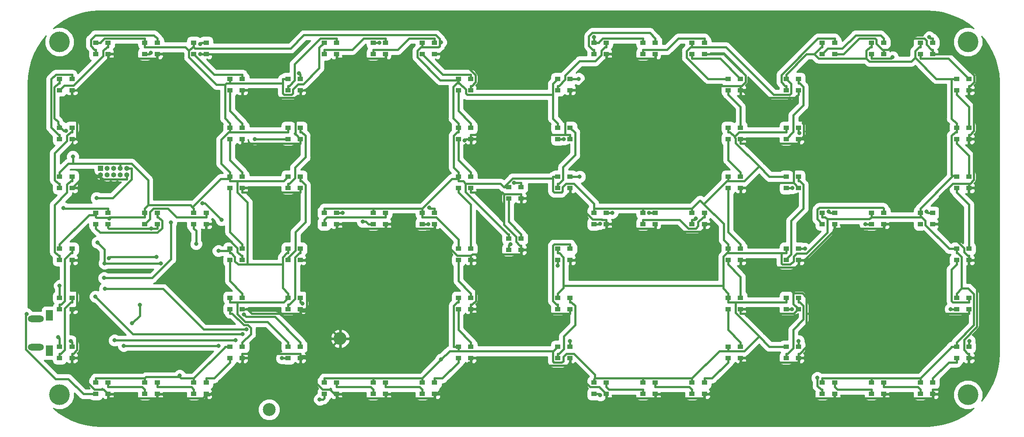
<source format=gbr>
G04 #@! TF.GenerationSoftware,KiCad,Pcbnew,(5.0.0)*
G04 #@! TF.CreationDate,2020-11-19T16:59:29-05:00*
G04 #@! TF.ProjectId,WS2812B Mini Clock,57533238313242204D696E6920436C6F,rev?*
G04 #@! TF.SameCoordinates,Original*
G04 #@! TF.FileFunction,Copper,L1,Top,Signal*
G04 #@! TF.FilePolarity,Positive*
%FSLAX46Y46*%
G04 Gerber Fmt 4.6, Leading zero omitted, Abs format (unit mm)*
G04 Created by KiCad (PCBNEW (5.0.0)) date 11/19/20 16:59:29*
%MOMM*%
%LPD*%
G01*
G04 APERTURE LIST*
G04 #@! TA.AperFunction,SMDPad,CuDef*
%ADD10R,1.100000X0.900000*%
G04 #@! TD*
G04 #@! TA.AperFunction,ComponentPad*
%ADD11C,4.000000*%
G04 #@! TD*
G04 #@! TA.AperFunction,ComponentPad*
%ADD12C,2.500000*%
G04 #@! TD*
G04 #@! TA.AperFunction,ComponentPad*
%ADD13O,3.150000X1.300000*%
G04 #@! TD*
G04 #@! TA.AperFunction,ComponentPad*
%ADD14R,1.400000X2.000000*%
G04 #@! TD*
G04 #@! TA.AperFunction,ComponentPad*
%ADD15R,1.000000X1.000000*%
G04 #@! TD*
G04 #@! TA.AperFunction,ComponentPad*
%ADD16O,1.000000X1.000000*%
G04 #@! TD*
G04 #@! TA.AperFunction,ViaPad*
%ADD17C,0.800000*%
G04 #@! TD*
G04 #@! TA.AperFunction,Conductor*
%ADD18C,0.400000*%
G04 #@! TD*
G04 #@! TA.AperFunction,Conductor*
%ADD19C,0.254000*%
G04 #@! TD*
G04 APERTURE END LIST*
D10*
G04 #@! TO.P,U71,4*
G04 #@! TO.N,Net-(U66-Pad2)*
X195200000Y-86150000D03*
G04 #@! TO.P,U71,3*
G04 #@! TO.N,GND*
X195200000Y-88350000D03*
G04 #@! TO.P,U71,2*
G04 #@! TO.N,Net-(U71-Pad2)*
X192800000Y-88350000D03*
G04 #@! TO.P,U71,1*
G04 #@! TO.N,+5V*
X192800000Y-86150000D03*
G04 #@! TD*
G04 #@! TO.P,U54,4*
G04 #@! TO.N,Net-(U49-Pad2)*
X150950000Y-86150000D03*
G04 #@! TO.P,U54,3*
G04 #@! TO.N,GND*
X150950000Y-88350000D03*
G04 #@! TO.P,U54,2*
G04 #@! TO.N,Net-(U54-Pad2)*
X148550000Y-88350000D03*
G04 #@! TO.P,U54,1*
G04 #@! TO.N,+5V*
X148550000Y-86150000D03*
G04 #@! TD*
G04 #@! TO.P,U58,4*
G04 #@! TO.N,Net-(U53-Pad2)*
X150950000Y-109650000D03*
G04 #@! TO.P,U58,3*
G04 #@! TO.N,GND*
X150950000Y-111850000D03*
G04 #@! TO.P,U58,2*
G04 #@! TO.N,Net-(U49-Pad4)*
X148550000Y-111850000D03*
G04 #@! TO.P,U58,1*
G04 #@! TO.N,+5V*
X148550000Y-109650000D03*
G04 #@! TD*
G04 #@! TO.P,U49,4*
G04 #@! TO.N,Net-(U49-Pad4)*
X150950000Y-95650000D03*
G04 #@! TO.P,U49,3*
G04 #@! TO.N,GND*
X150950000Y-97850000D03*
G04 #@! TO.P,U49,2*
G04 #@! TO.N,Net-(U49-Pad2)*
X148550000Y-97850000D03*
G04 #@! TO.P,U49,1*
G04 #@! TO.N,+5V*
X148550000Y-95650000D03*
G04 #@! TD*
G04 #@! TO.P,U59,4*
G04 #@! TO.N,Net-(U54-Pad2)*
X150950000Y-76650000D03*
G04 #@! TO.P,U59,3*
G04 #@! TO.N,GND*
X150950000Y-78850000D03*
G04 #@! TO.P,U59,2*
G04 #@! TO.N,Net-(U50-Pad4)*
X148550000Y-78850000D03*
G04 #@! TO.P,U59,1*
G04 #@! TO.N,+5V*
X148550000Y-76650000D03*
G04 #@! TD*
D11*
G04 #@! TO.P,REF3,1*
G04 #@! TO.N,N/C*
X228000000Y-69500000D03*
G04 #@! TD*
D10*
G04 #@! TO.P,U53,4*
G04 #@! TO.N,Net-(U48-Pad2)*
X150950000Y-119150000D03*
G04 #@! TO.P,U53,3*
G04 #@! TO.N,GND*
X150950000Y-121350000D03*
G04 #@! TO.P,U53,2*
G04 #@! TO.N,Net-(U53-Pad2)*
X148550000Y-121350000D03*
G04 #@! TO.P,U53,1*
G04 #@! TO.N,+5V*
X148550000Y-119150000D03*
G04 #@! TD*
D11*
G04 #@! TO.P,REF4,1*
G04 #@! TO.N,N/C*
X228000000Y-138000000D03*
G04 #@! TD*
D10*
G04 #@! TO.P,U89,4*
G04 #@! TO.N,Net-(U85-Pad2)*
X221200000Y-102650000D03*
G04 #@! TO.P,U89,3*
G04 #@! TO.N,GND*
X221200000Y-104850000D03*
G04 #@! TO.P,U89,2*
G04 #@! TO.N,N/C*
X218800000Y-104850000D03*
G04 #@! TO.P,U89,1*
G04 #@! TO.N,+5V*
X218800000Y-102650000D03*
G04 #@! TD*
G04 #@! TO.P,U80,4*
G04 #@! TO.N,Net-(U80-Pad4)*
X221200000Y-135650000D03*
G04 #@! TO.P,U80,3*
G04 #@! TO.N,GND*
X221200000Y-137850000D03*
G04 #@! TO.P,U80,2*
G04 #@! TO.N,Net-(U80-Pad2)*
X218800000Y-137850000D03*
G04 #@! TO.P,U80,1*
G04 #@! TO.N,+5V*
X218800000Y-135650000D03*
G04 #@! TD*
G04 #@! TO.P,U86,4*
G04 #@! TO.N,Net-(U82-Pad2)*
X228200000Y-95650000D03*
G04 #@! TO.P,U86,3*
G04 #@! TO.N,GND*
X228200000Y-97850000D03*
G04 #@! TO.P,U86,2*
G04 #@! TO.N,Net-(U79-Pad4)*
X225800000Y-97850000D03*
G04 #@! TO.P,U86,1*
G04 #@! TO.N,+5V*
X225800000Y-95650000D03*
G04 #@! TD*
G04 #@! TO.P,U67,4*
G04 #@! TO.N,Net-(U67-Pad4)*
X202200000Y-69650000D03*
G04 #@! TO.P,U67,3*
G04 #@! TO.N,GND*
X202200000Y-71850000D03*
G04 #@! TO.P,U67,2*
G04 #@! TO.N,Net-(U67-Pad2)*
X199800000Y-71850000D03*
G04 #@! TO.P,U67,1*
G04 #@! TO.N,+5V*
X199800000Y-69650000D03*
G04 #@! TD*
G04 #@! TO.P,U82,4*
G04 #@! TO.N,Net-(U78-Pad2)*
X228200000Y-86150000D03*
G04 #@! TO.P,U82,3*
G04 #@! TO.N,GND*
X228200000Y-88350000D03*
G04 #@! TO.P,U82,2*
G04 #@! TO.N,Net-(U82-Pad2)*
X225800000Y-88350000D03*
G04 #@! TO.P,U82,1*
G04 #@! TO.N,+5V*
X225800000Y-86150000D03*
G04 #@! TD*
G04 #@! TO.P,U72,4*
G04 #@! TO.N,Net-(U67-Pad2)*
X211700000Y-69650000D03*
G04 #@! TO.P,U72,3*
G04 #@! TO.N,GND*
X211700000Y-71850000D03*
G04 #@! TO.P,U72,2*
G04 #@! TO.N,Net-(U72-Pad2)*
X209300000Y-71850000D03*
G04 #@! TO.P,U72,1*
G04 #@! TO.N,+5V*
X209300000Y-69650000D03*
G04 #@! TD*
G04 #@! TO.P,U87,4*
G04 #@! TO.N,Net-(U83-Pad2)*
X228200000Y-128650000D03*
G04 #@! TO.P,U87,3*
G04 #@! TO.N,GND*
X228200000Y-130850000D03*
G04 #@! TO.P,U87,2*
G04 #@! TO.N,Net-(U80-Pad4)*
X225800000Y-130850000D03*
G04 #@! TO.P,U87,1*
G04 #@! TO.N,+5V*
X225800000Y-128650000D03*
G04 #@! TD*
G04 #@! TO.P,U83,4*
G04 #@! TO.N,Net-(U79-Pad2)*
X228200000Y-119150000D03*
G04 #@! TO.P,U83,3*
G04 #@! TO.N,GND*
X228200000Y-121350000D03*
G04 #@! TO.P,U83,2*
G04 #@! TO.N,Net-(U83-Pad2)*
X225800000Y-121350000D03*
G04 #@! TO.P,U83,1*
G04 #@! TO.N,+5V*
X225800000Y-119150000D03*
G04 #@! TD*
G04 #@! TO.P,U79,4*
G04 #@! TO.N,Net-(U79-Pad4)*
X228200000Y-109650000D03*
G04 #@! TO.P,U79,3*
G04 #@! TO.N,GND*
X228200000Y-111850000D03*
G04 #@! TO.P,U79,2*
G04 #@! TO.N,Net-(U79-Pad2)*
X225800000Y-111850000D03*
G04 #@! TO.P,U79,1*
G04 #@! TO.N,+5V*
X225800000Y-109650000D03*
G04 #@! TD*
G04 #@! TO.P,U66,4*
G04 #@! TO.N,Net-(U66-Pad4)*
X195200000Y-95650000D03*
G04 #@! TO.P,U66,3*
G04 #@! TO.N,GND*
X195200000Y-97850000D03*
G04 #@! TO.P,U66,2*
G04 #@! TO.N,Net-(U66-Pad2)*
X192800000Y-97850000D03*
G04 #@! TO.P,U66,1*
G04 #@! TO.N,+5V*
X192800000Y-95650000D03*
G04 #@! TD*
G04 #@! TO.P,U76,4*
G04 #@! TO.N,Net-(U71-Pad2)*
X195200000Y-76650000D03*
G04 #@! TO.P,U76,3*
G04 #@! TO.N,GND*
X195200000Y-78850000D03*
G04 #@! TO.P,U76,2*
G04 #@! TO.N,Net-(U67-Pad4)*
X192800000Y-78850000D03*
G04 #@! TO.P,U76,1*
G04 #@! TO.N,+5V*
X192800000Y-76650000D03*
G04 #@! TD*
G04 #@! TO.P,U85,4*
G04 #@! TO.N,Net-(U81-Pad2)*
X211700000Y-102650000D03*
G04 #@! TO.P,U85,3*
G04 #@! TO.N,GND*
X211700000Y-104850000D03*
G04 #@! TO.P,U85,2*
G04 #@! TO.N,Net-(U85-Pad2)*
X209300000Y-104850000D03*
G04 #@! TO.P,U85,1*
G04 #@! TO.N,+5V*
X209300000Y-102650000D03*
G04 #@! TD*
G04 #@! TO.P,U81,4*
G04 #@! TO.N,Net-(U81-Pad4)*
X202200000Y-102650000D03*
G04 #@! TO.P,U81,3*
G04 #@! TO.N,GND*
X202200000Y-104850000D03*
G04 #@! TO.P,U81,2*
G04 #@! TO.N,Net-(U81-Pad2)*
X199800000Y-104850000D03*
G04 #@! TO.P,U81,1*
G04 #@! TO.N,+5V*
X199800000Y-102650000D03*
G04 #@! TD*
G04 #@! TO.P,U88,4*
G04 #@! TO.N,Net-(U84-Pad2)*
X202200000Y-135650000D03*
G04 #@! TO.P,U88,3*
G04 #@! TO.N,GND*
X202200000Y-137850000D03*
G04 #@! TO.P,U88,2*
G04 #@! TO.N,Net-(U81-Pad4)*
X199800000Y-137850000D03*
G04 #@! TO.P,U88,1*
G04 #@! TO.N,+5V*
X199800000Y-135650000D03*
G04 #@! TD*
G04 #@! TO.P,U78,4*
G04 #@! TO.N,Net-(U77-Pad2)*
X228200000Y-76650000D03*
G04 #@! TO.P,U78,3*
G04 #@! TO.N,GND*
X228200000Y-78850000D03*
G04 #@! TO.P,U78,2*
G04 #@! TO.N,Net-(U78-Pad2)*
X225800000Y-78850000D03*
G04 #@! TO.P,U78,1*
G04 #@! TO.N,+5V*
X225800000Y-76650000D03*
G04 #@! TD*
G04 #@! TO.P,U75,4*
G04 #@! TO.N,Net-(U70-Pad2)*
X195200000Y-109650000D03*
G04 #@! TO.P,U75,3*
G04 #@! TO.N,GND*
X195200000Y-111850000D03*
G04 #@! TO.P,U75,2*
G04 #@! TO.N,Net-(U66-Pad4)*
X192800000Y-111850000D03*
G04 #@! TO.P,U75,1*
G04 #@! TO.N,+5V*
X192800000Y-109650000D03*
G04 #@! TD*
G04 #@! TO.P,U77,4*
G04 #@! TO.N,Net-(U72-Pad2)*
X221200000Y-69650000D03*
G04 #@! TO.P,U77,3*
G04 #@! TO.N,GND*
X221200000Y-71850000D03*
G04 #@! TO.P,U77,2*
G04 #@! TO.N,Net-(U77-Pad2)*
X218800000Y-71850000D03*
G04 #@! TO.P,U77,1*
G04 #@! TO.N,+5V*
X218800000Y-69650000D03*
G04 #@! TD*
G04 #@! TO.P,U84,4*
G04 #@! TO.N,Net-(U80-Pad2)*
X211700000Y-135650000D03*
G04 #@! TO.P,U84,3*
G04 #@! TO.N,GND*
X211700000Y-137850000D03*
G04 #@! TO.P,U84,2*
G04 #@! TO.N,Net-(U84-Pad2)*
X209300000Y-137850000D03*
G04 #@! TO.P,U84,1*
G04 #@! TO.N,+5V*
X209300000Y-135650000D03*
G04 #@! TD*
G04 #@! TO.P,U50,4*
G04 #@! TO.N,Net-(U50-Pad4)*
X157950000Y-69650000D03*
G04 #@! TO.P,U50,3*
G04 #@! TO.N,GND*
X157950000Y-71850000D03*
G04 #@! TO.P,U50,2*
G04 #@! TO.N,Net-(U50-Pad2)*
X155550000Y-71850000D03*
G04 #@! TO.P,U50,1*
G04 #@! TO.N,+5V*
X155550000Y-69650000D03*
G04 #@! TD*
G04 #@! TO.P,U73,4*
G04 #@! TO.N,Net-(U68-Pad2)*
X157950000Y-135650000D03*
G04 #@! TO.P,U73,3*
G04 #@! TO.N,GND*
X157950000Y-137850000D03*
G04 #@! TO.P,U73,2*
G04 #@! TO.N,Net-(U64-Pad4)*
X155550000Y-137850000D03*
G04 #@! TO.P,U73,1*
G04 #@! TO.N,+5V*
X155550000Y-135650000D03*
G04 #@! TD*
G04 #@! TO.P,U56,4*
G04 #@! TO.N,Net-(U51-Pad2)*
X183950000Y-86150000D03*
G04 #@! TO.P,U56,3*
G04 #@! TO.N,GND*
X183950000Y-88350000D03*
G04 #@! TO.P,U56,2*
G04 #@! TO.N,Net-(U56-Pad2)*
X181550000Y-88350000D03*
G04 #@! TO.P,U56,1*
G04 #@! TO.N,+5V*
X181550000Y-86150000D03*
G04 #@! TD*
G04 #@! TO.P,U65,4*
G04 #@! TO.N,Net-(U65-Pad4)*
X195200000Y-128650000D03*
G04 #@! TO.P,U65,3*
G04 #@! TO.N,GND*
X195200000Y-130850000D03*
G04 #@! TO.P,U65,2*
G04 #@! TO.N,Net-(U65-Pad2)*
X192800000Y-130850000D03*
G04 #@! TO.P,U65,1*
G04 #@! TO.N,+5V*
X192800000Y-128650000D03*
G04 #@! TD*
G04 #@! TO.P,U57,4*
G04 #@! TO.N,Net-(U52-Pad2)*
X183950000Y-119150000D03*
G04 #@! TO.P,U57,3*
G04 #@! TO.N,GND*
X183950000Y-121350000D03*
G04 #@! TO.P,U57,2*
G04 #@! TO.N,Net-(U57-Pad2)*
X181550000Y-121350000D03*
G04 #@! TO.P,U57,1*
G04 #@! TO.N,+5V*
X181550000Y-119150000D03*
G04 #@! TD*
G04 #@! TO.P,U55,4*
G04 #@! TO.N,Net-(U50-Pad2)*
X167450000Y-69650000D03*
G04 #@! TO.P,U55,3*
G04 #@! TO.N,GND*
X167450000Y-71850000D03*
G04 #@! TO.P,U55,2*
G04 #@! TO.N,Net-(U55-Pad2)*
X165050000Y-71850000D03*
G04 #@! TO.P,U55,1*
G04 #@! TO.N,+5V*
X165050000Y-69650000D03*
G04 #@! TD*
G04 #@! TO.P,U62,4*
G04 #@! TO.N,Net-(U57-Pad2)*
X183950000Y-128650000D03*
G04 #@! TO.P,U62,3*
G04 #@! TO.N,GND*
X183950000Y-130850000D03*
G04 #@! TO.P,U62,2*
G04 #@! TO.N,Net-(U62-Pad2)*
X181550000Y-130850000D03*
G04 #@! TO.P,U62,1*
G04 #@! TO.N,+5V*
X181550000Y-128650000D03*
G04 #@! TD*
G04 #@! TO.P,U48,4*
G04 #@! TO.N,DOUT*
X150950000Y-128650000D03*
G04 #@! TO.P,U48,3*
G04 #@! TO.N,GND*
X150950000Y-130850000D03*
G04 #@! TO.P,U48,2*
G04 #@! TO.N,Net-(U48-Pad2)*
X148550000Y-130850000D03*
G04 #@! TO.P,U48,1*
G04 #@! TO.N,+5V*
X148550000Y-128650000D03*
G04 #@! TD*
G04 #@! TO.P,U51,4*
G04 #@! TO.N,Net-(U51-Pad4)*
X183950000Y-76650000D03*
G04 #@! TO.P,U51,3*
G04 #@! TO.N,GND*
X183950000Y-78850000D03*
G04 #@! TO.P,U51,2*
G04 #@! TO.N,Net-(U51-Pad2)*
X181550000Y-78850000D03*
G04 #@! TO.P,U51,1*
G04 #@! TO.N,+5V*
X181550000Y-76650000D03*
G04 #@! TD*
G04 #@! TO.P,U64,4*
G04 #@! TO.N,Net-(U64-Pad4)*
X157950000Y-102650000D03*
G04 #@! TO.P,U64,3*
G04 #@! TO.N,GND*
X157950000Y-104850000D03*
G04 #@! TO.P,U64,2*
G04 #@! TO.N,Net-(U64-Pad2)*
X155550000Y-104850000D03*
G04 #@! TO.P,U64,1*
G04 #@! TO.N,+5V*
X155550000Y-102650000D03*
G04 #@! TD*
G04 #@! TO.P,U70,4*
G04 #@! TO.N,Net-(U65-Pad2)*
X195200000Y-119150000D03*
G04 #@! TO.P,U70,3*
G04 #@! TO.N,GND*
X195200000Y-121350000D03*
G04 #@! TO.P,U70,2*
G04 #@! TO.N,Net-(U70-Pad2)*
X192800000Y-121350000D03*
G04 #@! TO.P,U70,1*
G04 #@! TO.N,+5V*
X192800000Y-119150000D03*
G04 #@! TD*
G04 #@! TO.P,U63,4*
G04 #@! TO.N,Net-(U62-Pad2)*
X176950000Y-135650000D03*
G04 #@! TO.P,U63,3*
G04 #@! TO.N,GND*
X176950000Y-137850000D03*
G04 #@! TO.P,U63,2*
G04 #@! TO.N,Net-(U63-Pad2)*
X174550000Y-137850000D03*
G04 #@! TO.P,U63,1*
G04 #@! TO.N,+5V*
X174550000Y-135650000D03*
G04 #@! TD*
G04 #@! TO.P,U74,4*
G04 #@! TO.N,Net-(U69-Pad2)*
X176950000Y-102650000D03*
G04 #@! TO.P,U74,3*
G04 #@! TO.N,GND*
X176950000Y-104850000D03*
G04 #@! TO.P,U74,2*
G04 #@! TO.N,Net-(U65-Pad4)*
X174550000Y-104850000D03*
G04 #@! TO.P,U74,1*
G04 #@! TO.N,+5V*
X174550000Y-102650000D03*
G04 #@! TD*
G04 #@! TO.P,U68,4*
G04 #@! TO.N,Net-(U63-Pad2)*
X167450000Y-135650000D03*
G04 #@! TO.P,U68,3*
G04 #@! TO.N,GND*
X167450000Y-137850000D03*
G04 #@! TO.P,U68,2*
G04 #@! TO.N,Net-(U68-Pad2)*
X165050000Y-137850000D03*
G04 #@! TO.P,U68,1*
G04 #@! TO.N,+5V*
X165050000Y-135650000D03*
G04 #@! TD*
G04 #@! TO.P,U52,4*
G04 #@! TO.N,Net-(U52-Pad4)*
X183950000Y-109650000D03*
G04 #@! TO.P,U52,3*
G04 #@! TO.N,GND*
X183950000Y-111850000D03*
G04 #@! TO.P,U52,2*
G04 #@! TO.N,Net-(U52-Pad2)*
X181550000Y-111850000D03*
G04 #@! TO.P,U52,1*
G04 #@! TO.N,+5V*
X181550000Y-109650000D03*
G04 #@! TD*
G04 #@! TO.P,U61,4*
G04 #@! TO.N,Net-(U56-Pad2)*
X183950000Y-95650000D03*
G04 #@! TO.P,U61,3*
G04 #@! TO.N,GND*
X183950000Y-97850000D03*
G04 #@! TO.P,U61,2*
G04 #@! TO.N,Net-(U52-Pad4)*
X181550000Y-97850000D03*
G04 #@! TO.P,U61,1*
G04 #@! TO.N,+5V*
X181550000Y-95650000D03*
G04 #@! TD*
G04 #@! TO.P,U60,4*
G04 #@! TO.N,Net-(U55-Pad2)*
X176950000Y-69650000D03*
G04 #@! TO.P,U60,3*
G04 #@! TO.N,GND*
X176950000Y-71850000D03*
G04 #@! TO.P,U60,2*
G04 #@! TO.N,Net-(U51-Pad4)*
X174550000Y-71850000D03*
G04 #@! TO.P,U60,1*
G04 #@! TO.N,+5V*
X174550000Y-69650000D03*
G04 #@! TD*
G04 #@! TO.P,U69,4*
G04 #@! TO.N,Net-(U64-Pad2)*
X167450000Y-102650000D03*
G04 #@! TO.P,U69,3*
G04 #@! TO.N,GND*
X167450000Y-104850000D03*
G04 #@! TO.P,U69,2*
G04 #@! TO.N,Net-(U69-Pad2)*
X165050000Y-104850000D03*
G04 #@! TO.P,U69,1*
G04 #@! TO.N,+5V*
X165050000Y-102650000D03*
G04 #@! TD*
D11*
G04 #@! TO.P,REF2,1*
G04 #@! TO.N,N/C*
X52000000Y-69500000D03*
G04 #@! TD*
D10*
G04 #@! TO.P,U6,1*
G04 #@! TO.N,+5V*
X52050000Y-76650000D03*
G04 #@! TO.P,U6,2*
G04 #@! TO.N,Net-(U6-Pad2)*
X52050000Y-78850000D03*
G04 #@! TO.P,U6,3*
G04 #@! TO.N,GND*
X54450000Y-78850000D03*
G04 #@! TO.P,U6,4*
G04 #@! TO.N,Net-(U5-Pad2)*
X54450000Y-76650000D03*
G04 #@! TD*
G04 #@! TO.P,U3,1*
G04 #@! TO.N,+5V*
X52050000Y-109650000D03*
G04 #@! TO.P,U3,2*
G04 #@! TO.N,Net-(U3-Pad2)*
X52050000Y-111850000D03*
G04 #@! TO.P,U3,3*
G04 #@! TO.N,GND*
X54450000Y-111850000D03*
G04 #@! TO.P,U3,4*
G04 #@! TO.N,Net-(U2-Pad2)*
X54450000Y-109650000D03*
G04 #@! TD*
G04 #@! TO.P,U4,1*
G04 #@! TO.N,+5V*
X52050000Y-95650000D03*
G04 #@! TO.P,U4,2*
G04 #@! TO.N,Net-(U4-Pad2)*
X52050000Y-97850000D03*
G04 #@! TO.P,U4,3*
G04 #@! TO.N,GND*
X54450000Y-97850000D03*
G04 #@! TO.P,U4,4*
G04 #@! TO.N,Net-(U3-Pad2)*
X54450000Y-95650000D03*
G04 #@! TD*
G04 #@! TO.P,U5,1*
G04 #@! TO.N,+5V*
X52050000Y-86150000D03*
G04 #@! TO.P,U5,2*
G04 #@! TO.N,Net-(U5-Pad2)*
X52050000Y-88350000D03*
G04 #@! TO.P,U5,3*
G04 #@! TO.N,GND*
X54450000Y-88350000D03*
G04 #@! TO.P,U5,4*
G04 #@! TO.N,Net-(U4-Pad2)*
X54450000Y-86150000D03*
G04 #@! TD*
G04 #@! TO.P,U2,1*
G04 #@! TO.N,+5V*
X52050000Y-119150000D03*
G04 #@! TO.P,U2,2*
G04 #@! TO.N,Net-(U2-Pad2)*
X52050000Y-121350000D03*
G04 #@! TO.P,U2,3*
G04 #@! TO.N,GND*
X54450000Y-121350000D03*
G04 #@! TO.P,U2,4*
G04 #@! TO.N,Net-(U1-Pad2)*
X54450000Y-119150000D03*
G04 #@! TD*
G04 #@! TO.P,U1,1*
G04 #@! TO.N,+5V*
X52050000Y-128650000D03*
G04 #@! TO.P,U1,2*
G04 #@! TO.N,Net-(U1-Pad2)*
X52050000Y-130850000D03*
G04 #@! TO.P,U1,3*
G04 #@! TO.N,GND*
X54450000Y-130850000D03*
G04 #@! TO.P,U1,4*
G04 #@! TO.N,DIN*
X54450000Y-128650000D03*
G04 #@! TD*
G04 #@! TO.P,U7,1*
G04 #@! TO.N,+5V*
X59050000Y-69650000D03*
G04 #@! TO.P,U7,2*
G04 #@! TO.N,Net-(U7-Pad2)*
X59050000Y-71850000D03*
G04 #@! TO.P,U7,3*
G04 #@! TO.N,GND*
X61450000Y-71850000D03*
G04 #@! TO.P,U7,4*
G04 #@! TO.N,Net-(U6-Pad2)*
X61450000Y-69650000D03*
G04 #@! TD*
G04 #@! TO.P,U8,1*
G04 #@! TO.N,+5V*
X68550000Y-69650000D03*
G04 #@! TO.P,U8,2*
G04 #@! TO.N,Net-(U8-Pad2)*
X68550000Y-71850000D03*
G04 #@! TO.P,U8,3*
G04 #@! TO.N,GND*
X70950000Y-71850000D03*
G04 #@! TO.P,U8,4*
G04 #@! TO.N,Net-(U7-Pad2)*
X70950000Y-69650000D03*
G04 #@! TD*
G04 #@! TO.P,U9,1*
G04 #@! TO.N,+5V*
X78050000Y-69650000D03*
G04 #@! TO.P,U9,2*
G04 #@! TO.N,Net-(U10-Pad4)*
X78050000Y-71850000D03*
G04 #@! TO.P,U9,3*
G04 #@! TO.N,GND*
X80450000Y-71850000D03*
G04 #@! TO.P,U9,4*
G04 #@! TO.N,Net-(U8-Pad2)*
X80450000Y-69650000D03*
G04 #@! TD*
G04 #@! TO.P,U10,1*
G04 #@! TO.N,+5V*
X85050000Y-76650000D03*
G04 #@! TO.P,U10,2*
G04 #@! TO.N,Net-(U10-Pad2)*
X85050000Y-78850000D03*
G04 #@! TO.P,U10,3*
G04 #@! TO.N,GND*
X87450000Y-78850000D03*
G04 #@! TO.P,U10,4*
G04 #@! TO.N,Net-(U10-Pad4)*
X87450000Y-76650000D03*
G04 #@! TD*
G04 #@! TO.P,U11,1*
G04 #@! TO.N,+5V*
X85050000Y-86150000D03*
G04 #@! TO.P,U11,2*
G04 #@! TO.N,Net-(U11-Pad2)*
X85050000Y-88350000D03*
G04 #@! TO.P,U11,3*
G04 #@! TO.N,GND*
X87450000Y-88350000D03*
G04 #@! TO.P,U11,4*
G04 #@! TO.N,Net-(U10-Pad2)*
X87450000Y-86150000D03*
G04 #@! TD*
G04 #@! TO.P,U12,1*
G04 #@! TO.N,+5V*
X85050000Y-95650000D03*
G04 #@! TO.P,U12,2*
G04 #@! TO.N,Net-(U12-Pad2)*
X85050000Y-97850000D03*
G04 #@! TO.P,U12,3*
G04 #@! TO.N,GND*
X87450000Y-97850000D03*
G04 #@! TO.P,U12,4*
G04 #@! TO.N,Net-(U11-Pad2)*
X87450000Y-95650000D03*
G04 #@! TD*
G04 #@! TO.P,U13,1*
G04 #@! TO.N,+5V*
X85050000Y-109650000D03*
G04 #@! TO.P,U13,2*
G04 #@! TO.N,Net-(U13-Pad2)*
X85050000Y-111850000D03*
G04 #@! TO.P,U13,3*
G04 #@! TO.N,GND*
X87450000Y-111850000D03*
G04 #@! TO.P,U13,4*
G04 #@! TO.N,Net-(U12-Pad2)*
X87450000Y-109650000D03*
G04 #@! TD*
G04 #@! TO.P,U14,1*
G04 #@! TO.N,+5V*
X85050000Y-119150000D03*
G04 #@! TO.P,U14,2*
G04 #@! TO.N,Net-(U14-Pad2)*
X85050000Y-121350000D03*
G04 #@! TO.P,U14,3*
G04 #@! TO.N,GND*
X87450000Y-121350000D03*
G04 #@! TO.P,U14,4*
G04 #@! TO.N,Net-(U13-Pad2)*
X87450000Y-119150000D03*
G04 #@! TD*
G04 #@! TO.P,U15,1*
G04 #@! TO.N,+5V*
X85050000Y-128650000D03*
G04 #@! TO.P,U15,2*
G04 #@! TO.N,Net-(U15-Pad2)*
X85050000Y-130850000D03*
G04 #@! TO.P,U15,3*
G04 #@! TO.N,GND*
X87450000Y-130850000D03*
G04 #@! TO.P,U15,4*
G04 #@! TO.N,Net-(U14-Pad2)*
X87450000Y-128650000D03*
G04 #@! TD*
G04 #@! TO.P,U16,1*
G04 #@! TO.N,+5V*
X78050000Y-135650000D03*
G04 #@! TO.P,U16,2*
G04 #@! TO.N,Net-(U16-Pad2)*
X78050000Y-137850000D03*
G04 #@! TO.P,U16,3*
G04 #@! TO.N,GND*
X80450000Y-137850000D03*
G04 #@! TO.P,U16,4*
G04 #@! TO.N,Net-(U15-Pad2)*
X80450000Y-135650000D03*
G04 #@! TD*
G04 #@! TO.P,U17,1*
G04 #@! TO.N,+5V*
X68550000Y-135650000D03*
G04 #@! TO.P,U17,2*
G04 #@! TO.N,Net-(U17-Pad2)*
X68550000Y-137850000D03*
G04 #@! TO.P,U17,3*
G04 #@! TO.N,GND*
X70950000Y-137850000D03*
G04 #@! TO.P,U17,4*
G04 #@! TO.N,Net-(U16-Pad2)*
X70950000Y-135650000D03*
G04 #@! TD*
G04 #@! TO.P,U18,1*
G04 #@! TO.N,+5V*
X59050000Y-135650000D03*
G04 #@! TO.P,U18,2*
G04 #@! TO.N,Net-(U18-Pad2)*
X59050000Y-137850000D03*
G04 #@! TO.P,U18,3*
G04 #@! TO.N,GND*
X61450000Y-137850000D03*
G04 #@! TO.P,U18,4*
G04 #@! TO.N,Net-(U17-Pad2)*
X61450000Y-135650000D03*
G04 #@! TD*
G04 #@! TO.P,U19,1*
G04 #@! TO.N,+5V*
X59050000Y-102650000D03*
G04 #@! TO.P,U19,2*
G04 #@! TO.N,Net-(U19-Pad2)*
X59050000Y-104850000D03*
G04 #@! TO.P,U19,3*
G04 #@! TO.N,GND*
X61450000Y-104850000D03*
G04 #@! TO.P,U19,4*
G04 #@! TO.N,Net-(U18-Pad2)*
X61450000Y-102650000D03*
G04 #@! TD*
G04 #@! TO.P,U20,1*
G04 #@! TO.N,+5V*
X68550000Y-102650000D03*
G04 #@! TO.P,U20,2*
G04 #@! TO.N,Net-(U20-Pad2)*
X68550000Y-104850000D03*
G04 #@! TO.P,U20,3*
G04 #@! TO.N,GND*
X70950000Y-104850000D03*
G04 #@! TO.P,U20,4*
G04 #@! TO.N,Net-(U19-Pad2)*
X70950000Y-102650000D03*
G04 #@! TD*
G04 #@! TO.P,U21,1*
G04 #@! TO.N,+5V*
X78050000Y-102650000D03*
G04 #@! TO.P,U21,2*
G04 #@! TO.N,Net-(U21-Pad2)*
X78050000Y-104850000D03*
G04 #@! TO.P,U21,3*
G04 #@! TO.N,GND*
X80450000Y-104850000D03*
G04 #@! TO.P,U21,4*
G04 #@! TO.N,Net-(U20-Pad2)*
X80450000Y-102650000D03*
G04 #@! TD*
G04 #@! TO.P,U22,1*
G04 #@! TO.N,+5V*
X96300000Y-128650000D03*
G04 #@! TO.P,U22,2*
G04 #@! TO.N,Net-(U22-Pad2)*
X96300000Y-130850000D03*
G04 #@! TO.P,U22,3*
G04 #@! TO.N,GND*
X98700000Y-130850000D03*
G04 #@! TO.P,U22,4*
G04 #@! TO.N,Net-(U21-Pad2)*
X98700000Y-128650000D03*
G04 #@! TD*
G04 #@! TO.P,U23,1*
G04 #@! TO.N,+5V*
X96300000Y-119150000D03*
G04 #@! TO.P,U23,2*
G04 #@! TO.N,Net-(U23-Pad2)*
X96300000Y-121350000D03*
G04 #@! TO.P,U23,3*
G04 #@! TO.N,GND*
X98700000Y-121350000D03*
G04 #@! TO.P,U23,4*
G04 #@! TO.N,Net-(U22-Pad2)*
X98700000Y-119150000D03*
G04 #@! TD*
G04 #@! TO.P,U27,1*
G04 #@! TO.N,+5V*
X96300000Y-109650000D03*
G04 #@! TO.P,U27,2*
G04 #@! TO.N,Net-(U27-Pad2)*
X96300000Y-111850000D03*
G04 #@! TO.P,U27,3*
G04 #@! TO.N,GND*
X98700000Y-111850000D03*
G04 #@! TO.P,U27,4*
G04 #@! TO.N,Net-(U23-Pad2)*
X98700000Y-109650000D03*
G04 #@! TD*
G04 #@! TO.P,U28,1*
G04 #@! TO.N,+5V*
X96300000Y-95650000D03*
G04 #@! TO.P,U28,2*
G04 #@! TO.N,Net-(U28-Pad2)*
X96300000Y-97850000D03*
G04 #@! TO.P,U28,3*
G04 #@! TO.N,GND*
X98700000Y-97850000D03*
G04 #@! TO.P,U28,4*
G04 #@! TO.N,Net-(U27-Pad2)*
X98700000Y-95650000D03*
G04 #@! TD*
G04 #@! TO.P,U29,1*
G04 #@! TO.N,+5V*
X96300000Y-86150000D03*
G04 #@! TO.P,U29,2*
G04 #@! TO.N,Net-(U29-Pad2)*
X96300000Y-88350000D03*
G04 #@! TO.P,U29,3*
G04 #@! TO.N,GND*
X98700000Y-88350000D03*
G04 #@! TO.P,U29,4*
G04 #@! TO.N,Net-(U28-Pad2)*
X98700000Y-86150000D03*
G04 #@! TD*
G04 #@! TO.P,U30,1*
G04 #@! TO.N,+5V*
X96300000Y-76650000D03*
G04 #@! TO.P,U30,2*
G04 #@! TO.N,Net-(U30-Pad2)*
X96300000Y-78850000D03*
G04 #@! TO.P,U30,3*
G04 #@! TO.N,GND*
X98700000Y-78850000D03*
G04 #@! TO.P,U30,4*
G04 #@! TO.N,Net-(U29-Pad2)*
X98700000Y-76650000D03*
G04 #@! TD*
G04 #@! TO.P,U31,1*
G04 #@! TO.N,+5V*
X103300000Y-69650000D03*
G04 #@! TO.P,U31,2*
G04 #@! TO.N,Net-(U31-Pad2)*
X103300000Y-71850000D03*
G04 #@! TO.P,U31,3*
G04 #@! TO.N,GND*
X105700000Y-71850000D03*
G04 #@! TO.P,U31,4*
G04 #@! TO.N,Net-(U30-Pad2)*
X105700000Y-69650000D03*
G04 #@! TD*
G04 #@! TO.P,U32,1*
G04 #@! TO.N,+5V*
X112800000Y-69650000D03*
G04 #@! TO.P,U32,2*
G04 #@! TO.N,Net-(U32-Pad2)*
X112800000Y-71850000D03*
G04 #@! TO.P,U32,3*
G04 #@! TO.N,GND*
X115200000Y-71850000D03*
G04 #@! TO.P,U32,4*
G04 #@! TO.N,Net-(U31-Pad2)*
X115200000Y-69650000D03*
G04 #@! TD*
G04 #@! TO.P,U33,1*
G04 #@! TO.N,+5V*
X122300000Y-69650000D03*
G04 #@! TO.P,U33,2*
G04 #@! TO.N,Net-(U33-Pad2)*
X122300000Y-71850000D03*
G04 #@! TO.P,U33,3*
G04 #@! TO.N,GND*
X124700000Y-71850000D03*
G04 #@! TO.P,U33,4*
G04 #@! TO.N,Net-(U32-Pad2)*
X124700000Y-69650000D03*
G04 #@! TD*
G04 #@! TO.P,U34,1*
G04 #@! TO.N,+5V*
X129300000Y-76650000D03*
G04 #@! TO.P,U34,2*
G04 #@! TO.N,Net-(U34-Pad2)*
X129300000Y-78850000D03*
G04 #@! TO.P,U34,3*
G04 #@! TO.N,GND*
X131700000Y-78850000D03*
G04 #@! TO.P,U34,4*
G04 #@! TO.N,Net-(U33-Pad2)*
X131700000Y-76650000D03*
G04 #@! TD*
G04 #@! TO.P,U35,1*
G04 #@! TO.N,+5V*
X129300000Y-86150000D03*
G04 #@! TO.P,U35,2*
G04 #@! TO.N,Net-(U35-Pad2)*
X129300000Y-88350000D03*
G04 #@! TO.P,U35,3*
G04 #@! TO.N,GND*
X131700000Y-88350000D03*
G04 #@! TO.P,U35,4*
G04 #@! TO.N,Net-(U34-Pad2)*
X131700000Y-86150000D03*
G04 #@! TD*
G04 #@! TO.P,U36,1*
G04 #@! TO.N,+5V*
X129300000Y-95650000D03*
G04 #@! TO.P,U36,2*
G04 #@! TO.N,Net-(U36-Pad2)*
X129300000Y-97850000D03*
G04 #@! TO.P,U36,3*
G04 #@! TO.N,GND*
X131700000Y-97850000D03*
G04 #@! TO.P,U36,4*
G04 #@! TO.N,Net-(U35-Pad2)*
X131700000Y-95650000D03*
G04 #@! TD*
G04 #@! TO.P,U37,1*
G04 #@! TO.N,+5V*
X129300000Y-109650000D03*
G04 #@! TO.P,U37,2*
G04 #@! TO.N,Net-(U37-Pad2)*
X129300000Y-111850000D03*
G04 #@! TO.P,U37,3*
G04 #@! TO.N,GND*
X131700000Y-111850000D03*
G04 #@! TO.P,U37,4*
G04 #@! TO.N,Net-(U36-Pad2)*
X131700000Y-109650000D03*
G04 #@! TD*
G04 #@! TO.P,U38,1*
G04 #@! TO.N,+5V*
X129300000Y-119150000D03*
G04 #@! TO.P,U38,2*
G04 #@! TO.N,Net-(U38-Pad2)*
X129300000Y-121350000D03*
G04 #@! TO.P,U38,3*
G04 #@! TO.N,GND*
X131700000Y-121350000D03*
G04 #@! TO.P,U38,4*
G04 #@! TO.N,Net-(U37-Pad2)*
X131700000Y-119150000D03*
G04 #@! TD*
G04 #@! TO.P,U39,1*
G04 #@! TO.N,+5V*
X129300000Y-128650000D03*
G04 #@! TO.P,U39,2*
G04 #@! TO.N,Net-(U39-Pad2)*
X129300000Y-130850000D03*
G04 #@! TO.P,U39,3*
G04 #@! TO.N,GND*
X131700000Y-130850000D03*
G04 #@! TO.P,U39,4*
G04 #@! TO.N,Net-(U38-Pad2)*
X131700000Y-128650000D03*
G04 #@! TD*
G04 #@! TO.P,U40,1*
G04 #@! TO.N,+5V*
X122300000Y-135650000D03*
G04 #@! TO.P,U40,2*
G04 #@! TO.N,Net-(U40-Pad2)*
X122300000Y-137850000D03*
G04 #@! TO.P,U40,3*
G04 #@! TO.N,GND*
X124700000Y-137850000D03*
G04 #@! TO.P,U40,4*
G04 #@! TO.N,Net-(U39-Pad2)*
X124700000Y-135650000D03*
G04 #@! TD*
G04 #@! TO.P,U41,1*
G04 #@! TO.N,+5V*
X112800000Y-135650000D03*
G04 #@! TO.P,U41,2*
G04 #@! TO.N,Net-(U41-Pad2)*
X112800000Y-137850000D03*
G04 #@! TO.P,U41,3*
G04 #@! TO.N,GND*
X115200000Y-137850000D03*
G04 #@! TO.P,U41,4*
G04 #@! TO.N,Net-(U40-Pad2)*
X115200000Y-135650000D03*
G04 #@! TD*
G04 #@! TO.P,U42,1*
G04 #@! TO.N,+5V*
X103300000Y-135650000D03*
G04 #@! TO.P,U42,2*
G04 #@! TO.N,Net-(U42-Pad2)*
X103300000Y-137850000D03*
G04 #@! TO.P,U42,3*
G04 #@! TO.N,GND*
X105700000Y-137850000D03*
G04 #@! TO.P,U42,4*
G04 #@! TO.N,Net-(U41-Pad2)*
X105700000Y-135650000D03*
G04 #@! TD*
G04 #@! TO.P,U43,1*
G04 #@! TO.N,+5V*
X103300000Y-102650000D03*
G04 #@! TO.P,U43,2*
G04 #@! TO.N,Net-(U43-Pad2)*
X103300000Y-104850000D03*
G04 #@! TO.P,U43,3*
G04 #@! TO.N,GND*
X105700000Y-104850000D03*
G04 #@! TO.P,U43,4*
G04 #@! TO.N,Net-(U42-Pad2)*
X105700000Y-102650000D03*
G04 #@! TD*
G04 #@! TO.P,U44,1*
G04 #@! TO.N,+5V*
X112800000Y-102650000D03*
G04 #@! TO.P,U44,2*
G04 #@! TO.N,Net-(U44-Pad2)*
X112800000Y-104850000D03*
G04 #@! TO.P,U44,3*
G04 #@! TO.N,GND*
X115200000Y-104850000D03*
G04 #@! TO.P,U44,4*
G04 #@! TO.N,Net-(U43-Pad2)*
X115200000Y-102650000D03*
G04 #@! TD*
G04 #@! TO.P,U45,1*
G04 #@! TO.N,+5V*
X122300000Y-102650000D03*
G04 #@! TO.P,U45,2*
G04 #@! TO.N,Net-(U45-Pad2)*
X122300000Y-104850000D03*
G04 #@! TO.P,U45,3*
G04 #@! TO.N,GND*
X124700000Y-104850000D03*
G04 #@! TO.P,U45,4*
G04 #@! TO.N,Net-(U44-Pad2)*
X124700000Y-102650000D03*
G04 #@! TD*
G04 #@! TO.P,U46,1*
G04 #@! TO.N,+5V*
X139050000Y-97650000D03*
G04 #@! TO.P,U46,2*
G04 #@! TO.N,Net-(U46-Pad2)*
X139050000Y-99850000D03*
G04 #@! TO.P,U46,3*
G04 #@! TO.N,GND*
X141450000Y-99850000D03*
G04 #@! TO.P,U46,4*
G04 #@! TO.N,Net-(U45-Pad2)*
X141450000Y-97650000D03*
G04 #@! TD*
G04 #@! TO.P,U47,1*
G04 #@! TO.N,+5V*
X139050000Y-107650000D03*
G04 #@! TO.P,U47,2*
G04 #@! TO.N,DOUT*
X139050000Y-109850000D03*
G04 #@! TO.P,U47,3*
G04 #@! TO.N,GND*
X141450000Y-109850000D03*
G04 #@! TO.P,U47,4*
G04 #@! TO.N,Net-(U46-Pad2)*
X141450000Y-107650000D03*
G04 #@! TD*
D12*
G04 #@! TO.P,U24,2*
G04 #@! TO.N,Net-(U24-Pad2)*
X92618272Y-140881728D03*
G04 #@! TO.P,U24,1*
G04 #@! TO.N,GND*
X106406854Y-127093146D03*
G04 #@! TD*
D13*
G04 #@! TO.P,USB1,SH*
G04 #@! TO.N,N/C*
X47480000Y-123275000D03*
D14*
X50030000Y-122575000D03*
X50030000Y-129425000D03*
D13*
X47480000Y-128725000D03*
G04 #@! TD*
D15*
G04 #@! TO.P,J1,1*
G04 #@! TO.N,SCL*
X60000000Y-94000000D03*
D16*
G04 #@! TO.P,J1,2*
G04 #@! TO.N,GND*
X60000000Y-95270000D03*
G04 #@! TO.P,J1,3*
G04 #@! TO.N,DIN*
X61270000Y-94000000D03*
G04 #@! TO.P,J1,4*
G04 #@! TO.N,+5V*
X61270000Y-95270000D03*
G04 #@! TO.P,J1,5*
G04 #@! TO.N,N/C*
X62540000Y-94000000D03*
G04 #@! TO.P,J1,6*
G04 #@! TO.N,RST*
X62540000Y-95270000D03*
G04 #@! TO.P,J1,7*
G04 #@! TO.N,+5V*
X63810000Y-94000000D03*
G04 #@! TO.P,J1,8*
G04 #@! TO.N,N/C*
X63810000Y-95270000D03*
G04 #@! TO.P,J1,9*
G04 #@! TO.N,SDA*
X65080000Y-94000000D03*
G04 #@! TO.P,J1,10*
G04 #@! TO.N,GND*
X65080000Y-95270000D03*
G04 #@! TD*
D11*
G04 #@! TO.P,REF\002A\002A,1*
G04 #@! TO.N,N/C*
X52000000Y-138000000D03*
G04 #@! TD*
D17*
G04 #@! TO.N,DIN*
X54213900Y-127563600D03*
G04 #@! TO.N,GND*
X193493800Y-80503700D03*
X196174000Y-85197400D03*
X130500000Y-88583400D03*
X98212600Y-80187700D03*
X82078700Y-105090100D03*
X55893800Y-88583400D03*
X79265100Y-71850000D03*
X69811400Y-105700300D03*
X89836800Y-98700300D03*
X126656500Y-71850000D03*
G04 #@! TO.N,+5V*
X75302200Y-134295000D03*
X54603100Y-91732500D03*
X53287500Y-86753500D03*
X51750200Y-126804700D03*
X52053400Y-116850800D03*
X155598100Y-68565100D03*
X125957200Y-131142600D03*
X114000000Y-69637900D03*
X125898000Y-69548500D03*
X82794600Y-110075100D03*
X61695000Y-103750000D03*
G04 #@! TO.N,Net-(U18-Pad2)*
X45627900Y-122299000D03*
X52808900Y-101758600D03*
G04 #@! TO.N,SDA*
X71662200Y-112505600D03*
X60742700Y-112462900D03*
X59217400Y-99811800D03*
X59407700Y-108434100D03*
G04 #@! TO.N,SCL*
X61554100Y-111487400D03*
X70813800Y-111244000D03*
G04 #@! TO.N,BTN2*
X82823200Y-128462600D03*
X64474900Y-128462600D03*
G04 #@! TO.N,DOUT*
X150950000Y-127581100D03*
X139363800Y-108794800D03*
G04 #@! TO.N,Net-(U8-Pad2)*
X69750000Y-71600300D03*
X79250000Y-69921600D03*
G04 #@! TO.N,Net-(U22-Pad2)*
X99112300Y-120250000D03*
X95121100Y-130905800D03*
G04 #@! TO.N,Net-(U21-Pad2)*
X87734700Y-122419100D03*
X78483600Y-108709700D03*
G04 #@! TO.N,Net-(U29-Pad2)*
X89904000Y-88345200D03*
X98437600Y-75578400D03*
G04 #@! TO.N,Net-(U42-Pad2)*
X102432800Y-138889200D03*
X106867500Y-102650000D03*
G04 #@! TO.N,Net-(U44-Pad2)*
X110763700Y-104385300D03*
X123688400Y-101638400D03*
G04 #@! TO.N,Net-(U45-Pad2)*
X123500000Y-104850000D03*
X140105100Y-96799700D03*
G04 #@! TO.N,Net-(D1-Pad2)*
X60675000Y-115322600D03*
X73634100Y-104556300D03*
G04 #@! TO.N,Net-(D2-Pad2)*
X59000000Y-118916400D03*
X87492700Y-126177900D03*
G04 #@! TO.N,Net-(D3-Pad2)*
X60800000Y-117450000D03*
X88228900Y-125317600D03*
G04 #@! TO.N,INT*
X67590000Y-120550100D03*
X66110400Y-124134400D03*
G04 #@! TO.N,BTN0*
X79689000Y-100802000D03*
X83429600Y-104037000D03*
G04 #@! TO.N,BTN3*
X86137200Y-127429000D03*
X62702000Y-127429000D03*
G04 #@! TO.N,Net-(U49-Pad4)*
X148550000Y-112910100D03*
X152797100Y-95650000D03*
G04 #@! TO.N,Net-(U54-Pad2)*
X149750000Y-88350000D03*
X152585500Y-76650000D03*
G04 #@! TO.N,Net-(U64-Pad4)*
X156750000Y-138062000D03*
X159156300Y-102650000D03*
G04 #@! TO.N,Net-(U64-Pad2)*
X156750000Y-104774900D03*
X166250000Y-102650000D03*
G04 #@! TO.N,Net-(U65-Pad4)*
X195200000Y-127588300D03*
X175276700Y-103798400D03*
G04 #@! TO.N,Net-(U66-Pad2)*
X195334200Y-87205300D03*
X193975100Y-97850000D03*
G04 #@! TO.N,Net-(U70-Pad2)*
X196419600Y-109650000D03*
X193952000Y-121350000D03*
G04 #@! TO.N,Net-(U72-Pad2)*
X213404300Y-72476400D03*
X220538400Y-68598000D03*
G04 #@! TO.N,Net-(U81-Pad4)*
X201000000Y-102440400D03*
X198849600Y-134711700D03*
G04 #@! TO.N,Net-(U83-Pad2)*
X228315600Y-127536800D03*
X224637100Y-121350000D03*
G04 #@! TO.N,Net-(U85-Pad2)*
X220000000Y-102440400D03*
X208140500Y-104850000D03*
G04 #@! TD*
D18*
G04 #@! TO.N,DIN*
X54450000Y-127799700D02*
X54213900Y-127563600D01*
X54450000Y-128650000D02*
X54450000Y-127799700D01*
G04 #@! TO.N,GND*
X61525100Y-72700300D02*
X70950000Y-72700300D01*
X61450000Y-72550200D02*
X61450000Y-72625200D01*
X61450000Y-72625200D02*
X61525100Y-72700300D01*
X61525100Y-72700300D02*
X55400300Y-78825100D01*
X55400300Y-78825100D02*
X55400300Y-78850000D01*
X54450000Y-78850000D02*
X55400300Y-78850000D01*
X54450000Y-78850000D02*
X54450000Y-79700300D01*
X55400300Y-88350000D02*
X55400300Y-80650600D01*
X55400300Y-80650600D02*
X54450000Y-79700300D01*
X55251800Y-88350000D02*
X55400300Y-88350000D01*
X54450000Y-88350000D02*
X55251800Y-88350000D01*
X54450000Y-111850000D02*
X54450000Y-112700300D01*
X54450000Y-121775100D02*
X55416800Y-120808300D01*
X55416800Y-120808300D02*
X55416800Y-113667100D01*
X55416800Y-113667100D02*
X54450000Y-112700300D01*
X54450000Y-121775100D02*
X54450000Y-122200300D01*
X54450000Y-121350000D02*
X54450000Y-121775100D01*
X228200000Y-111850000D02*
X228200000Y-110999700D01*
X222567100Y-104850000D02*
X221200000Y-104850000D01*
X228200000Y-96999700D02*
X225063700Y-96999700D01*
X225063700Y-96999700D02*
X222567100Y-99496300D01*
X222567100Y-99496300D02*
X222567100Y-104850000D01*
X228200000Y-110999700D02*
X227971500Y-110999700D01*
X227971500Y-110999700D02*
X227249600Y-110277800D01*
X227249600Y-110277800D02*
X227249600Y-109532500D01*
X227249600Y-109532500D02*
X222567100Y-104850000D01*
X228200000Y-112275100D02*
X228200000Y-111850000D01*
X228200000Y-112275100D02*
X228200000Y-112700300D01*
X194225000Y-96875000D02*
X195200000Y-97850000D01*
X194225000Y-89200300D02*
X194225000Y-96875000D01*
X183950000Y-97850000D02*
X187373000Y-97850000D01*
X187373000Y-97850000D02*
X188348000Y-96875000D01*
X188348000Y-96875000D02*
X194225000Y-96875000D01*
X194225000Y-89200300D02*
X195200000Y-89200300D01*
X183950000Y-89200300D02*
X194225000Y-89200300D01*
X195064800Y-121350000D02*
X195064800Y-121374500D01*
X195064800Y-121374500D02*
X194239000Y-122200300D01*
X194239000Y-122200300D02*
X183950000Y-122200300D01*
X194249800Y-118267700D02*
X194187400Y-118330100D01*
X194187400Y-118330100D02*
X194187400Y-120337400D01*
X194187400Y-120337400D02*
X195064800Y-121214800D01*
X195064800Y-121214800D02*
X195064800Y-121350000D01*
X195064800Y-121350000D02*
X195200000Y-121350000D01*
X183950000Y-121350000D02*
X183950000Y-122200300D01*
X194249800Y-113300600D02*
X194599700Y-113300600D01*
X194599700Y-113300600D02*
X195200000Y-112700300D01*
X183950000Y-112700300D02*
X184550300Y-113300600D01*
X184550300Y-113300600D02*
X194249800Y-113300600D01*
X194249800Y-118267700D02*
X194249800Y-113300600D01*
X196750800Y-122200300D02*
X196750800Y-119064700D01*
X196750800Y-119064700D02*
X195953800Y-118267700D01*
X195953800Y-118267700D02*
X194249800Y-118267700D01*
X195200000Y-88775100D02*
X196174000Y-87801100D01*
X196174000Y-87801100D02*
X196174000Y-85197400D01*
X193493800Y-80503700D02*
X193493800Y-80339900D01*
X193493800Y-80339900D02*
X194560400Y-80339900D01*
X194560400Y-80339900D02*
X195200000Y-79700300D01*
X183950000Y-78424800D02*
X185865100Y-80339900D01*
X185865100Y-80339900D02*
X193493800Y-80339900D01*
X195200000Y-88775100D02*
X195200000Y-89200300D01*
X195200000Y-88350000D02*
X195200000Y-88775100D01*
X195200000Y-78850000D02*
X195200000Y-79700300D01*
X183950000Y-78424800D02*
X183950000Y-77999700D01*
X183950000Y-78850000D02*
X183950000Y-78424800D01*
X176950000Y-71850000D02*
X180788500Y-71850000D01*
X180788500Y-71850000D02*
X184910300Y-75971800D01*
X184910300Y-75971800D02*
X184910300Y-77289500D01*
X184910300Y-77289500D02*
X184200100Y-77999700D01*
X184200100Y-77999700D02*
X183950000Y-77999700D01*
X167450000Y-72700300D02*
X172749400Y-77999700D01*
X172749400Y-77999700D02*
X183950000Y-77999700D01*
X158075100Y-72675200D02*
X158100100Y-72700300D01*
X158100100Y-72700300D02*
X167450000Y-72700300D01*
X157950000Y-103999700D02*
X157106600Y-103999700D01*
X157106600Y-103999700D02*
X157081500Y-103974600D01*
X157081500Y-103974600D02*
X155290200Y-103974600D01*
X155290200Y-103974600D02*
X150483000Y-99167300D01*
X150950000Y-111850000D02*
X151900300Y-111850000D01*
X157950000Y-105700300D02*
X151900300Y-111750000D01*
X151900300Y-111750000D02*
X151900300Y-111850000D01*
X157950000Y-105550200D02*
X157950000Y-105700300D01*
X157950000Y-105700300D02*
X167450000Y-105700300D01*
X141450000Y-109850000D02*
X141450000Y-108999700D01*
X138099600Y-98999700D02*
X137800200Y-98700300D01*
X137800200Y-98700300D02*
X131700000Y-98700300D01*
X141450000Y-108999700D02*
X141210800Y-108999700D01*
X141210800Y-108999700D02*
X140499600Y-108288500D01*
X140499600Y-108288500D02*
X140499600Y-107349700D01*
X140499600Y-107349700D02*
X138099600Y-104949700D01*
X138099600Y-104949700D02*
X138099600Y-98999700D01*
X138099600Y-98999700D02*
X141450000Y-98999700D01*
X141450000Y-110275100D02*
X141450000Y-109850000D01*
X141450000Y-110275100D02*
X141450000Y-110700300D01*
X150799900Y-132317700D02*
X150799900Y-132477200D01*
X150799900Y-132477200D02*
X154825000Y-136502300D01*
X154825000Y-136502300D02*
X156602300Y-136502300D01*
X156602300Y-136502300D02*
X157950000Y-137850000D01*
X150950000Y-131550200D02*
X150799900Y-131700300D01*
X150799900Y-131700300D02*
X150799900Y-132317700D01*
X131700000Y-131700300D02*
X132317400Y-132317700D01*
X132317400Y-132317700D02*
X150799900Y-132317700D01*
X131700000Y-131550200D02*
X131700000Y-131700300D01*
X131700000Y-130850000D02*
X131700000Y-131550200D01*
X124700000Y-138275100D02*
X131274800Y-131700300D01*
X131274800Y-131700300D02*
X131700000Y-131700300D01*
X124700000Y-138275100D02*
X124700000Y-138700300D01*
X124700000Y-137850000D02*
X124700000Y-138275100D01*
X115200000Y-138700300D02*
X124700000Y-138700300D01*
X115200000Y-138550200D02*
X115200000Y-138700300D01*
X115200000Y-138700300D02*
X106125200Y-138700300D01*
X106125200Y-138700300D02*
X105700000Y-138275100D01*
X131700000Y-88350000D02*
X130749700Y-88350000D01*
X130500000Y-88583400D02*
X130516300Y-88583400D01*
X130516300Y-88583400D02*
X130749700Y-88350000D01*
X115200000Y-137850000D02*
X115200000Y-138550200D01*
X98700000Y-130850000D02*
X98700000Y-132693200D01*
X98700000Y-132693200D02*
X103006400Y-136999600D01*
X103006400Y-136999600D02*
X104424500Y-136999600D01*
X104424500Y-136999600D02*
X105700000Y-138275100D01*
X98700000Y-88350000D02*
X98700000Y-89200300D01*
X87450000Y-88350000D02*
X87450000Y-89200300D01*
X87450000Y-89200300D02*
X98700000Y-89200300D01*
X97725000Y-80300600D02*
X97725000Y-87375000D01*
X97725000Y-87375000D02*
X98700000Y-88350000D01*
X98700000Y-79700300D02*
X98212600Y-80187700D01*
X97725000Y-80300600D02*
X97837900Y-80187700D01*
X97837900Y-80187700D02*
X98212600Y-80187700D01*
X87450000Y-79700300D02*
X88050300Y-80300600D01*
X88050300Y-80300600D02*
X97725000Y-80300600D01*
X61450000Y-137850000D02*
X61450000Y-138700300D01*
X70950000Y-138700300D02*
X61450000Y-138700300D01*
X80450000Y-138062500D02*
X79812200Y-138700300D01*
X79812200Y-138700300D02*
X70950000Y-138700300D01*
X61450000Y-137850000D02*
X60587700Y-136987700D01*
X60587700Y-136987700D02*
X58783100Y-136987700D01*
X58783100Y-136987700D02*
X54450000Y-132654600D01*
X54450000Y-132654600D02*
X54450000Y-130850000D01*
X80450000Y-138062500D02*
X81087800Y-138062500D01*
X81087800Y-138062500D02*
X87450000Y-131700300D01*
X70950000Y-137850000D02*
X70950000Y-138700300D01*
X80450000Y-137850000D02*
X80450000Y-138062500D01*
X65080000Y-95270000D02*
X65080000Y-96170300D01*
X65080000Y-96170300D02*
X60450200Y-96170300D01*
X60450200Y-96170300D02*
X60000000Y-95720100D01*
X82078700Y-105090100D02*
X82078700Y-105103200D01*
X82078700Y-105103200D02*
X86487700Y-109512200D01*
X86487700Y-109512200D02*
X86487700Y-110279600D01*
X86487700Y-110279600D02*
X87207800Y-110999700D01*
X87207800Y-110999700D02*
X87450000Y-110999700D01*
X82078700Y-105090100D02*
X82065600Y-105090100D01*
X82065600Y-105090100D02*
X81612900Y-104637400D01*
X81612900Y-104637400D02*
X81400300Y-104850000D01*
X60000000Y-95720100D02*
X56579900Y-95720100D01*
X56579900Y-95720100D02*
X54450000Y-97850000D01*
X60000000Y-95270000D02*
X60000000Y-95720100D01*
X54450000Y-130850000D02*
X54450000Y-129999700D01*
X54450000Y-129999700D02*
X54689200Y-129999700D01*
X54689200Y-129999700D02*
X55427300Y-129261600D01*
X55427300Y-129261600D02*
X55427300Y-123177600D01*
X55427300Y-123177600D02*
X54450000Y-122200300D01*
X202200000Y-105700300D02*
X202200000Y-105550200D01*
X196150300Y-111850000D02*
X196337500Y-111850000D01*
X196337500Y-111850000D02*
X202200000Y-105987500D01*
X202200000Y-105987500D02*
X202200000Y-105700300D01*
X211700000Y-105700300D02*
X202200000Y-105700300D01*
X211700000Y-104850000D02*
X211700000Y-105700300D01*
X55893800Y-88583400D02*
X55633700Y-88583400D01*
X55633700Y-88583400D02*
X55400300Y-88350000D01*
X211700000Y-71850000D02*
X211700000Y-70999700D01*
X202200000Y-71850000D02*
X203868400Y-71850000D01*
X203868400Y-71850000D02*
X206918700Y-68799700D01*
X206918700Y-68799700D02*
X210015800Y-68799700D01*
X210015800Y-68799700D02*
X210250300Y-69034200D01*
X210250300Y-69034200D02*
X210250300Y-69789200D01*
X210250300Y-69789200D02*
X211460800Y-70999700D01*
X211460800Y-70999700D02*
X211700000Y-70999700D01*
X228200000Y-112700300D02*
X229755200Y-114255500D01*
X229755200Y-114255500D02*
X229755200Y-124818200D01*
X229755200Y-124818200D02*
X227249600Y-127323800D01*
X227249600Y-127323800D02*
X227249600Y-129288500D01*
X227249600Y-129288500D02*
X227960800Y-129999700D01*
X227960800Y-129999700D02*
X228200000Y-129999700D01*
X228200000Y-130850000D02*
X228200000Y-129999700D01*
X228200000Y-89200300D02*
X229157300Y-90157600D01*
X229157300Y-90157600D02*
X229157300Y-96281800D01*
X229157300Y-96281800D02*
X228439400Y-96999700D01*
X228439400Y-96999700D02*
X228200000Y-96999700D01*
X228200000Y-97850000D02*
X228200000Y-96999700D01*
X183950000Y-88350000D02*
X183950000Y-89200300D01*
X79499700Y-71850000D02*
X79265100Y-71850000D01*
X80450000Y-71850000D02*
X79499700Y-71850000D01*
X69811400Y-105700300D02*
X61600100Y-105700300D01*
X61600100Y-105700300D02*
X61450000Y-105550200D01*
X70950000Y-105700300D02*
X69811400Y-105700300D01*
X99650300Y-78850000D02*
X105700000Y-72800300D01*
X105700000Y-72800300D02*
X105700000Y-72700300D01*
X131700000Y-88350000D02*
X131700000Y-87499700D01*
X80450000Y-104850000D02*
X81400300Y-104850000D01*
X131700000Y-121350000D02*
X131700000Y-122200300D01*
X150950000Y-121350000D02*
X150950000Y-122200300D01*
X150950000Y-122200300D02*
X131700000Y-122200300D01*
X196750800Y-122200300D02*
X196750800Y-128688100D01*
X196750800Y-128688100D02*
X195439200Y-129999700D01*
X195439200Y-129999700D02*
X195200000Y-129999700D01*
X228200000Y-122200300D02*
X196750800Y-122200300D01*
X228200000Y-121350000D02*
X228200000Y-122200300D01*
X195200000Y-130850000D02*
X195200000Y-129999700D01*
X105700000Y-137850000D02*
X105700000Y-138275100D01*
X157950000Y-72550200D02*
X158075100Y-72675200D01*
X158075100Y-72675200D02*
X151900300Y-78850000D01*
X150950000Y-78850000D02*
X151900300Y-78850000D01*
X87450000Y-121350000D02*
X88400300Y-121350000D01*
X98700000Y-122200300D02*
X89250600Y-122200300D01*
X89250600Y-122200300D02*
X88400300Y-121350000D01*
X89836800Y-98700300D02*
X87450000Y-98700300D01*
X98700000Y-98700300D02*
X89836800Y-98700300D01*
X126656500Y-71850000D02*
X124700000Y-71850000D01*
X131700000Y-77999700D02*
X131937700Y-77999700D01*
X131937700Y-77999700D02*
X132650400Y-77287000D01*
X132650400Y-77287000D02*
X132650400Y-75887500D01*
X132650400Y-75887500D02*
X128612900Y-71850000D01*
X128612900Y-71850000D02*
X126656500Y-71850000D01*
X149975000Y-87499700D02*
X150950000Y-87499700D01*
X131700000Y-87499700D02*
X149975000Y-87499700D01*
X149975000Y-87499700D02*
X149975000Y-80675300D01*
X149975000Y-80675300D02*
X150950000Y-79700300D01*
X150950000Y-78850000D02*
X150950000Y-79700300D01*
X99650300Y-111850000D02*
X99927300Y-112127000D01*
X99927300Y-112127000D02*
X99927300Y-121073000D01*
X99927300Y-121073000D02*
X99650300Y-121350000D01*
X99650300Y-111850000D02*
X99650300Y-111750000D01*
X99650300Y-111750000D02*
X105700000Y-105700300D01*
X98700000Y-121350000D02*
X99650300Y-121350000D01*
X150483000Y-99167300D02*
X150950000Y-98700300D01*
X141450000Y-99850000D02*
X149800300Y-99850000D01*
X149800300Y-99850000D02*
X150483000Y-99167300D01*
X157950000Y-104850000D02*
X157950000Y-103999700D01*
X157950000Y-105200100D02*
X157950000Y-104850000D01*
X157950000Y-105200100D02*
X157950000Y-105550200D01*
X195200000Y-111850000D02*
X196150300Y-111850000D01*
X202200000Y-104850000D02*
X202200000Y-105550200D01*
X202200000Y-138700300D02*
X178750600Y-138700300D01*
X178750600Y-138700300D02*
X177900300Y-137850000D01*
X202200000Y-138550200D02*
X202200000Y-138700300D01*
X202200000Y-137850000D02*
X202200000Y-138550200D01*
X228200000Y-88350000D02*
X228200000Y-87499700D01*
X228200000Y-78850000D02*
X228200000Y-79700300D01*
X228200000Y-79700300D02*
X229150400Y-80650700D01*
X229150400Y-80650700D02*
X229150400Y-86788500D01*
X229150400Y-86788500D02*
X228439200Y-87499700D01*
X228439200Y-87499700D02*
X228200000Y-87499700D01*
X228200000Y-78424800D02*
X228200000Y-78850000D01*
X228200000Y-78424800D02*
X228200000Y-77999700D01*
X228200000Y-88350000D02*
X228200000Y-89200300D01*
X221200000Y-70999700D02*
X220960800Y-70999700D01*
X220960800Y-70999700D02*
X220000000Y-70038900D01*
X220000000Y-70038900D02*
X220000000Y-69237400D01*
X220000000Y-69237400D02*
X219562300Y-68799700D01*
X219562300Y-68799700D02*
X214750300Y-68799700D01*
X214750300Y-68799700D02*
X212550300Y-70999700D01*
X212550300Y-70999700D02*
X211700000Y-70999700D01*
X221200000Y-137850000D02*
X221200000Y-136999700D01*
X228200000Y-130850000D02*
X228200000Y-131700300D01*
X228200000Y-131700300D02*
X222900600Y-136999700D01*
X222900600Y-136999700D02*
X221200000Y-136999700D01*
X202200000Y-138700300D02*
X211700000Y-138700300D01*
X221200000Y-71850000D02*
X221200000Y-70999700D01*
X228200000Y-77999700D02*
X228439200Y-77999700D01*
X228439200Y-77999700D02*
X229196000Y-77242900D01*
X229196000Y-77242900D02*
X229196000Y-76027500D01*
X229196000Y-76027500D02*
X225018500Y-71850000D01*
X225018500Y-71850000D02*
X221200000Y-71850000D01*
X195200000Y-112275100D02*
X195200000Y-111850000D01*
X195200000Y-112275100D02*
X195200000Y-112700300D01*
X221200000Y-137850000D02*
X221200000Y-138700300D01*
X211700000Y-137850000D02*
X211700000Y-138700300D01*
X211700000Y-138700300D02*
X221200000Y-138700300D01*
X157950000Y-71850000D02*
X157950000Y-72550200D01*
X183950000Y-131700300D02*
X195200000Y-131700300D01*
X176950000Y-137850000D02*
X177900300Y-137850000D01*
X183950000Y-131700300D02*
X177900300Y-137750000D01*
X177900300Y-137750000D02*
X177900300Y-137850000D01*
X167450000Y-71850000D02*
X167450000Y-72700300D01*
X195200000Y-130850000D02*
X195200000Y-131700300D01*
X183950000Y-130850000D02*
X183950000Y-131700300D01*
X150950000Y-130850000D02*
X150950000Y-131550200D01*
X176950000Y-137850000D02*
X176950000Y-138700300D01*
X176950000Y-138700300D02*
X167450000Y-138700300D01*
X167450000Y-105700300D02*
X168050300Y-106300600D01*
X168050300Y-106300600D02*
X176349700Y-106300600D01*
X176349700Y-106300600D02*
X176950000Y-105700300D01*
X167450000Y-105550200D02*
X167450000Y-105700300D01*
X167450000Y-104850000D02*
X167450000Y-105550200D01*
X157950000Y-137850000D02*
X157950000Y-138700300D01*
X167450000Y-137850000D02*
X167450000Y-138700300D01*
X167450000Y-138700300D02*
X157950000Y-138700300D01*
X183950000Y-111850000D02*
X183950000Y-112700300D01*
X176950000Y-104850000D02*
X176950000Y-105700300D01*
X87450000Y-111850000D02*
X87450000Y-110999700D01*
X61450000Y-71850000D02*
X61450000Y-72550200D01*
X70950000Y-71850000D02*
X70950000Y-72700300D01*
X98700000Y-78850000D02*
X98700000Y-79700300D01*
X87450000Y-78850000D02*
X87450000Y-79700300D01*
X98700000Y-121784900D02*
X101098700Y-121784900D01*
X101098700Y-121784900D02*
X106406900Y-127093100D01*
X98700000Y-121784900D02*
X98700000Y-122200300D01*
X98700000Y-121350000D02*
X98700000Y-121784900D01*
X98700000Y-130424800D02*
X103075200Y-130424800D01*
X103075200Y-130424800D02*
X106406900Y-127093100D01*
X98700000Y-130424800D02*
X98700000Y-129999700D01*
X98700000Y-130850000D02*
X98700000Y-130424800D01*
X87450000Y-130850000D02*
X87450000Y-131700300D01*
X61450000Y-104850000D02*
X61450000Y-105550200D01*
X70950000Y-104850000D02*
X70950000Y-105700300D01*
X87450000Y-130850000D02*
X87450000Y-129999700D01*
X98700000Y-129999700D02*
X87450000Y-129999700D01*
X87450000Y-97850000D02*
X87450000Y-98700300D01*
X98700000Y-97850000D02*
X98700000Y-98700300D01*
X98700000Y-78850000D02*
X99650300Y-78850000D01*
X105700000Y-72550200D02*
X105700000Y-72700300D01*
X105700000Y-71850000D02*
X105700000Y-72550200D01*
X115200000Y-71850000D02*
X115200000Y-72700300D01*
X115200000Y-72700300D02*
X105700000Y-72700300D01*
X131700000Y-78850000D02*
X131700000Y-77999700D01*
X150950000Y-88350000D02*
X150950000Y-87499700D01*
X141450000Y-99850000D02*
X141450000Y-98999700D01*
X131700000Y-97850000D02*
X131700000Y-98700300D01*
X98700000Y-111850000D02*
X99650300Y-111850000D01*
X105700000Y-105550200D02*
X105700000Y-105700300D01*
X105700000Y-104850000D02*
X105700000Y-105550200D01*
X131700000Y-111850000D02*
X131700000Y-112700300D01*
X131700000Y-121350000D02*
X131700000Y-120499700D01*
X131700000Y-120499700D02*
X131939200Y-120499700D01*
X131939200Y-120499700D02*
X132668200Y-119770700D01*
X132668200Y-119770700D02*
X132668200Y-113668500D01*
X132668200Y-113668500D02*
X131700000Y-112700300D01*
X124700000Y-105700300D02*
X124700000Y-106616100D01*
X124700000Y-106616100D02*
X129083600Y-110999700D01*
X129083600Y-110999700D02*
X131700000Y-110999700D01*
X124700000Y-105550200D02*
X124700000Y-105700300D01*
X124700000Y-104850000D02*
X124700000Y-105550200D01*
X115200000Y-105700300D02*
X105700000Y-105700300D01*
X115200000Y-105550200D02*
X115200000Y-105700300D01*
X115200000Y-104850000D02*
X115200000Y-105550200D01*
X124700000Y-105700300D02*
X115200000Y-105700300D01*
X150950000Y-97850000D02*
X150950000Y-98700300D01*
X131700000Y-111850000D02*
X131700000Y-110999700D01*
X141450000Y-110700300D02*
X131999400Y-110700300D01*
X131999400Y-110700300D02*
X131700000Y-110999700D01*
G04 #@! TO.N,+5V*
X78050000Y-70500300D02*
X78271600Y-70721900D01*
X78271600Y-70721900D02*
X96828300Y-70721900D01*
X96828300Y-70721900D02*
X99383300Y-68166900D01*
X99383300Y-68166900D02*
X124920300Y-68166900D01*
X124920300Y-68166900D02*
X125650400Y-68897000D01*
X125650400Y-68897000D02*
X125650400Y-69548500D01*
X59050000Y-135650000D02*
X59050000Y-134799700D01*
X59050000Y-134799700D02*
X68550000Y-134799700D01*
X68550000Y-135650000D02*
X68550000Y-134799700D01*
X75302200Y-134547300D02*
X68802400Y-134547300D01*
X68802400Y-134547300D02*
X68550000Y-134799700D01*
X75302200Y-134547300D02*
X75554600Y-134799700D01*
X75554600Y-134799700D02*
X78050000Y-134799700D01*
X75302200Y-134295000D02*
X75302200Y-134547300D01*
X54603100Y-93099700D02*
X53750000Y-93099700D01*
X53750000Y-93099700D02*
X52050000Y-94799700D01*
X63810000Y-93099700D02*
X54603100Y-93099700D01*
X54603100Y-91732500D02*
X54603100Y-93099700D01*
X52050000Y-85937400D02*
X52866100Y-86753500D01*
X52866100Y-86753500D02*
X53287500Y-86753500D01*
X52050000Y-85937400D02*
X52050000Y-85724800D01*
X52050000Y-86150000D02*
X52050000Y-85937400D01*
X52050000Y-95650000D02*
X52050000Y-94799700D01*
X69164500Y-101185200D02*
X69164500Y-96296600D01*
X69164500Y-96296600D02*
X65967600Y-93099700D01*
X65967600Y-93099700D02*
X63810000Y-93099700D01*
X69164500Y-101185200D02*
X68550000Y-101799700D01*
X77787300Y-101537000D02*
X77435500Y-101185200D01*
X77435500Y-101185200D02*
X69164500Y-101185200D01*
X63810000Y-94000000D02*
X63810000Y-93099700D01*
X52050000Y-109650000D02*
X52050000Y-108799700D01*
X59050000Y-103075100D02*
X57774600Y-103075100D01*
X57774600Y-103075100D02*
X52050000Y-108799700D01*
X59050000Y-103075100D02*
X59050000Y-103500300D01*
X59050000Y-102650000D02*
X59050000Y-103075100D01*
X61695000Y-103625100D02*
X59174800Y-103625100D01*
X59174800Y-103625100D02*
X59050000Y-103500300D01*
X61695000Y-103625100D02*
X61819800Y-103500300D01*
X61819800Y-103500300D02*
X68550000Y-103500300D01*
X61695000Y-103750000D02*
X61695000Y-103625100D01*
X88423500Y-112700400D02*
X95266300Y-112700400D01*
X85050000Y-110500300D02*
X85289200Y-110500300D01*
X85289200Y-110500300D02*
X86000400Y-111211500D01*
X86000400Y-111211500D02*
X86000400Y-112044300D01*
X86000400Y-112044300D02*
X86656500Y-112700400D01*
X86656500Y-112700400D02*
X88423500Y-112700400D01*
X88423500Y-112700400D02*
X88423500Y-100624000D01*
X88423500Y-100624000D02*
X86499600Y-98700100D01*
X86499600Y-98700100D02*
X86499600Y-96500300D01*
X86499600Y-96500300D02*
X85050000Y-96500300D01*
X96300000Y-95650000D02*
X95449700Y-96500300D01*
X95449700Y-96500300D02*
X86499600Y-96500300D01*
X52050000Y-85724800D02*
X51723000Y-85397800D01*
X51723000Y-85397800D02*
X51723000Y-84972700D01*
X51723000Y-84972700D02*
X51038100Y-84287800D01*
X51038100Y-84287800D02*
X51038100Y-78273000D01*
X51038100Y-78273000D02*
X51810800Y-77500300D01*
X51810800Y-77500300D02*
X52050000Y-77500300D01*
X51750200Y-126804700D02*
X52050000Y-127104500D01*
X52050000Y-127104500D02*
X52050000Y-128650000D01*
X52053400Y-116850800D02*
X52050000Y-116854200D01*
X52050000Y-116854200D02*
X52050000Y-119150000D01*
X218800000Y-103240800D02*
X219750400Y-104191200D01*
X219750400Y-104191200D02*
X219750400Y-105040200D01*
X219750400Y-105040200D02*
X224360200Y-109650000D01*
X224360200Y-109650000D02*
X225800000Y-109650000D01*
X218800000Y-103240800D02*
X218800000Y-103500300D01*
X218800000Y-103220400D02*
X218800000Y-103240800D01*
X218800000Y-102650000D02*
X218800000Y-103220400D01*
X209300000Y-103500200D02*
X209300100Y-103500300D01*
X209300100Y-103500300D02*
X218800000Y-103500300D01*
X209300000Y-103500200D02*
X208900100Y-103900100D01*
X208900100Y-103900100D02*
X200775000Y-103900100D01*
X209300000Y-103350200D02*
X209300000Y-103500200D01*
X209300000Y-102650000D02*
X209300000Y-103350200D01*
X200775000Y-103900100D02*
X200775000Y-106488600D01*
X200775000Y-106488600D02*
X196726000Y-110537600D01*
X196726000Y-110537600D02*
X194880600Y-110537600D01*
X194880600Y-110537600D02*
X194249600Y-111168600D01*
X194249600Y-111168600D02*
X194249600Y-112049200D01*
X194249600Y-112049200D02*
X193598500Y-112700300D01*
X193598500Y-112700300D02*
X192084200Y-112700300D01*
X192084200Y-112700300D02*
X191849700Y-112465800D01*
X191849700Y-112465800D02*
X191849700Y-110500300D01*
X199800000Y-103500300D02*
X200375200Y-103500300D01*
X200375200Y-103500300D02*
X200775000Y-103900100D01*
X187529700Y-126642800D02*
X189536800Y-128650000D01*
X189536800Y-128650000D02*
X192800000Y-128650000D01*
X182962100Y-120000300D02*
X182962100Y-122075300D01*
X182962100Y-122075300D02*
X187529700Y-126642800D01*
X181550000Y-129500300D02*
X184672200Y-129500300D01*
X184672200Y-129500300D02*
X187529700Y-126642800D01*
X174550000Y-134799700D02*
X179849400Y-129500300D01*
X179849400Y-129500300D02*
X181550000Y-129500300D01*
X182962100Y-120000300D02*
X181550000Y-120000300D01*
X192800000Y-120000300D02*
X182962100Y-120000300D01*
X192800000Y-76650000D02*
X193750300Y-77600300D01*
X193750300Y-77600300D02*
X193750300Y-79465800D01*
X193750300Y-79465800D02*
X193515800Y-79700300D01*
X193515800Y-79700300D02*
X190350600Y-79700300D01*
X190350600Y-79700300D02*
X181150700Y-70500400D01*
X181150700Y-70500400D02*
X174550000Y-70500400D01*
X174550000Y-70500400D02*
X174550000Y-70500300D01*
X182794200Y-87878800D02*
X183672700Y-87000300D01*
X183672700Y-87000300D02*
X192800000Y-87000300D01*
X187529700Y-93642800D02*
X182999600Y-89112800D01*
X182999600Y-89112800D02*
X182999600Y-88210700D01*
X182999600Y-88210700D02*
X182794200Y-88005300D01*
X182794200Y-88005300D02*
X182794200Y-87878800D01*
X182794200Y-87878800D02*
X181915700Y-87000300D01*
X181915700Y-87000300D02*
X181550000Y-87000300D01*
X192800000Y-86150000D02*
X192800000Y-87000300D01*
X181550000Y-86150000D02*
X181550000Y-87000300D01*
X192800000Y-95650000D02*
X189536800Y-95650000D01*
X189536800Y-95650000D02*
X187529700Y-93642800D01*
X181550000Y-96500300D02*
X184672200Y-96500300D01*
X184672200Y-96500300D02*
X187529700Y-93642800D01*
X176855000Y-100970500D02*
X176167900Y-100283400D01*
X176167900Y-100283400D02*
X176066300Y-100283400D01*
X176066300Y-100283400D02*
X174550000Y-101799700D01*
X181550000Y-108799700D02*
X180699700Y-107949400D01*
X180699700Y-107949400D02*
X180699700Y-104815200D01*
X180699700Y-104815200D02*
X176855000Y-100970500D01*
X176855000Y-100970500D02*
X181325200Y-96500300D01*
X181325200Y-96500300D02*
X181550000Y-96500300D01*
X181550000Y-95650000D02*
X181550000Y-96500300D01*
X181550000Y-109650000D02*
X181550000Y-108799700D01*
X181550000Y-109862500D02*
X181550000Y-109650000D01*
X165050000Y-101799700D02*
X174550000Y-101799700D01*
X180599600Y-116811100D02*
X180599600Y-117349300D01*
X180599600Y-117349300D02*
X181550000Y-118299700D01*
X181550000Y-110181400D02*
X180599600Y-111131800D01*
X180599600Y-111131800D02*
X180599600Y-116811100D01*
X180599600Y-116811100D02*
X149621700Y-116811100D01*
X149621700Y-116811100D02*
X149621700Y-117228000D01*
X149621700Y-117228000D02*
X148550000Y-118299700D01*
X148550000Y-110500300D02*
X148838100Y-110500300D01*
X148838100Y-110500300D02*
X149621700Y-111283900D01*
X149621700Y-111283900D02*
X149621700Y-116811100D01*
X181550000Y-119150000D02*
X181550000Y-118299700D01*
X181550000Y-110181400D02*
X181550000Y-110500300D01*
X181550000Y-109862500D02*
X181550000Y-110181400D01*
X174550000Y-134949800D02*
X174550000Y-134799700D01*
X174550000Y-135650000D02*
X174550000Y-134949800D01*
X165050000Y-134799700D02*
X174550000Y-134799700D01*
X155762500Y-134799700D02*
X165050000Y-134799700D01*
X181550000Y-128650000D02*
X181550000Y-129500300D01*
X155550000Y-101799700D02*
X165050000Y-101799700D01*
X174550000Y-102650000D02*
X174550000Y-101799700D01*
X155550000Y-101799700D02*
X155550000Y-100883000D01*
X155550000Y-100883000D02*
X151661000Y-96994000D01*
X151661000Y-96994000D02*
X150170300Y-96994000D01*
X150170300Y-96994000D02*
X149500400Y-97663900D01*
X149500400Y-97663900D02*
X149500400Y-98465700D01*
X149500400Y-98465700D02*
X149265700Y-98700400D01*
X149265700Y-98700400D02*
X147819100Y-98700400D01*
X147819100Y-98700400D02*
X147568900Y-98450200D01*
X147568900Y-98450200D02*
X147568900Y-95962500D01*
X155550000Y-101949800D02*
X155550000Y-101799700D01*
X165050000Y-102650000D02*
X165050000Y-101799700D01*
X155550000Y-102650000D02*
X155550000Y-101949800D01*
X155598100Y-68565100D02*
X155598100Y-68751600D01*
X155598100Y-68751600D02*
X155550000Y-68799700D01*
X155550000Y-69650000D02*
X155550000Y-68799700D01*
X148550000Y-109650000D02*
X148550000Y-110500300D01*
X148550000Y-119150000D02*
X148550000Y-118299700D01*
X129300000Y-129500300D02*
X129300000Y-129500400D01*
X129300000Y-129500400D02*
X147432400Y-129500400D01*
X147432400Y-129500400D02*
X147566000Y-129634000D01*
X147566000Y-129634000D02*
X148550000Y-128650000D01*
X155762500Y-134799700D02*
X155762500Y-134049400D01*
X155762500Y-134049400D02*
X151712700Y-129999600D01*
X151712700Y-129999600D02*
X150207300Y-129999600D01*
X150207300Y-129999600D02*
X149606700Y-130600200D01*
X149606700Y-130600200D02*
X149606700Y-131425400D01*
X149606700Y-131425400D02*
X149331800Y-131700300D01*
X149331800Y-131700300D02*
X147768600Y-131700300D01*
X147768600Y-131700300D02*
X147566000Y-131497700D01*
X147566000Y-131497700D02*
X147566000Y-129634000D01*
X125957200Y-131142600D02*
X127599500Y-129500300D01*
X127599500Y-129500300D02*
X129300000Y-129500300D01*
X155550000Y-135224800D02*
X155550000Y-135012200D01*
X155550000Y-135012200D02*
X155762500Y-134799700D01*
X122300000Y-134799700D02*
X125957100Y-131142600D01*
X125957100Y-131142600D02*
X125957200Y-131142600D01*
X155550000Y-135650000D02*
X155550000Y-135224800D01*
X147599600Y-79729400D02*
X147599600Y-77600400D01*
X147599600Y-77600400D02*
X148438100Y-76761900D01*
X148438100Y-76761900D02*
X148438100Y-76650000D01*
X148438100Y-76650000D02*
X148550000Y-76650000D01*
X148550000Y-95650000D02*
X147599700Y-95650000D01*
X147599700Y-95650000D02*
X147599700Y-95931700D01*
X147599700Y-95931700D02*
X147568900Y-95962500D01*
X147568900Y-95962500D02*
X139787200Y-95962500D01*
X139787200Y-95962500D02*
X138099700Y-97650000D01*
X129300000Y-86150000D02*
X129300000Y-87000300D01*
X129300000Y-95650000D02*
X129300000Y-94799700D01*
X129300000Y-94799700D02*
X128349600Y-93849300D01*
X128349600Y-93849300D02*
X128349600Y-87711500D01*
X128349600Y-87711500D02*
X129060800Y-87000300D01*
X129060800Y-87000300D02*
X129300000Y-87000300D01*
X129300000Y-95862500D02*
X129300000Y-95650000D01*
X129300000Y-95862500D02*
X129300000Y-96075100D01*
X129300000Y-86150000D02*
X129300000Y-85299700D01*
X129300000Y-77212600D02*
X128331500Y-78181100D01*
X128331500Y-78181100D02*
X128331500Y-84331200D01*
X128331500Y-84331200D02*
X129300000Y-85299700D01*
X129300000Y-77212600D02*
X129300000Y-77500300D01*
X129300000Y-76925000D02*
X129300000Y-77212600D01*
X122300000Y-102650000D02*
X122300000Y-103500300D01*
X122300000Y-103500300D02*
X124984600Y-103500300D01*
X124984600Y-103500300D02*
X129300000Y-107815700D01*
X129300000Y-107815700D02*
X129300000Y-109650000D01*
X122300000Y-102394200D02*
X122300000Y-102650000D01*
X122300000Y-102394200D02*
X122300000Y-101799700D01*
X122300000Y-134949800D02*
X122300000Y-134799700D01*
X122300000Y-135650000D02*
X122300000Y-134949800D01*
X112800000Y-134799700D02*
X122300000Y-134799700D01*
X103300000Y-134799700D02*
X112800000Y-134799700D01*
X129300000Y-128650000D02*
X129300000Y-129500300D01*
X129300000Y-96075100D02*
X128024600Y-96075100D01*
X128024600Y-96075100D02*
X122300000Y-101799700D01*
X112800000Y-69650000D02*
X113750300Y-69650000D01*
X114000000Y-69637900D02*
X113762400Y-69637900D01*
X113762400Y-69637900D02*
X113750300Y-69650000D01*
X125650400Y-69548500D02*
X125898000Y-69548500D01*
X122300000Y-70500300D02*
X125450500Y-70500300D01*
X125450500Y-70500300D02*
X125650400Y-70300400D01*
X125650400Y-70300400D02*
X125650400Y-69548500D01*
X77099600Y-71211500D02*
X77810800Y-70500300D01*
X77810800Y-70500300D02*
X78050000Y-70500300D01*
X103300000Y-135650000D02*
X103300000Y-134799700D01*
X112800000Y-135650000D02*
X112800000Y-134799700D01*
X112800000Y-101799700D02*
X103300000Y-101799700D01*
X96300000Y-109650000D02*
X96300000Y-110500300D01*
X95299100Y-77500300D02*
X95299100Y-76700600D01*
X95299100Y-76700600D02*
X95349700Y-76650000D01*
X103300000Y-69650000D02*
X102345700Y-70604300D01*
X102345700Y-70604300D02*
X102345700Y-74578900D01*
X102345700Y-74578900D02*
X99235900Y-77688700D01*
X99235900Y-77688700D02*
X98237800Y-77688700D01*
X98237800Y-77688700D02*
X97250300Y-78676200D01*
X97250300Y-78676200D02*
X97250300Y-79465800D01*
X97250300Y-79465800D02*
X97015800Y-79700300D01*
X97015800Y-79700300D02*
X95513700Y-79700300D01*
X95513700Y-79700300D02*
X95299100Y-79485700D01*
X95299100Y-79485700D02*
X95299100Y-77500300D01*
X95299100Y-77500300D02*
X85050000Y-77500300D01*
X85050000Y-76650000D02*
X85050000Y-77500300D01*
X84097000Y-77793800D02*
X84390500Y-77500300D01*
X84390500Y-77500300D02*
X85050000Y-77500300D01*
X84097000Y-77793800D02*
X82427300Y-77793800D01*
X82427300Y-77793800D02*
X77099600Y-72466100D01*
X77099600Y-72466100D02*
X77099600Y-71211500D01*
X85050000Y-85299700D02*
X84097000Y-84346700D01*
X84097000Y-84346700D02*
X84097000Y-77793800D01*
X68550000Y-69650000D02*
X68550000Y-70500300D01*
X77099600Y-71211500D02*
X76388400Y-70500300D01*
X76388400Y-70500300D02*
X68550000Y-70500300D01*
X78050000Y-69650000D02*
X78050000Y-70500300D01*
X96300000Y-86150000D02*
X96300000Y-87000300D01*
X85050000Y-87000300D02*
X96300000Y-87000300D01*
X85050000Y-94799700D02*
X83334300Y-93084000D01*
X83334300Y-93084000D02*
X83334300Y-88476800D01*
X83334300Y-88476800D02*
X84810800Y-87000300D01*
X84810800Y-87000300D02*
X85050000Y-87000300D01*
X85050000Y-86150000D02*
X85050000Y-87000300D01*
X85050000Y-128650000D02*
X84099700Y-128650000D01*
X78050000Y-134799700D02*
X84099700Y-128750000D01*
X84099700Y-128750000D02*
X84099700Y-128650000D01*
X78050000Y-135650000D02*
X78050000Y-134799700D01*
X77787300Y-101537000D02*
X78050000Y-101799700D01*
X85050000Y-96075100D02*
X83249200Y-96075100D01*
X83249200Y-96075100D02*
X77787300Y-101537000D01*
X85050000Y-96075100D02*
X85050000Y-96500300D01*
X85050000Y-95650000D02*
X85050000Y-96075100D01*
X78050000Y-102650000D02*
X78050000Y-101799700D01*
X68550000Y-102650000D02*
X68550000Y-101799700D01*
X68550000Y-102825500D02*
X68550000Y-102650000D01*
X68550000Y-102825500D02*
X68550000Y-103500300D01*
X208343900Y-72702600D02*
X208944200Y-73302900D01*
X208944200Y-73302900D02*
X217031500Y-73302900D01*
X217031500Y-73302900D02*
X217787800Y-72546600D01*
X156500300Y-69650000D02*
X156500300Y-69533600D01*
X156500300Y-69533600D02*
X157234200Y-68799700D01*
X157234200Y-68799700D02*
X165050000Y-68799700D01*
X225800000Y-86150000D02*
X225800000Y-87000300D01*
X225079000Y-95520700D02*
X224849600Y-95291300D01*
X224849600Y-95291300D02*
X224849600Y-87711500D01*
X224849600Y-87711500D02*
X225560800Y-87000300D01*
X225560800Y-87000300D02*
X225800000Y-87000300D01*
X225800000Y-95520700D02*
X225079000Y-95520700D01*
X225079000Y-95520700D02*
X218800000Y-101799700D01*
X209300000Y-69650000D02*
X209300000Y-70500300D01*
X165050000Y-69650000D02*
X165050000Y-68799700D01*
X181550000Y-76650000D02*
X177641200Y-76650000D01*
X177641200Y-76650000D02*
X173537800Y-72546600D01*
X173537800Y-72546600D02*
X173537800Y-71273300D01*
X173537800Y-71273300D02*
X174310800Y-70500300D01*
X174310800Y-70500300D02*
X174550000Y-70500300D01*
X68550000Y-69374900D02*
X68550000Y-69650000D01*
X68550000Y-69374900D02*
X68550000Y-68799700D01*
X59050000Y-69650000D02*
X60000300Y-69650000D01*
X68550000Y-68799700D02*
X60734200Y-68799700D01*
X60734200Y-68799700D02*
X60000300Y-69533600D01*
X60000300Y-69533600D02*
X60000300Y-69650000D01*
X96300000Y-76650000D02*
X95349700Y-76650000D01*
X96300000Y-128650000D02*
X96300000Y-127799700D01*
X96300000Y-127799700D02*
X92332000Y-123831700D01*
X92332000Y-123831700D02*
X87979600Y-123831700D01*
X87979600Y-123831700D02*
X86460300Y-122312400D01*
X86460300Y-122312400D02*
X86460300Y-120000300D01*
X85050000Y-110075100D02*
X82794600Y-110075100D01*
X130706200Y-96994000D02*
X130212500Y-96500300D01*
X130212500Y-96500300D02*
X129300000Y-96500300D01*
X139050000Y-106799700D02*
X138899700Y-106799700D01*
X138899700Y-106799700D02*
X130706200Y-98606200D01*
X130706200Y-98606200D02*
X130706200Y-96994000D01*
X138099700Y-97650000D02*
X137443700Y-96994000D01*
X137443700Y-96994000D02*
X130706200Y-96994000D01*
X191849700Y-110500300D02*
X192800000Y-110500300D01*
X181550000Y-110500300D02*
X191849700Y-110500300D01*
X218800000Y-102650000D02*
X218800000Y-101799700D01*
X225800000Y-95650000D02*
X225800000Y-95520700D01*
X225800000Y-109650000D02*
X225800000Y-110500300D01*
X208343900Y-72702600D02*
X208343900Y-71217200D01*
X208343900Y-71217200D02*
X209060800Y-70500300D01*
X209060800Y-70500300D02*
X209300000Y-70500300D01*
X208343900Y-72702600D02*
X199051600Y-72702600D01*
X199051600Y-72702600D02*
X198205100Y-71856000D01*
X225800000Y-128650000D02*
X224849700Y-128650000D01*
X218800000Y-134799700D02*
X224849700Y-128750000D01*
X224849700Y-128750000D02*
X224849700Y-128650000D01*
X218800000Y-134949800D02*
X218800000Y-134799700D01*
X218800000Y-135650000D02*
X218800000Y-134949800D01*
X155550000Y-69650000D02*
X156500300Y-69650000D01*
X192800000Y-76650000D02*
X192800000Y-75799700D01*
X85050000Y-110075100D02*
X85050000Y-110500300D01*
X85050000Y-109650000D02*
X85050000Y-110075100D01*
X86460300Y-120000300D02*
X85050000Y-120000300D01*
X96300000Y-119150000D02*
X95449700Y-120000300D01*
X95449700Y-120000300D02*
X86460300Y-120000300D01*
X85050000Y-86150000D02*
X85050000Y-85299700D01*
X129300000Y-96075100D02*
X129300000Y-96500300D01*
X139050000Y-107650000D02*
X139050000Y-106799700D01*
X147599600Y-79729400D02*
X147599600Y-84349300D01*
X147599600Y-84349300D02*
X148550000Y-85299700D01*
X147599600Y-79729400D02*
X130971500Y-79729400D01*
X130971500Y-79729400D02*
X130749600Y-79507500D01*
X130749600Y-79507500D02*
X130749600Y-78731900D01*
X130749600Y-78731900D02*
X129518100Y-77500400D01*
X129518100Y-77500400D02*
X129300000Y-77500400D01*
X129300000Y-77500400D02*
X129300000Y-77500300D01*
X148550000Y-86150000D02*
X148550000Y-85299700D01*
X218800000Y-134799700D02*
X209300000Y-134799700D01*
X224849600Y-76650000D02*
X221891200Y-76650000D01*
X221891200Y-76650000D02*
X217787800Y-72546600D01*
X225800000Y-76650000D02*
X224849600Y-76650000D01*
X225800000Y-85299700D02*
X224849600Y-84349300D01*
X224849600Y-84349300D02*
X224849600Y-76650000D01*
X225800000Y-86150000D02*
X225800000Y-85299700D01*
X192800000Y-75799700D02*
X196743700Y-71856000D01*
X196743700Y-71856000D02*
X198205000Y-71856000D01*
X198205000Y-71856000D02*
X198205100Y-71856000D01*
X198205100Y-71856000D02*
X199560800Y-70500300D01*
X199560800Y-70500300D02*
X199800000Y-70500300D01*
X217787800Y-72546600D02*
X217787800Y-71273300D01*
X217787800Y-71273300D02*
X218560800Y-70500300D01*
X218560800Y-70500300D02*
X218800000Y-70500300D01*
X226750400Y-117349300D02*
X228037100Y-117349300D01*
X228037100Y-117349300D02*
X229154800Y-118467000D01*
X229154800Y-118467000D02*
X229154800Y-124444900D01*
X229154800Y-124444900D02*
X225800000Y-127799700D01*
X226750400Y-117349300D02*
X225800000Y-118299700D01*
X225800000Y-110500300D02*
X226039200Y-110500300D01*
X226039200Y-110500300D02*
X226750400Y-111211500D01*
X226750400Y-111211500D02*
X226750400Y-117349300D01*
X225800000Y-128650000D02*
X225800000Y-127799700D01*
X225800000Y-119150000D02*
X225800000Y-118299700D01*
X199800000Y-69650000D02*
X199800000Y-70500300D01*
X199800000Y-102650000D02*
X199800000Y-103500300D01*
X209300000Y-135650000D02*
X209300000Y-134799700D01*
X199800000Y-135650000D02*
X199800000Y-134799700D01*
X199800000Y-134799700D02*
X209300000Y-134799700D01*
X218800000Y-69650000D02*
X218800000Y-70500300D01*
X174550000Y-69650000D02*
X174550000Y-70500300D01*
X181550000Y-119150000D02*
X181550000Y-120000300D01*
X192800000Y-119150000D02*
X192800000Y-120000300D01*
X165050000Y-135650000D02*
X165050000Y-134799700D01*
X192800000Y-109650000D02*
X192800000Y-110500300D01*
X52050000Y-77075100D02*
X52050000Y-76650000D01*
X52050000Y-77075100D02*
X52050000Y-77500300D01*
X85050000Y-95650000D02*
X85050000Y-94799700D01*
X95266300Y-112700400D02*
X95266300Y-111294800D01*
X95266300Y-111294800D02*
X96060800Y-110500300D01*
X96060800Y-110500300D02*
X96300000Y-110500300D01*
X96300000Y-118299700D02*
X95266300Y-117266000D01*
X95266300Y-117266000D02*
X95266300Y-112700400D01*
X96300000Y-119150000D02*
X96300000Y-118299700D01*
X85050000Y-119150000D02*
X85050000Y-120000300D01*
X129300000Y-76899800D02*
X125782500Y-76899800D01*
X125782500Y-76899800D02*
X121349600Y-72466900D01*
X121349600Y-72466900D02*
X121349600Y-71211500D01*
X121349600Y-71211500D02*
X122060800Y-70500300D01*
X122060800Y-70500300D02*
X122300000Y-70500300D01*
X122300000Y-69650000D02*
X122300000Y-70500300D01*
X129300000Y-76650000D02*
X129300000Y-76899800D01*
X129300000Y-76925000D02*
X129300000Y-76899800D01*
X129300000Y-119150000D02*
X129300000Y-120000300D01*
X129300000Y-120000300D02*
X129060800Y-120000300D01*
X129060800Y-120000300D02*
X128349700Y-120711400D01*
X128349700Y-120711400D02*
X128349700Y-128650000D01*
X129300000Y-128650000D02*
X128349700Y-128650000D01*
X103300000Y-102650000D02*
X103300000Y-101799700D01*
X112800000Y-102650000D02*
X112800000Y-101799700D01*
X122300000Y-101799700D02*
X112800000Y-101799700D01*
X139050000Y-97650000D02*
X138099700Y-97650000D01*
G04 #@! TO.N,Net-(U1-Pad2)*
X54450000Y-119150000D02*
X54450000Y-120000300D01*
X52050000Y-130850000D02*
X52050000Y-129999700D01*
X52050000Y-129999700D02*
X52289200Y-129999700D01*
X52289200Y-129999700D02*
X53000400Y-129288500D01*
X53000400Y-129288500D02*
X53000400Y-121227700D01*
X53000400Y-121227700D02*
X54227800Y-120000300D01*
X54227800Y-120000300D02*
X54450000Y-120000300D01*
G04 #@! TO.N,Net-(U2-Pad2)*
X54450000Y-110500300D02*
X54210800Y-110500300D01*
X54210800Y-110500300D02*
X53039700Y-111671400D01*
X53039700Y-111671400D02*
X53039700Y-119791000D01*
X53039700Y-119791000D02*
X52331000Y-120499700D01*
X52331000Y-120499700D02*
X52050000Y-120499700D01*
X52050000Y-121350000D02*
X52050000Y-120499700D01*
X54450000Y-109650000D02*
X54450000Y-110500300D01*
G04 #@! TO.N,Net-(U3-Pad2)*
X52050000Y-111850000D02*
X52050000Y-110999700D01*
X54450000Y-95650000D02*
X54450000Y-96500300D01*
X54450000Y-96500300D02*
X54210800Y-96500300D01*
X54210800Y-96500300D02*
X53499600Y-97211500D01*
X53499600Y-97211500D02*
X53499600Y-98740600D01*
X53499600Y-98740600D02*
X51099600Y-101140600D01*
X51099600Y-101140600D02*
X51099600Y-110288500D01*
X51099600Y-110288500D02*
X51810800Y-110999700D01*
X51810800Y-110999700D02*
X52050000Y-110999700D01*
G04 #@! TO.N,Net-(U4-Pad2)*
X52050000Y-97850000D02*
X52050000Y-96999700D01*
X54450000Y-86150000D02*
X54450000Y-87000300D01*
X54450000Y-87000300D02*
X54210800Y-87000300D01*
X54210800Y-87000300D02*
X53499600Y-87711500D01*
X53499600Y-87711500D02*
X53499600Y-88666800D01*
X53499600Y-88666800D02*
X51099600Y-91066800D01*
X51099600Y-91066800D02*
X51099600Y-96288500D01*
X51099600Y-96288500D02*
X51810800Y-96999700D01*
X51810800Y-96999700D02*
X52050000Y-96999700D01*
G04 #@! TO.N,Net-(U5-Pad2)*
X54450000Y-76650000D02*
X54450000Y-75799700D01*
X52050000Y-88350000D02*
X52050000Y-87499700D01*
X52050000Y-87499700D02*
X51810800Y-87499700D01*
X51810800Y-87499700D02*
X50420900Y-86109800D01*
X50420900Y-86109800D02*
X50420900Y-76708400D01*
X50420900Y-76708400D02*
X51329600Y-75799700D01*
X51329600Y-75799700D02*
X54450000Y-75799700D01*
G04 #@! TO.N,Net-(U6-Pad2)*
X61450000Y-69650000D02*
X61450000Y-70500300D01*
X61450000Y-70500300D02*
X61210800Y-70500300D01*
X61210800Y-70500300D02*
X60499600Y-71211500D01*
X60499600Y-71211500D02*
X60499600Y-72183100D01*
X60499600Y-72183100D02*
X54695000Y-77987700D01*
X54695000Y-77987700D02*
X52912300Y-77987700D01*
X52912300Y-77987700D02*
X52050000Y-78850000D01*
G04 #@! TO.N,Net-(U7-Pad2)*
X59050000Y-71850000D02*
X59050000Y-70999700D01*
X70950000Y-69650000D02*
X70950000Y-68799700D01*
X70950000Y-68799700D02*
X70347500Y-68197200D01*
X70347500Y-68197200D02*
X58927700Y-68197200D01*
X58927700Y-68197200D02*
X58099600Y-69025300D01*
X58099600Y-69025300D02*
X58099600Y-70288500D01*
X58099600Y-70288500D02*
X58810800Y-70999700D01*
X58810800Y-70999700D02*
X59050000Y-70999700D01*
G04 #@! TO.N,Net-(U11-Pad2)*
X87450000Y-95650000D02*
X87450000Y-94799700D01*
X87450000Y-94799700D02*
X85050000Y-92399700D01*
X85050000Y-92399700D02*
X85050000Y-88350000D01*
G04 #@! TO.N,Net-(U10-Pad4)*
X87450000Y-76650000D02*
X87450000Y-75799700D01*
X87450000Y-75799700D02*
X81999700Y-75799700D01*
X81999700Y-75799700D02*
X78050000Y-71850000D01*
G04 #@! TO.N,Net-(U10-Pad2)*
X87450000Y-86150000D02*
X87450000Y-85299700D01*
X87450000Y-85299700D02*
X85050000Y-82899700D01*
X85050000Y-82899700D02*
X85050000Y-78850000D01*
G04 #@! TO.N,Net-(U12-Pad2)*
X87450000Y-109650000D02*
X87450000Y-108799700D01*
X85050000Y-97850000D02*
X85050000Y-106399700D01*
X85050000Y-106399700D02*
X87450000Y-108799700D01*
G04 #@! TO.N,Net-(U13-Pad2)*
X87450000Y-119150000D02*
X87450000Y-118299700D01*
X87450000Y-118299700D02*
X85050000Y-115899700D01*
X85050000Y-115899700D02*
X85050000Y-111850000D01*
G04 #@! TO.N,Net-(U14-Pad2)*
X87450000Y-127799700D02*
X89072800Y-126176900D01*
X89072800Y-126176900D02*
X89072800Y-125029700D01*
X89072800Y-125029700D02*
X88475100Y-124432000D01*
X88475100Y-124432000D02*
X87731000Y-124432000D01*
X87731000Y-124432000D02*
X85499400Y-122200400D01*
X85499400Y-122200400D02*
X85499400Y-122200300D01*
X85499400Y-122200300D02*
X85050000Y-122200300D01*
X87450000Y-128650000D02*
X87450000Y-127799700D01*
X85050000Y-121350000D02*
X85050000Y-122200300D01*
G04 #@! TO.N,Net-(U15-Pad2)*
X85050000Y-130850000D02*
X85050000Y-131700300D01*
X80450000Y-135650000D02*
X80450000Y-134799700D01*
X80450000Y-134799700D02*
X81950600Y-134799700D01*
X81950600Y-134799700D02*
X85050000Y-131700300D01*
G04 #@! TO.N,Net-(U16-Pad2)*
X70950000Y-135650000D02*
X70950000Y-136500300D01*
X78050000Y-137850000D02*
X78050000Y-136999700D01*
X70950000Y-136500300D02*
X77550600Y-136500300D01*
X77550600Y-136500300D02*
X78050000Y-136999700D01*
G04 #@! TO.N,Net-(U17-Pad2)*
X61450000Y-135650000D02*
X61450000Y-136500300D01*
X68550000Y-137850000D02*
X68550000Y-136999700D01*
X61450000Y-136500300D02*
X68050600Y-136500300D01*
X68050600Y-136500300D02*
X68550000Y-136999700D01*
G04 #@! TO.N,Net-(U18-Pad2)*
X61450000Y-101799700D02*
X52850000Y-101799700D01*
X52850000Y-101799700D02*
X52808900Y-101758600D01*
X59050000Y-137850000D02*
X56641400Y-137850000D01*
X56641400Y-137850000D02*
X53720900Y-134929500D01*
X53720900Y-134929500D02*
X51229800Y-134929500D01*
X51229800Y-134929500D02*
X45492600Y-129192300D01*
X45492600Y-129192300D02*
X45492600Y-122434300D01*
X45492600Y-122434300D02*
X45627900Y-122299000D01*
X61450000Y-102650000D02*
X61450000Y-101799700D01*
G04 #@! TO.N,Net-(U19-Pad2)*
X59050000Y-104850000D02*
X59050000Y-105700300D01*
X70950000Y-102650000D02*
X70950000Y-103500300D01*
X70950000Y-103500300D02*
X71189200Y-103500300D01*
X71189200Y-103500300D02*
X71920000Y-104231100D01*
X71920000Y-104231100D02*
X71920000Y-105627800D01*
X71920000Y-105627800D02*
X71022600Y-106525200D01*
X71022600Y-106525200D02*
X59874900Y-106525200D01*
X59874900Y-106525200D02*
X59050000Y-105700300D01*
G04 #@! TO.N,SDA*
X71662200Y-112505600D02*
X60785400Y-112505600D01*
X60785400Y-112505600D02*
X60742700Y-112462900D01*
X60742700Y-112462900D02*
X60742700Y-109769100D01*
X60742700Y-109769100D02*
X59407700Y-108434100D01*
X65080000Y-94000000D02*
X65980300Y-94000000D01*
X59217400Y-99811800D02*
X62310500Y-99811800D01*
X62310500Y-99811800D02*
X65980300Y-96142000D01*
X65980300Y-96142000D02*
X65980300Y-94000000D01*
G04 #@! TO.N,SCL*
X70813800Y-111244000D02*
X61797500Y-111244000D01*
X61797500Y-111244000D02*
X61554100Y-111487400D01*
G04 #@! TO.N,BTN2*
X64474900Y-128462600D02*
X82823200Y-128462600D01*
G04 #@! TO.N,DOUT*
X139050000Y-108999700D02*
X139158900Y-108999700D01*
X139158900Y-108999700D02*
X139363800Y-108794800D01*
X139050000Y-109850000D02*
X139050000Y-108999700D01*
X150950000Y-127581100D02*
X150950000Y-128650000D01*
G04 #@! TO.N,Net-(U8-Pad2)*
X80450000Y-69650000D02*
X79499700Y-69650000D01*
X68550000Y-71850000D02*
X69500300Y-71850000D01*
X69750000Y-71600300D02*
X69500300Y-71850000D01*
X79499700Y-69650000D02*
X79499700Y-69671900D01*
X79499700Y-69671900D02*
X79250000Y-69921600D01*
G04 #@! TO.N,Net-(U20-Pad2)*
X80450000Y-102650000D02*
X80450000Y-103500300D01*
X80450000Y-103500300D02*
X74742800Y-103500300D01*
X74742800Y-103500300D02*
X73042200Y-101799700D01*
X73042200Y-101799700D02*
X70224900Y-101799700D01*
X70224900Y-101799700D02*
X69549600Y-102475000D01*
X69549600Y-102475000D02*
X69549600Y-103850400D01*
X69549600Y-103850400D02*
X68550000Y-104850000D01*
G04 #@! TO.N,Net-(U22-Pad2)*
X96300000Y-130850000D02*
X95176900Y-130850000D01*
X95176900Y-130850000D02*
X95121100Y-130905800D01*
X98700000Y-119150000D02*
X98700000Y-120000300D01*
X99112300Y-120250000D02*
X98862600Y-120000300D01*
X98862600Y-120000300D02*
X98700000Y-120000300D01*
G04 #@! TO.N,Net-(U21-Pad2)*
X78050000Y-105700300D02*
X78483600Y-106133900D01*
X78483600Y-106133900D02*
X78483600Y-108709700D01*
X98700000Y-127799700D02*
X93721900Y-122821600D01*
X93721900Y-122821600D02*
X88137200Y-122821600D01*
X88137200Y-122821600D02*
X87734700Y-122419100D01*
X78050000Y-104850000D02*
X78050000Y-105700300D01*
X98700000Y-128650000D02*
X98700000Y-127799700D01*
G04 #@! TO.N,Net-(U23-Pad2)*
X96300000Y-121350000D02*
X96300000Y-120499700D01*
X98700000Y-109650000D02*
X98700000Y-110500300D01*
X98700000Y-110500300D02*
X98460800Y-110500300D01*
X98460800Y-110500300D02*
X97649600Y-111311500D01*
X97649600Y-111311500D02*
X97649600Y-119389300D01*
X97649600Y-119389300D02*
X96539200Y-120499700D01*
X96539200Y-120499700D02*
X96300000Y-120499700D01*
G04 #@! TO.N,Net-(U27-Pad2)*
X98700000Y-95650000D02*
X98700000Y-96500300D01*
X98700000Y-96500300D02*
X98939200Y-96500300D01*
X98939200Y-96500300D02*
X99685100Y-97246200D01*
X99685100Y-97246200D02*
X99685100Y-104489400D01*
X99685100Y-104489400D02*
X97749600Y-106424900D01*
X97749600Y-106424900D02*
X97749600Y-109943300D01*
X97749600Y-109943300D02*
X96300000Y-111392900D01*
X96300000Y-111392900D02*
X96300000Y-111850000D01*
G04 #@! TO.N,Net-(U28-Pad2)*
X96300000Y-96999700D02*
X96539200Y-96999700D01*
X96539200Y-96999700D02*
X97649600Y-95889300D01*
X97649600Y-95889300D02*
X97649600Y-93882100D01*
X97649600Y-93882100D02*
X99650400Y-91881300D01*
X99650400Y-91881300D02*
X99650400Y-87711500D01*
X99650400Y-87711500D02*
X98939200Y-87000300D01*
X98939200Y-87000300D02*
X98700000Y-87000300D01*
X96300000Y-97850000D02*
X96300000Y-96999700D01*
X98700000Y-86150000D02*
X98700000Y-87000300D01*
G04 #@! TO.N,Net-(U29-Pad2)*
X98700000Y-76650000D02*
X98700000Y-75799700D01*
X98700000Y-75799700D02*
X98658900Y-75799700D01*
X98658900Y-75799700D02*
X98437600Y-75578400D01*
X96300000Y-88350000D02*
X95349700Y-88350000D01*
X89904000Y-88345200D02*
X95344900Y-88345200D01*
X95344900Y-88345200D02*
X95349700Y-88350000D01*
G04 #@! TO.N,Net-(U30-Pad2)*
X105700000Y-69650000D02*
X105700000Y-68799700D01*
X96300000Y-78850000D02*
X96300000Y-77999700D01*
X96300000Y-77999700D02*
X96528400Y-77999700D01*
X96528400Y-77999700D02*
X97574800Y-76953300D01*
X97574800Y-76953300D02*
X97574800Y-73798000D01*
X97574800Y-73798000D02*
X102573100Y-68799700D01*
X102573100Y-68799700D02*
X105700000Y-68799700D01*
G04 #@! TO.N,Net-(U31-Pad2)*
X103300000Y-71850000D02*
X103300000Y-70999700D01*
X115200000Y-69650000D02*
X115200000Y-68799700D01*
X115200000Y-68799700D02*
X110950700Y-68799700D01*
X110950700Y-68799700D02*
X108750700Y-70999700D01*
X108750700Y-70999700D02*
X103300000Y-70999700D01*
G04 #@! TO.N,Net-(U32-Pad2)*
X112800000Y-71850000D02*
X112800000Y-70999700D01*
X124700000Y-69650000D02*
X124700000Y-68799700D01*
X124700000Y-68799700D02*
X119754100Y-68799700D01*
X119754100Y-68799700D02*
X117554100Y-70999700D01*
X117554100Y-70999700D02*
X112800000Y-70999700D01*
G04 #@! TO.N,Net-(U33-Pad2)*
X131700000Y-76650000D02*
X131700000Y-75799700D01*
X131700000Y-75799700D02*
X126249700Y-75799700D01*
X126249700Y-75799700D02*
X122300000Y-71850000D01*
G04 #@! TO.N,Net-(U34-Pad2)*
X131700000Y-85299700D02*
X129300000Y-82899700D01*
X129300000Y-82899700D02*
X129300000Y-78850000D01*
X131700000Y-86150000D02*
X131700000Y-85299700D01*
G04 #@! TO.N,Net-(U35-Pad2)*
X131700000Y-95650000D02*
X131700000Y-94799700D01*
X131700000Y-94799700D02*
X129300000Y-92399700D01*
X129300000Y-92399700D02*
X129300000Y-88350000D01*
G04 #@! TO.N,Net-(U36-Pad2)*
X129300000Y-97850000D02*
X129300000Y-98700300D01*
X131700000Y-109650000D02*
X131700000Y-101100300D01*
X131700000Y-101100300D02*
X129300000Y-98700300D01*
G04 #@! TO.N,Net-(U37-Pad2)*
X131700000Y-119150000D02*
X131700000Y-118299700D01*
X131700000Y-118299700D02*
X129300000Y-115899700D01*
X129300000Y-115899700D02*
X129300000Y-111850000D01*
G04 #@! TO.N,Net-(U38-Pad2)*
X131700000Y-128650000D02*
X131700000Y-127799700D01*
X131700000Y-127799700D02*
X129300000Y-125399700D01*
X129300000Y-125399700D02*
X129300000Y-121350000D01*
G04 #@! TO.N,Net-(U39-Pad2)*
X129300000Y-130850000D02*
X129300000Y-131700300D01*
X124700000Y-135650000D02*
X124700000Y-134799700D01*
X124700000Y-134799700D02*
X126200600Y-134799700D01*
X126200600Y-134799700D02*
X129300000Y-131700300D01*
G04 #@! TO.N,Net-(U40-Pad2)*
X115200000Y-135650000D02*
X115200000Y-136500300D01*
X122300000Y-137850000D02*
X122300000Y-136999700D01*
X115200000Y-136500300D02*
X121800600Y-136500300D01*
X121800600Y-136500300D02*
X122300000Y-136999700D01*
G04 #@! TO.N,Net-(U41-Pad2)*
X105700000Y-135650000D02*
X105700000Y-136500300D01*
X112800000Y-137850000D02*
X112800000Y-136999700D01*
X105700000Y-136500300D02*
X112300600Y-136500300D01*
X112300600Y-136500300D02*
X112800000Y-136999700D01*
G04 #@! TO.N,Net-(U42-Pad2)*
X105700000Y-102650000D02*
X106867500Y-102650000D01*
X103300000Y-138700300D02*
X103111100Y-138889200D01*
X103111100Y-138889200D02*
X102432800Y-138889200D01*
X103300000Y-137850000D02*
X103300000Y-138700300D01*
G04 #@! TO.N,Net-(U43-Pad2)*
X103300000Y-104850000D02*
X103300000Y-103999700D01*
X115200000Y-102650000D02*
X115200000Y-103500300D01*
X115200000Y-103500300D02*
X103799400Y-103500300D01*
X103799400Y-103500300D02*
X103300000Y-103999700D01*
G04 #@! TO.N,Net-(U44-Pad2)*
X124700000Y-101799700D02*
X123849700Y-101799700D01*
X123849700Y-101799700D02*
X123688400Y-101638400D01*
X124700000Y-102650000D02*
X124700000Y-101799700D01*
X110763700Y-104385300D02*
X111385000Y-104385300D01*
X111385000Y-104385300D02*
X111849700Y-104850000D01*
X112800000Y-104850000D02*
X111849700Y-104850000D01*
G04 #@! TO.N,Net-(U45-Pad2)*
X141450000Y-96799700D02*
X140105100Y-96799700D01*
X141450000Y-97650000D02*
X141450000Y-96799700D01*
X123250300Y-104850000D02*
X123500000Y-104850000D01*
X122300000Y-104850000D02*
X123250300Y-104850000D01*
G04 #@! TO.N,Net-(U46-Pad2)*
X141450000Y-107650000D02*
X141450000Y-106799700D01*
X141450000Y-106799700D02*
X139050000Y-104399700D01*
X139050000Y-104399700D02*
X139050000Y-99850000D01*
G04 #@! TO.N,Net-(D1-Pad2)*
X73634100Y-104556300D02*
X73634100Y-111683700D01*
X73634100Y-111683700D02*
X69995200Y-115322600D01*
X69995200Y-115322600D02*
X60675000Y-115322600D01*
G04 #@! TO.N,Net-(D2-Pad2)*
X87492700Y-126177900D02*
X66261500Y-126177900D01*
X66261500Y-126177900D02*
X59000000Y-118916400D01*
G04 #@! TO.N,Net-(D3-Pad2)*
X88228900Y-125317600D02*
X79957700Y-125317600D01*
X79957700Y-125317600D02*
X72090100Y-117450000D01*
X72090100Y-117450000D02*
X60800000Y-117450000D01*
G04 #@! TO.N,INT*
X66110400Y-124134400D02*
X67590000Y-122654800D01*
X67590000Y-122654800D02*
X67590000Y-120550100D01*
G04 #@! TO.N,BTN0*
X83429600Y-104037000D02*
X80194600Y-100802000D01*
X80194600Y-100802000D02*
X79689000Y-100802000D01*
G04 #@! TO.N,BTN3*
X62702000Y-127429000D02*
X86137200Y-127429000D01*
G04 #@! TO.N,Net-(U48-Pad2)*
X148550000Y-130850000D02*
X148550000Y-129999700D01*
X150950000Y-120000300D02*
X151189200Y-120000300D01*
X151189200Y-120000300D02*
X151935100Y-120746200D01*
X151935100Y-120746200D02*
X151935100Y-124452600D01*
X151935100Y-124452600D02*
X149725800Y-126661900D01*
X149725800Y-126661900D02*
X149725800Y-129063100D01*
X149725800Y-129063100D02*
X148789200Y-129999700D01*
X148789200Y-129999700D02*
X148550000Y-129999700D01*
X150950000Y-119150000D02*
X150950000Y-120000300D01*
G04 #@! TO.N,Net-(U49-Pad4)*
X151900300Y-95650000D02*
X152797100Y-95650000D01*
X150950000Y-95650000D02*
X151900300Y-95650000D01*
X148550000Y-112910100D02*
X148550000Y-111850000D01*
G04 #@! TO.N,Net-(U49-Pad2)*
X148550000Y-97850000D02*
X148550000Y-96999700D01*
X148550000Y-96999700D02*
X148777900Y-96999700D01*
X148777900Y-96999700D02*
X149561300Y-96216300D01*
X149561300Y-96216300D02*
X149561300Y-93800600D01*
X149561300Y-93800600D02*
X151902300Y-91459600D01*
X151902300Y-91459600D02*
X151902300Y-87102300D01*
X151902300Y-87102300D02*
X150950000Y-86150000D01*
G04 #@! TO.N,Net-(U50-Pad2)*
X155550000Y-71850000D02*
X155550000Y-70999700D01*
X167450000Y-69650000D02*
X167450000Y-68799700D01*
X167450000Y-68799700D02*
X166368000Y-67717700D01*
X166368000Y-67717700D02*
X155243700Y-67717700D01*
X155243700Y-67717700D02*
X154591600Y-68369800D01*
X154591600Y-68369800D02*
X154591600Y-70280500D01*
X154591600Y-70280500D02*
X155310800Y-70999700D01*
X155310800Y-70999700D02*
X155550000Y-70999700D01*
G04 #@! TO.N,Net-(U50-Pad4)*
X148550000Y-78850000D02*
X148550000Y-77999700D01*
X157950000Y-69650000D02*
X157950000Y-70500300D01*
X157950000Y-70500300D02*
X157710800Y-70500300D01*
X157710800Y-70500300D02*
X156999600Y-71211500D01*
X156999600Y-71211500D02*
X156999600Y-72044200D01*
X156999600Y-72044200D02*
X155822000Y-73221800D01*
X155822000Y-73221800D02*
X152807800Y-73221800D01*
X152807800Y-73221800D02*
X149999600Y-76030000D01*
X149999600Y-76030000D02*
X149999600Y-76789300D01*
X149999600Y-76789300D02*
X148789200Y-77999700D01*
X148789200Y-77999700D02*
X148550000Y-77999700D01*
G04 #@! TO.N,Net-(U51-Pad4)*
X174550000Y-71850000D02*
X174550000Y-72700300D01*
X174550000Y-72700300D02*
X180000300Y-72700300D01*
X180000300Y-72700300D02*
X183950000Y-76650000D01*
G04 #@! TO.N,Net-(U51-Pad2)*
X181550000Y-78850000D02*
X181550000Y-79700300D01*
X181550000Y-79700300D02*
X183950000Y-82100300D01*
X183950000Y-82100300D02*
X183950000Y-86150000D01*
G04 #@! TO.N,Net-(U52-Pad2)*
X181550000Y-111850000D02*
X181550000Y-112700300D01*
X181550000Y-112700300D02*
X183950000Y-115100300D01*
X183950000Y-115100300D02*
X183950000Y-119150000D01*
G04 #@! TO.N,Net-(U52-Pad4)*
X183950000Y-108799700D02*
X181550000Y-106399700D01*
X181550000Y-106399700D02*
X181550000Y-97850000D01*
X183950000Y-109650000D02*
X183950000Y-108799700D01*
G04 #@! TO.N,Net-(U53-Pad2)*
X150950000Y-109650000D02*
X150950000Y-108799700D01*
X148550000Y-121350000D02*
X148550000Y-120499700D01*
X148550000Y-120499700D02*
X148310800Y-120499700D01*
X148310800Y-120499700D02*
X147583600Y-119772500D01*
X147583600Y-119772500D02*
X147583600Y-109044900D01*
X147583600Y-109044900D02*
X147828800Y-108799700D01*
X147828800Y-108799700D02*
X150950000Y-108799700D01*
G04 #@! TO.N,Net-(U54-Pad2)*
X150950000Y-76650000D02*
X152585500Y-76650000D01*
X149500300Y-88350000D02*
X149750000Y-88350000D01*
X148550000Y-88350000D02*
X149500300Y-88350000D01*
G04 #@! TO.N,Net-(U55-Pad2)*
X165050000Y-71850000D02*
X165050000Y-70999700D01*
X176950000Y-69650000D02*
X176950000Y-68799700D01*
X176950000Y-68799700D02*
X171928600Y-68799700D01*
X171928600Y-68799700D02*
X169728600Y-70999700D01*
X169728600Y-70999700D02*
X165050000Y-70999700D01*
G04 #@! TO.N,Net-(U56-Pad2)*
X183950000Y-95650000D02*
X183950000Y-94799700D01*
X183950000Y-94799700D02*
X181550000Y-92399700D01*
X181550000Y-92399700D02*
X181550000Y-88350000D01*
G04 #@! TO.N,Net-(U57-Pad2)*
X183950000Y-128650000D02*
X183950000Y-127799700D01*
X183950000Y-127799700D02*
X181550000Y-125399700D01*
X181550000Y-125399700D02*
X181550000Y-121350000D01*
G04 #@! TO.N,Net-(U62-Pad2)*
X181550000Y-130850000D02*
X181550000Y-131700300D01*
X176950000Y-135650000D02*
X176950000Y-134799700D01*
X176950000Y-134799700D02*
X178450600Y-134799700D01*
X178450600Y-134799700D02*
X181550000Y-131700300D01*
G04 #@! TO.N,Net-(U63-Pad2)*
X167450000Y-135650000D02*
X167450000Y-136500300D01*
X174550000Y-137850000D02*
X174550000Y-136999700D01*
X167450000Y-136500300D02*
X174050600Y-136500300D01*
X174050600Y-136500300D02*
X174550000Y-136999700D01*
G04 #@! TO.N,Net-(U64-Pad4)*
X157950000Y-102650000D02*
X159156300Y-102650000D01*
X155550000Y-137850000D02*
X156500300Y-137850000D01*
X156750000Y-138062000D02*
X156712300Y-138062000D01*
X156712300Y-138062000D02*
X156500300Y-137850000D01*
G04 #@! TO.N,Net-(U64-Pad2)*
X167450000Y-102650000D02*
X166250000Y-102650000D01*
X155550000Y-104850000D02*
X156500300Y-104850000D01*
X156750000Y-104774900D02*
X156575400Y-104774900D01*
X156575400Y-104774900D02*
X156500300Y-104850000D01*
G04 #@! TO.N,Net-(U65-Pad2)*
X192800000Y-130850000D02*
X192800000Y-129999700D01*
X195200000Y-119150000D02*
X195200000Y-120000300D01*
X195200000Y-120000300D02*
X195439200Y-120000300D01*
X195439200Y-120000300D02*
X196150400Y-120711500D01*
X196150400Y-120711500D02*
X196150400Y-123376000D01*
X196150400Y-123376000D02*
X194149600Y-125376800D01*
X194149600Y-125376800D02*
X194149600Y-128889300D01*
X194149600Y-128889300D02*
X193039200Y-129999700D01*
X193039200Y-129999700D02*
X192800000Y-129999700D01*
G04 #@! TO.N,Net-(U65-Pad4)*
X174550000Y-103999700D02*
X175075400Y-103999700D01*
X175075400Y-103999700D02*
X175276700Y-103798400D01*
X174550000Y-104850000D02*
X174550000Y-103999700D01*
X195200000Y-127588300D02*
X195200000Y-128650000D01*
G04 #@! TO.N,Net-(U66-Pad4)*
X195200000Y-96500300D02*
X195439200Y-96500300D01*
X195439200Y-96500300D02*
X196150400Y-97211500D01*
X196150400Y-97211500D02*
X196150400Y-101799600D01*
X196150400Y-101799600D02*
X193750400Y-104199600D01*
X193750400Y-104199600D02*
X193750400Y-110738000D01*
X193750400Y-110738000D02*
X192800000Y-111688400D01*
X192800000Y-111688400D02*
X192800000Y-111850000D01*
X195200000Y-95650000D02*
X195200000Y-96500300D01*
G04 #@! TO.N,Net-(U66-Pad2)*
X193750300Y-97850000D02*
X193975100Y-97850000D01*
X192800000Y-97850000D02*
X193750300Y-97850000D01*
X195334200Y-87205300D02*
X195200000Y-87071100D01*
X195200000Y-87071100D02*
X195200000Y-86150000D01*
G04 #@! TO.N,Net-(U67-Pad2)*
X211700000Y-68799700D02*
X211099700Y-68199400D01*
X211099700Y-68199400D02*
X206245800Y-68199400D01*
X206245800Y-68199400D02*
X203644800Y-70800400D01*
X203644800Y-70800400D02*
X200849600Y-70800400D01*
X200849600Y-70800400D02*
X199800000Y-71850000D01*
X211700000Y-69650000D02*
X211700000Y-68799700D01*
G04 #@! TO.N,Net-(U67-Pad4)*
X192800000Y-78850000D02*
X192800000Y-77999700D01*
X202200000Y-69650000D02*
X202200000Y-68799700D01*
X202200000Y-68799700D02*
X198942500Y-68799700D01*
X198942500Y-68799700D02*
X191849600Y-75892600D01*
X191849600Y-75892600D02*
X191849600Y-77288500D01*
X191849600Y-77288500D02*
X192560800Y-77999700D01*
X192560800Y-77999700D02*
X192800000Y-77999700D01*
G04 #@! TO.N,Net-(U68-Pad2)*
X165050000Y-137850000D02*
X165050000Y-136999700D01*
X157950000Y-135650000D02*
X157950000Y-136500300D01*
X165050000Y-136999700D02*
X158449400Y-136999700D01*
X158449400Y-136999700D02*
X157950000Y-136500300D01*
G04 #@! TO.N,Net-(U69-Pad2)*
X165050000Y-104850000D02*
X165050000Y-103999700D01*
X176950000Y-102650000D02*
X176950000Y-103500300D01*
X176950000Y-103500300D02*
X176710800Y-103500300D01*
X176710800Y-103500300D02*
X175750000Y-104461100D01*
X175750000Y-104461100D02*
X175750000Y-105237800D01*
X175750000Y-105237800D02*
X175287500Y-105700300D01*
X175287500Y-105700300D02*
X173834200Y-105700300D01*
X173834200Y-105700300D02*
X172133600Y-103999700D01*
X172133600Y-103999700D02*
X165050000Y-103999700D01*
G04 #@! TO.N,Net-(U70-Pad2)*
X193750300Y-121350000D02*
X193952000Y-121350000D01*
X192800000Y-121350000D02*
X193750300Y-121350000D01*
X195200000Y-109650000D02*
X196419600Y-109650000D01*
G04 #@! TO.N,Net-(U71-Pad2)*
X195200000Y-77500300D02*
X195439200Y-77500300D01*
X195439200Y-77500300D02*
X196150500Y-78211600D01*
X196150500Y-78211600D02*
X196150500Y-81748000D01*
X196150500Y-81748000D02*
X194183500Y-83715000D01*
X194183500Y-83715000D02*
X194183500Y-86966500D01*
X194183500Y-86966500D02*
X192800000Y-88350000D01*
X195200000Y-76650000D02*
X195200000Y-77500300D01*
G04 #@! TO.N,Net-(U72-Pad2)*
X221200000Y-69650000D02*
X221200000Y-68799700D01*
X221200000Y-68799700D02*
X220740100Y-68799700D01*
X220740100Y-68799700D02*
X220538400Y-68598000D01*
X213404300Y-72476400D02*
X213180400Y-72700300D01*
X213180400Y-72700300D02*
X209300000Y-72700300D01*
X209300000Y-71850000D02*
X209300000Y-72700300D01*
G04 #@! TO.N,Net-(U77-Pad2)*
X218800000Y-71850000D02*
X218800000Y-72700300D01*
X218800000Y-72700300D02*
X224250300Y-72700300D01*
X224250300Y-72700300D02*
X228200000Y-76650000D01*
G04 #@! TO.N,Net-(U78-Pad2)*
X225800000Y-78850000D02*
X225800000Y-79700300D01*
X225800000Y-79700300D02*
X228200000Y-82100300D01*
X228200000Y-82100300D02*
X228200000Y-86150000D01*
G04 #@! TO.N,Net-(U79-Pad4)*
X225800000Y-97850000D02*
X225800000Y-98700300D01*
X228200000Y-109650000D02*
X228200000Y-101100300D01*
X228200000Y-101100300D02*
X225800000Y-98700300D01*
G04 #@! TO.N,Net-(U79-Pad2)*
X228200000Y-119150000D02*
X228200000Y-120000300D01*
X225800000Y-111850000D02*
X225800000Y-112700300D01*
X225800000Y-112700300D02*
X224820400Y-113679900D01*
X224820400Y-113679900D02*
X224820400Y-119763100D01*
X224820400Y-119763100D02*
X225057600Y-120000300D01*
X225057600Y-120000300D02*
X228200000Y-120000300D01*
G04 #@! TO.N,Net-(U80-Pad2)*
X211700000Y-135650000D02*
X211700000Y-136500300D01*
X218800000Y-137850000D02*
X218800000Y-136999700D01*
X211700000Y-136500300D02*
X218300600Y-136500300D01*
X218300600Y-136500300D02*
X218800000Y-136999700D01*
G04 #@! TO.N,Net-(U80-Pad4)*
X221200000Y-135650000D02*
X221200000Y-134799700D01*
X225800000Y-130850000D02*
X225800000Y-131700300D01*
X225800000Y-131700300D02*
X224299400Y-131700300D01*
X224299400Y-131700300D02*
X221200000Y-134799700D01*
G04 #@! TO.N,Net-(U81-Pad4)*
X199800000Y-136999700D02*
X199560800Y-136999700D01*
X199560800Y-136999700D02*
X198849600Y-136288500D01*
X198849600Y-136288500D02*
X198849600Y-134711700D01*
X199800000Y-137850000D02*
X199800000Y-136999700D01*
X202200000Y-102650000D02*
X201249700Y-102650000D01*
X201000000Y-102440400D02*
X201040100Y-102440400D01*
X201040100Y-102440400D02*
X201249700Y-102650000D01*
G04 #@! TO.N,Net-(U81-Pad2)*
X211700000Y-102650000D02*
X211700000Y-101799700D01*
X199800000Y-104850000D02*
X198846400Y-103896400D01*
X198846400Y-103896400D02*
X198846400Y-102036100D01*
X198846400Y-102036100D02*
X199257100Y-101625400D01*
X199257100Y-101625400D02*
X211525700Y-101625400D01*
X211525700Y-101625400D02*
X211700000Y-101799700D01*
G04 #@! TO.N,Net-(U82-Pad2)*
X225800000Y-88350000D02*
X225800000Y-89200300D01*
X225800000Y-89200300D02*
X228200000Y-91600300D01*
X228200000Y-91600300D02*
X228200000Y-95650000D01*
G04 #@! TO.N,Net-(U83-Pad2)*
X225800000Y-121350000D02*
X224637100Y-121350000D01*
X228315600Y-127536800D02*
X228315600Y-127684100D01*
X228315600Y-127684100D02*
X228200000Y-127799700D01*
X228200000Y-128650000D02*
X228200000Y-127799700D01*
G04 #@! TO.N,Net-(U84-Pad2)*
X209300000Y-137850000D02*
X209300000Y-136999700D01*
X202200000Y-135650000D02*
X202200000Y-136500300D01*
X209300000Y-136999700D02*
X202699400Y-136999700D01*
X202699400Y-136999700D02*
X202200000Y-136500300D01*
G04 #@! TO.N,Net-(U85-Pad2)*
X209300000Y-104850000D02*
X208140500Y-104850000D01*
X221200000Y-102650000D02*
X220249700Y-102650000D01*
X220000000Y-102440400D02*
X220040100Y-102440400D01*
X220040100Y-102440400D02*
X220249700Y-102650000D01*
G04 #@! TD*
D19*
G04 #@! TO.N,GND*
G36*
X221443896Y-63527671D02*
X222872500Y-63750107D01*
X224270674Y-64118216D01*
X225623600Y-64628095D01*
X226916941Y-65274341D01*
X228137007Y-66050112D01*
X229178495Y-66874106D01*
X228572271Y-66623000D01*
X227427729Y-66623000D01*
X226370310Y-67060997D01*
X225560997Y-67870310D01*
X225123000Y-68927729D01*
X225123000Y-70072271D01*
X225560997Y-71129690D01*
X226370310Y-71939003D01*
X227427729Y-72377000D01*
X228572271Y-72377000D01*
X229629690Y-71939003D01*
X230439003Y-71129690D01*
X230877000Y-70072271D01*
X230877000Y-68927729D01*
X230640052Y-68355686D01*
X231232958Y-69066053D01*
X232040404Y-70265396D01*
X232720289Y-71541387D01*
X233265405Y-72880492D01*
X233669987Y-74268553D01*
X233929744Y-75690846D01*
X234043345Y-77150559D01*
X234048000Y-77506197D01*
X234048001Y-129975476D01*
X233972329Y-131443896D01*
X233749893Y-132872500D01*
X233381783Y-134270677D01*
X232871908Y-135623592D01*
X232225658Y-136916941D01*
X231449888Y-138137007D01*
X230625895Y-139178493D01*
X230877000Y-138572271D01*
X230877000Y-137427729D01*
X230439003Y-136370310D01*
X229629690Y-135560997D01*
X228572271Y-135123000D01*
X227427729Y-135123000D01*
X226370310Y-135560997D01*
X225560997Y-136370310D01*
X225123000Y-137427729D01*
X225123000Y-138572271D01*
X225560997Y-139629690D01*
X226370310Y-140439003D01*
X227427729Y-140877000D01*
X228572271Y-140877000D01*
X229144314Y-140640052D01*
X228433947Y-141232958D01*
X227234604Y-142040404D01*
X225958613Y-142720289D01*
X224619511Y-143265404D01*
X223231447Y-143669987D01*
X221809154Y-143929744D01*
X220349441Y-144043345D01*
X219993803Y-144048000D01*
X60024505Y-144048000D01*
X58556104Y-143972329D01*
X57127500Y-143749893D01*
X55729323Y-143381783D01*
X54376408Y-142871908D01*
X53083059Y-142225658D01*
X51862993Y-141449888D01*
X50821507Y-140625895D01*
X51427729Y-140877000D01*
X52572271Y-140877000D01*
X53582279Y-140458641D01*
X90491272Y-140458641D01*
X90491272Y-141304815D01*
X90815089Y-142086576D01*
X91413424Y-142684911D01*
X92195185Y-143008728D01*
X93041359Y-143008728D01*
X93823120Y-142684911D01*
X94421455Y-142086576D01*
X94745272Y-141304815D01*
X94745272Y-140458641D01*
X94421455Y-139676880D01*
X93823120Y-139078545D01*
X93041359Y-138754728D01*
X92195185Y-138754728D01*
X91413424Y-139078545D01*
X90815089Y-139676880D01*
X90491272Y-140458641D01*
X53582279Y-140458641D01*
X53629690Y-140439003D01*
X54439003Y-139629690D01*
X54877000Y-138572271D01*
X54877000Y-137608708D01*
X55804843Y-138536551D01*
X55864927Y-138626473D01*
X55954849Y-138686557D01*
X55954850Y-138686558D01*
X56221175Y-138864511D01*
X56284177Y-138877043D01*
X56535328Y-138927000D01*
X56535332Y-138927000D01*
X56641400Y-138948098D01*
X56747468Y-138927000D01*
X57864190Y-138927000D01*
X57867719Y-138932281D01*
X58157812Y-139126116D01*
X58500000Y-139194181D01*
X59600000Y-139194181D01*
X59942188Y-139126116D01*
X60232281Y-138932281D01*
X60393290Y-138691316D01*
X60540302Y-138838327D01*
X60773691Y-138935000D01*
X61164250Y-138935000D01*
X61323000Y-138776250D01*
X61323000Y-137977000D01*
X61577000Y-137977000D01*
X61577000Y-138776250D01*
X61735750Y-138935000D01*
X62126309Y-138935000D01*
X62359698Y-138838327D01*
X62538327Y-138659699D01*
X62635000Y-138426310D01*
X62635000Y-138135750D01*
X62476250Y-137977000D01*
X61577000Y-137977000D01*
X61323000Y-137977000D01*
X61303000Y-137977000D01*
X61303000Y-137723000D01*
X61323000Y-137723000D01*
X61323000Y-137703000D01*
X61577000Y-137703000D01*
X61577000Y-137723000D01*
X62476250Y-137723000D01*
X62621950Y-137577300D01*
X67105819Y-137577300D01*
X67105819Y-138300000D01*
X67173884Y-138642188D01*
X67367719Y-138932281D01*
X67657812Y-139126116D01*
X68000000Y-139194181D01*
X69100000Y-139194181D01*
X69442188Y-139126116D01*
X69732281Y-138932281D01*
X69893290Y-138691316D01*
X70040302Y-138838327D01*
X70273691Y-138935000D01*
X70664250Y-138935000D01*
X70823000Y-138776250D01*
X70823000Y-137977000D01*
X71077000Y-137977000D01*
X71077000Y-138776250D01*
X71235750Y-138935000D01*
X71626309Y-138935000D01*
X71859698Y-138838327D01*
X72038327Y-138659699D01*
X72135000Y-138426310D01*
X72135000Y-138135750D01*
X71976250Y-137977000D01*
X71077000Y-137977000D01*
X70823000Y-137977000D01*
X70803000Y-137977000D01*
X70803000Y-137723000D01*
X70823000Y-137723000D01*
X70823000Y-137703000D01*
X71077000Y-137703000D01*
X71077000Y-137723000D01*
X71976250Y-137723000D01*
X72121950Y-137577300D01*
X76605819Y-137577300D01*
X76605819Y-138300000D01*
X76673884Y-138642188D01*
X76867719Y-138932281D01*
X77157812Y-139126116D01*
X77500000Y-139194181D01*
X78600000Y-139194181D01*
X78942188Y-139126116D01*
X79232281Y-138932281D01*
X79393290Y-138691316D01*
X79540302Y-138838327D01*
X79773691Y-138935000D01*
X80164250Y-138935000D01*
X80323000Y-138776250D01*
X80323000Y-137977000D01*
X80577000Y-137977000D01*
X80577000Y-138776250D01*
X80735750Y-138935000D01*
X81126309Y-138935000D01*
X81359698Y-138838327D01*
X81538327Y-138659699D01*
X81635000Y-138426310D01*
X81635000Y-138135750D01*
X81476250Y-137977000D01*
X80577000Y-137977000D01*
X80323000Y-137977000D01*
X80303000Y-137977000D01*
X80303000Y-137723000D01*
X80323000Y-137723000D01*
X80323000Y-137703000D01*
X80577000Y-137703000D01*
X80577000Y-137723000D01*
X81476250Y-137723000D01*
X81635000Y-137564250D01*
X81635000Y-137273690D01*
X81538327Y-137040301D01*
X81391315Y-136893290D01*
X81632281Y-136732281D01*
X81826116Y-136442188D01*
X81894181Y-136100000D01*
X81894181Y-135886576D01*
X81950600Y-135897798D01*
X82056666Y-135876700D01*
X82056672Y-135876700D01*
X82370824Y-135814211D01*
X82727073Y-135576173D01*
X82787159Y-135486248D01*
X85736551Y-132536857D01*
X85826473Y-132476773D01*
X85886558Y-132386850D01*
X86064511Y-132120525D01*
X86081978Y-132032711D01*
X86232281Y-131932281D01*
X86393290Y-131691316D01*
X86540302Y-131838327D01*
X86773691Y-131935000D01*
X87164250Y-131935000D01*
X87323000Y-131776250D01*
X87323000Y-130977000D01*
X87577000Y-130977000D01*
X87577000Y-131776250D01*
X87735750Y-131935000D01*
X88126309Y-131935000D01*
X88359698Y-131838327D01*
X88538327Y-131659699D01*
X88635000Y-131426310D01*
X88635000Y-131135750D01*
X88476250Y-130977000D01*
X87577000Y-130977000D01*
X87323000Y-130977000D01*
X87303000Y-130977000D01*
X87303000Y-130723000D01*
X87323000Y-130723000D01*
X87323000Y-130703000D01*
X87577000Y-130703000D01*
X87577000Y-130723000D01*
X88476250Y-130723000D01*
X88635000Y-130564250D01*
X88635000Y-130273690D01*
X88538327Y-130040301D01*
X88391315Y-129893290D01*
X88632281Y-129732281D01*
X88826116Y-129442188D01*
X88894181Y-129100000D01*
X88894181Y-128200000D01*
X88840862Y-127931945D01*
X89759351Y-127013457D01*
X89849273Y-126953373D01*
X89909358Y-126863450D01*
X90087311Y-126597125D01*
X90108579Y-126490201D01*
X90149800Y-126282972D01*
X90149800Y-126282968D01*
X90170898Y-126176900D01*
X90149800Y-126070832D01*
X90149800Y-125135766D01*
X90170898Y-125029699D01*
X90149800Y-124923633D01*
X90149800Y-124923628D01*
X90146831Y-124908700D01*
X91885893Y-124908700D01*
X94909138Y-127931946D01*
X94855819Y-128200000D01*
X94855819Y-129100000D01*
X94923884Y-129442188D01*
X95048575Y-129628800D01*
X94867089Y-129628800D01*
X94397738Y-129823212D01*
X94038512Y-130182438D01*
X93844100Y-130651789D01*
X93844100Y-131159811D01*
X94038512Y-131629162D01*
X94397738Y-131988388D01*
X94867089Y-132182800D01*
X95375111Y-132182800D01*
X95478171Y-132140111D01*
X95750000Y-132194181D01*
X96850000Y-132194181D01*
X97192188Y-132126116D01*
X97482281Y-131932281D01*
X97643290Y-131691316D01*
X97790302Y-131838327D01*
X98023691Y-131935000D01*
X98414250Y-131935000D01*
X98573000Y-131776250D01*
X98573000Y-130977000D01*
X98827000Y-130977000D01*
X98827000Y-131776250D01*
X98985750Y-131935000D01*
X99376309Y-131935000D01*
X99609698Y-131838327D01*
X99788327Y-131659699D01*
X99885000Y-131426310D01*
X99885000Y-131135750D01*
X99726250Y-130977000D01*
X98827000Y-130977000D01*
X98573000Y-130977000D01*
X98553000Y-130977000D01*
X98553000Y-130723000D01*
X98573000Y-130723000D01*
X98573000Y-130703000D01*
X98827000Y-130703000D01*
X98827000Y-130723000D01*
X99726250Y-130723000D01*
X99885000Y-130564250D01*
X99885000Y-130273690D01*
X99788327Y-130040301D01*
X99641315Y-129893290D01*
X99882281Y-129732281D01*
X100076116Y-129442188D01*
X100144181Y-129100000D01*
X100144181Y-128200000D01*
X100076116Y-127857812D01*
X99882281Y-127567719D01*
X99808742Y-127518581D01*
X104532604Y-127518581D01*
X104838080Y-128203441D01*
X105382387Y-128719269D01*
X105981419Y-128967396D01*
X106279854Y-128851745D01*
X106279854Y-127220146D01*
X106533854Y-127220146D01*
X106533854Y-128851745D01*
X106832289Y-128967396D01*
X107517149Y-128661920D01*
X108032977Y-128117613D01*
X108281104Y-127518581D01*
X108165453Y-127220146D01*
X106533854Y-127220146D01*
X106279854Y-127220146D01*
X104648255Y-127220146D01*
X104532604Y-127518581D01*
X99808742Y-127518581D01*
X99731978Y-127467289D01*
X99714511Y-127379476D01*
X99714511Y-127379475D01*
X99536558Y-127113150D01*
X99536557Y-127113149D01*
X99476473Y-127023227D01*
X99386551Y-126963143D01*
X99091119Y-126667711D01*
X104532604Y-126667711D01*
X104648255Y-126966146D01*
X106279854Y-126966146D01*
X106279854Y-125334547D01*
X106533854Y-125334547D01*
X106533854Y-126966146D01*
X108165453Y-126966146D01*
X108281104Y-126667711D01*
X107975628Y-125982851D01*
X107431321Y-125467023D01*
X106832289Y-125218896D01*
X106533854Y-125334547D01*
X106279854Y-125334547D01*
X105981419Y-125218896D01*
X105296559Y-125524372D01*
X104780731Y-126068679D01*
X104532604Y-126667711D01*
X99091119Y-126667711D01*
X94558458Y-122135051D01*
X94498373Y-122045127D01*
X94142124Y-121807089D01*
X93827972Y-121744600D01*
X93827966Y-121744600D01*
X93721900Y-121723502D01*
X93615834Y-121744600D01*
X88837527Y-121744600D01*
X88817288Y-121695738D01*
X88458062Y-121336512D01*
X88184020Y-121223000D01*
X88476250Y-121223000D01*
X88621950Y-121077300D01*
X94855819Y-121077300D01*
X94855819Y-121800000D01*
X94923884Y-122142188D01*
X95117719Y-122432281D01*
X95407812Y-122626116D01*
X95750000Y-122694181D01*
X96850000Y-122694181D01*
X97192188Y-122626116D01*
X97482281Y-122432281D01*
X97643290Y-122191316D01*
X97790302Y-122338327D01*
X98023691Y-122435000D01*
X98414250Y-122435000D01*
X98573000Y-122276250D01*
X98573000Y-121477000D01*
X98553000Y-121477000D01*
X98553000Y-121400545D01*
X98827000Y-121514040D01*
X98827000Y-122276250D01*
X98985750Y-122435000D01*
X99376309Y-122435000D01*
X99609698Y-122338327D01*
X99788327Y-122159699D01*
X99885000Y-121926310D01*
X99885000Y-121635750D01*
X99726250Y-121477000D01*
X99487021Y-121477000D01*
X99835662Y-121332588D01*
X100194888Y-120973362D01*
X100389300Y-120504011D01*
X100389300Y-119995989D01*
X100194888Y-119526638D01*
X100144181Y-119475931D01*
X100144181Y-118700000D01*
X100076116Y-118357812D01*
X99882281Y-118067719D01*
X99592188Y-117873884D01*
X99250000Y-117805819D01*
X98726600Y-117805819D01*
X98726600Y-112935000D01*
X98827002Y-112935000D01*
X98827002Y-112776252D01*
X98985750Y-112935000D01*
X99376309Y-112935000D01*
X99609698Y-112838327D01*
X99788327Y-112659699D01*
X99885000Y-112426310D01*
X99885000Y-112135750D01*
X99726250Y-111977000D01*
X98827000Y-111977000D01*
X98827000Y-111997000D01*
X98726600Y-111997000D01*
X98726600Y-111757607D01*
X98781208Y-111703000D01*
X98827000Y-111703000D01*
X98827000Y-111723000D01*
X99726250Y-111723000D01*
X99885000Y-111564250D01*
X99885000Y-111273690D01*
X99788327Y-111040301D01*
X99696101Y-110948076D01*
X99714511Y-110920524D01*
X99731978Y-110832711D01*
X99882281Y-110732281D01*
X100076116Y-110442188D01*
X100144181Y-110100000D01*
X100144181Y-109200000D01*
X100076116Y-108857812D01*
X99882281Y-108567719D01*
X99592188Y-108373884D01*
X99250000Y-108305819D01*
X98826600Y-108305819D01*
X98826600Y-106871007D01*
X100371651Y-105325957D01*
X100461573Y-105265873D01*
X100699611Y-104909624D01*
X100762100Y-104595472D01*
X100762100Y-104595467D01*
X100783198Y-104489401D01*
X100762100Y-104383334D01*
X100762100Y-97352266D01*
X100783198Y-97246200D01*
X100762100Y-97140133D01*
X100762100Y-97140128D01*
X100699611Y-96825976D01*
X100581619Y-96649389D01*
X100521658Y-96559650D01*
X100521657Y-96559649D01*
X100461573Y-96469727D01*
X100371651Y-96409643D01*
X100130548Y-96168540D01*
X100144181Y-96100000D01*
X100144181Y-95200000D01*
X100076116Y-94857812D01*
X99882281Y-94567719D01*
X99592188Y-94373884D01*
X99250000Y-94305819D01*
X98748988Y-94305819D01*
X100336951Y-92717857D01*
X100426873Y-92657773D01*
X100664911Y-92301524D01*
X100727400Y-91987372D01*
X100727400Y-91987367D01*
X100748498Y-91881301D01*
X100727400Y-91775234D01*
X100727400Y-87817568D01*
X100748498Y-87711500D01*
X100727400Y-87605432D01*
X100727400Y-87605428D01*
X100664911Y-87291276D01*
X100664911Y-87291275D01*
X100486958Y-87024950D01*
X100486957Y-87024949D01*
X100426873Y-86935027D01*
X100336951Y-86874943D01*
X100130548Y-86668540D01*
X100144181Y-86600000D01*
X100144181Y-85700000D01*
X100076116Y-85357812D01*
X99882281Y-85067719D01*
X99592188Y-84873884D01*
X99250000Y-84805819D01*
X98150000Y-84805819D01*
X97807812Y-84873884D01*
X97517719Y-85067719D01*
X97500000Y-85094237D01*
X97482281Y-85067719D01*
X97192188Y-84873884D01*
X96850000Y-84805819D01*
X95750000Y-84805819D01*
X95407812Y-84873884D01*
X95117719Y-85067719D01*
X94923884Y-85357812D01*
X94855819Y-85700000D01*
X94855819Y-85923300D01*
X88894181Y-85923300D01*
X88894181Y-85700000D01*
X88826116Y-85357812D01*
X88632281Y-85067719D01*
X88481978Y-84967289D01*
X88464511Y-84879476D01*
X88464511Y-84879475D01*
X88286558Y-84613150D01*
X88286557Y-84613149D01*
X88226473Y-84523227D01*
X88136551Y-84463143D01*
X86127000Y-82453593D01*
X86127000Y-80002628D01*
X86232281Y-79932281D01*
X86393290Y-79691316D01*
X86540302Y-79838327D01*
X86773691Y-79935000D01*
X87164250Y-79935000D01*
X87323000Y-79776250D01*
X87323000Y-78977000D01*
X87577000Y-78977000D01*
X87577000Y-79776250D01*
X87735750Y-79935000D01*
X88126309Y-79935000D01*
X88359698Y-79838327D01*
X88538327Y-79659699D01*
X88635000Y-79426310D01*
X88635000Y-79135750D01*
X88476250Y-78977000D01*
X87577000Y-78977000D01*
X87323000Y-78977000D01*
X87303000Y-78977000D01*
X87303000Y-78723000D01*
X87323000Y-78723000D01*
X87323000Y-78703000D01*
X87577000Y-78703000D01*
X87577000Y-78723000D01*
X88476250Y-78723000D01*
X88621950Y-78577300D01*
X94222100Y-78577300D01*
X94222100Y-79379633D01*
X94201002Y-79485700D01*
X94222100Y-79591766D01*
X94222100Y-79591771D01*
X94284589Y-79905923D01*
X94522627Y-80262173D01*
X94612552Y-80322259D01*
X94677141Y-80386848D01*
X94737227Y-80476773D01*
X95093476Y-80714811D01*
X95407628Y-80777300D01*
X95407633Y-80777300D01*
X95513699Y-80798398D01*
X95619766Y-80777300D01*
X96909734Y-80777300D01*
X97015800Y-80798398D01*
X97121866Y-80777300D01*
X97121872Y-80777300D01*
X97436024Y-80714811D01*
X97792273Y-80476773D01*
X97852359Y-80386848D01*
X97936848Y-80302359D01*
X98026773Y-80242273D01*
X98232086Y-79935000D01*
X98414250Y-79935000D01*
X98573000Y-79776250D01*
X98573000Y-78977000D01*
X98827000Y-78977000D01*
X98827000Y-79776250D01*
X98985750Y-79935000D01*
X99376309Y-79935000D01*
X99609698Y-79838327D01*
X99788327Y-79659699D01*
X99885000Y-79426310D01*
X99885000Y-79135750D01*
X99726250Y-78977000D01*
X98827000Y-78977000D01*
X98573000Y-78977000D01*
X98553000Y-78977000D01*
X98553000Y-78896607D01*
X98683908Y-78765700D01*
X99129834Y-78765700D01*
X99235900Y-78786798D01*
X99341966Y-78765700D01*
X99341972Y-78765700D01*
X99556638Y-78723000D01*
X99726250Y-78723000D01*
X99885000Y-78564250D01*
X99885000Y-78550281D01*
X100012373Y-78465173D01*
X100072459Y-78375248D01*
X103032251Y-75415457D01*
X103122173Y-75355373D01*
X103193243Y-75249010D01*
X103264971Y-75141661D01*
X103360211Y-74999124D01*
X103422700Y-74684972D01*
X103422700Y-74684967D01*
X103443798Y-74578901D01*
X103422700Y-74472834D01*
X103422700Y-73194181D01*
X103850000Y-73194181D01*
X104192188Y-73126116D01*
X104482281Y-72932281D01*
X104643290Y-72691316D01*
X104790302Y-72838327D01*
X105023691Y-72935000D01*
X105414250Y-72935000D01*
X105573000Y-72776250D01*
X105573000Y-72076700D01*
X105827000Y-72076700D01*
X105827000Y-72776250D01*
X105985750Y-72935000D01*
X106376309Y-72935000D01*
X106609698Y-72838327D01*
X106788327Y-72659699D01*
X106885000Y-72426310D01*
X106885000Y-72135750D01*
X106825950Y-72076700D01*
X108644634Y-72076700D01*
X108750700Y-72097798D01*
X108856766Y-72076700D01*
X108856772Y-72076700D01*
X109170924Y-72014211D01*
X109527173Y-71776173D01*
X109587259Y-71686248D01*
X111355819Y-69917689D01*
X111355819Y-70100000D01*
X111423884Y-70442188D01*
X111617719Y-70732281D01*
X111644237Y-70750000D01*
X111617719Y-70767719D01*
X111423884Y-71057812D01*
X111355819Y-71400000D01*
X111355819Y-72300000D01*
X111423884Y-72642188D01*
X111617719Y-72932281D01*
X111907812Y-73126116D01*
X112250000Y-73194181D01*
X113350000Y-73194181D01*
X113692188Y-73126116D01*
X113982281Y-72932281D01*
X114143290Y-72691316D01*
X114290302Y-72838327D01*
X114523691Y-72935000D01*
X114914250Y-72935000D01*
X115073000Y-72776250D01*
X115073000Y-72076700D01*
X115327000Y-72076700D01*
X115327000Y-72776250D01*
X115485750Y-72935000D01*
X115876309Y-72935000D01*
X116109698Y-72838327D01*
X116288327Y-72659699D01*
X116385000Y-72426310D01*
X116385000Y-72135750D01*
X116325950Y-72076700D01*
X117448034Y-72076700D01*
X117554100Y-72097798D01*
X117660166Y-72076700D01*
X117660172Y-72076700D01*
X117974324Y-72014211D01*
X118330573Y-71776173D01*
X118390659Y-71686248D01*
X120200208Y-69876700D01*
X120855819Y-69876700D01*
X120855819Y-70100000D01*
X120869452Y-70168540D01*
X120663049Y-70374943D01*
X120573128Y-70435027D01*
X120513044Y-70524949D01*
X120513042Y-70524951D01*
X120361399Y-70751902D01*
X120335090Y-70791276D01*
X120272600Y-71105428D01*
X120272600Y-71105434D01*
X120251502Y-71211500D01*
X120272600Y-71317566D01*
X120272600Y-72360834D01*
X120251502Y-72466900D01*
X120272600Y-72572966D01*
X120272600Y-72572971D01*
X120335089Y-72887123D01*
X120573127Y-73243373D01*
X120663052Y-73303459D01*
X124945943Y-77586351D01*
X125006027Y-77676273D01*
X125095949Y-77736357D01*
X125095950Y-77736358D01*
X125189249Y-77798698D01*
X125362276Y-77914311D01*
X125676428Y-77976800D01*
X125676433Y-77976800D01*
X125782499Y-77997898D01*
X125888566Y-77976800D01*
X127274039Y-77976800D01*
X127254500Y-78075029D01*
X127254500Y-78075034D01*
X127233402Y-78181100D01*
X127254500Y-78287167D01*
X127254501Y-84225129D01*
X127233402Y-84331200D01*
X127254501Y-84437272D01*
X127291112Y-84621327D01*
X127316990Y-84751424D01*
X127494942Y-85017749D01*
X127494944Y-85017751D01*
X127555028Y-85107673D01*
X127644949Y-85167757D01*
X127909138Y-85431945D01*
X127855819Y-85700000D01*
X127855819Y-86600000D01*
X127869452Y-86668540D01*
X127663049Y-86874943D01*
X127573128Y-86935027D01*
X127513044Y-87024949D01*
X127513042Y-87024951D01*
X127354243Y-87262612D01*
X127335090Y-87291276D01*
X127282073Y-87557812D01*
X127251502Y-87711500D01*
X127272601Y-87817571D01*
X127272600Y-93743233D01*
X127251502Y-93849300D01*
X127272600Y-93955366D01*
X127272600Y-93955371D01*
X127335089Y-94269523D01*
X127573127Y-94625773D01*
X127663052Y-94685859D01*
X127909138Y-94931945D01*
X127895050Y-95002770D01*
X127604376Y-95060589D01*
X127518152Y-95118202D01*
X127338050Y-95238542D01*
X127338049Y-95238543D01*
X127248127Y-95298627D01*
X127188043Y-95388549D01*
X121853893Y-100722700D01*
X112906072Y-100722700D01*
X112800000Y-100701601D01*
X112693929Y-100722700D01*
X103406072Y-100722700D01*
X103300000Y-100701601D01*
X103193929Y-100722700D01*
X103193928Y-100722700D01*
X102879776Y-100785189D01*
X102523527Y-101023227D01*
X102285489Y-101379476D01*
X102268022Y-101467289D01*
X102117719Y-101567719D01*
X101923884Y-101857812D01*
X101855819Y-102200000D01*
X101855819Y-103100000D01*
X101923884Y-103442188D01*
X102117719Y-103732281D01*
X102144237Y-103750000D01*
X102117719Y-103767719D01*
X101923884Y-104057812D01*
X101855819Y-104400000D01*
X101855819Y-105300000D01*
X101923884Y-105642188D01*
X102117719Y-105932281D01*
X102407812Y-106126116D01*
X102750000Y-106194181D01*
X103850000Y-106194181D01*
X104192188Y-106126116D01*
X104482281Y-105932281D01*
X104643290Y-105691316D01*
X104790302Y-105838327D01*
X105023691Y-105935000D01*
X105414250Y-105935000D01*
X105573000Y-105776250D01*
X105573000Y-104977000D01*
X105827000Y-104977000D01*
X105827000Y-105776250D01*
X105985750Y-105935000D01*
X106376309Y-105935000D01*
X106609698Y-105838327D01*
X106788327Y-105659699D01*
X106885000Y-105426310D01*
X106885000Y-105135750D01*
X106726250Y-104977000D01*
X105827000Y-104977000D01*
X105573000Y-104977000D01*
X105553000Y-104977000D01*
X105553000Y-104723000D01*
X105573000Y-104723000D01*
X105573000Y-104703000D01*
X105827000Y-104703000D01*
X105827000Y-104723000D01*
X106726250Y-104723000D01*
X106871950Y-104577300D01*
X109486700Y-104577300D01*
X109486700Y-104639311D01*
X109681112Y-105108662D01*
X110040338Y-105467888D01*
X110509689Y-105662300D01*
X111017711Y-105662300D01*
X111085082Y-105634394D01*
X111429476Y-105864511D01*
X111594350Y-105897307D01*
X111617719Y-105932281D01*
X111907812Y-106126116D01*
X112250000Y-106194181D01*
X113350000Y-106194181D01*
X113692188Y-106126116D01*
X113982281Y-105932281D01*
X114143290Y-105691316D01*
X114290302Y-105838327D01*
X114523691Y-105935000D01*
X114914250Y-105935000D01*
X115073000Y-105776250D01*
X115073000Y-104977000D01*
X115327000Y-104977000D01*
X115327000Y-105776250D01*
X115485750Y-105935000D01*
X115876309Y-105935000D01*
X116109698Y-105838327D01*
X116288327Y-105659699D01*
X116385000Y-105426310D01*
X116385000Y-105135750D01*
X116226250Y-104977000D01*
X115327000Y-104977000D01*
X115073000Y-104977000D01*
X115053000Y-104977000D01*
X115053000Y-104723000D01*
X115073000Y-104723000D01*
X115073000Y-104703000D01*
X115327000Y-104703000D01*
X115327000Y-104723000D01*
X116226250Y-104723000D01*
X116385000Y-104564250D01*
X116385000Y-104273690D01*
X116288327Y-104040301D01*
X116196101Y-103948076D01*
X116214511Y-103920524D01*
X116231978Y-103832711D01*
X116382281Y-103732281D01*
X116576116Y-103442188D01*
X116644181Y-103100000D01*
X116644181Y-102876700D01*
X120855819Y-102876700D01*
X120855819Y-103100000D01*
X120923884Y-103442188D01*
X121117719Y-103732281D01*
X121144237Y-103750000D01*
X121117719Y-103767719D01*
X120923884Y-104057812D01*
X120855819Y-104400000D01*
X120855819Y-105300000D01*
X120923884Y-105642188D01*
X121117719Y-105932281D01*
X121407812Y-106126116D01*
X121750000Y-106194181D01*
X122850000Y-106194181D01*
X123192188Y-106126116D01*
X123211960Y-106112905D01*
X123245989Y-106127000D01*
X123754011Y-106127000D01*
X124217539Y-105935000D01*
X124414250Y-105935000D01*
X124573000Y-105776250D01*
X124573000Y-105582950D01*
X124582588Y-105573362D01*
X124777000Y-105104011D01*
X124777000Y-104815807D01*
X124847000Y-104885807D01*
X124847000Y-104977000D01*
X124827000Y-104977000D01*
X124827000Y-105776250D01*
X124985750Y-105935000D01*
X125376309Y-105935000D01*
X125609698Y-105838327D01*
X125704609Y-105743416D01*
X128223000Y-108261808D01*
X128223000Y-108497372D01*
X128117719Y-108567719D01*
X127923884Y-108857812D01*
X127855819Y-109200000D01*
X127855819Y-110100000D01*
X127923884Y-110442188D01*
X128117719Y-110732281D01*
X128144237Y-110750000D01*
X128117719Y-110767719D01*
X127923884Y-111057812D01*
X127855819Y-111400000D01*
X127855819Y-112300000D01*
X127923884Y-112642188D01*
X128117719Y-112932281D01*
X128223001Y-113002628D01*
X128223000Y-115793633D01*
X128201902Y-115899700D01*
X128223000Y-116005766D01*
X128223000Y-116005771D01*
X128285489Y-116319923D01*
X128523527Y-116676173D01*
X128613452Y-116736259D01*
X129683012Y-117805819D01*
X128750000Y-117805819D01*
X128407812Y-117873884D01*
X128117719Y-118067719D01*
X127923884Y-118357812D01*
X127855819Y-118700000D01*
X127855819Y-119600000D01*
X127869452Y-119668540D01*
X127663151Y-119874841D01*
X127573227Y-119934927D01*
X127335189Y-120291177D01*
X127272700Y-120605329D01*
X127272700Y-120605334D01*
X127251602Y-120711400D01*
X127272700Y-120817467D01*
X127272701Y-128467206D01*
X127179276Y-128485789D01*
X127052484Y-128570509D01*
X126912950Y-128663742D01*
X126912949Y-128663743D01*
X126823027Y-128723827D01*
X126762943Y-128813749D01*
X125711093Y-129865600D01*
X125703189Y-129865600D01*
X125233838Y-130060012D01*
X124874612Y-130419238D01*
X124680200Y-130888589D01*
X124680200Y-130896392D01*
X121853893Y-133722700D01*
X112906072Y-133722700D01*
X112800000Y-133701601D01*
X112693929Y-133722700D01*
X103406072Y-133722700D01*
X103300000Y-133701601D01*
X103193929Y-133722700D01*
X103193928Y-133722700D01*
X102879776Y-133785189D01*
X102523527Y-134023227D01*
X102285489Y-134379476D01*
X102268022Y-134467289D01*
X102117719Y-134567719D01*
X101923884Y-134857812D01*
X101855819Y-135200000D01*
X101855819Y-136100000D01*
X101923884Y-136442188D01*
X102117719Y-136732281D01*
X102144237Y-136750000D01*
X102117719Y-136767719D01*
X101923884Y-137057812D01*
X101855819Y-137400000D01*
X101855819Y-137745979D01*
X101709438Y-137806612D01*
X101350212Y-138165838D01*
X101155800Y-138635189D01*
X101155800Y-139143211D01*
X101350212Y-139612562D01*
X101709438Y-139971788D01*
X102178789Y-140166200D01*
X102686811Y-140166200D01*
X103125755Y-139984383D01*
X103217166Y-139966200D01*
X103217172Y-139966200D01*
X103531324Y-139903711D01*
X103887573Y-139665673D01*
X103947659Y-139575748D01*
X103986548Y-139536859D01*
X104076473Y-139476773D01*
X104314511Y-139120524D01*
X104331978Y-139032711D01*
X104482281Y-138932281D01*
X104643290Y-138691316D01*
X104790302Y-138838327D01*
X105023691Y-138935000D01*
X105414250Y-138935000D01*
X105573000Y-138776250D01*
X105573000Y-137977000D01*
X105827000Y-137977000D01*
X105827000Y-138776250D01*
X105985750Y-138935000D01*
X106376309Y-138935000D01*
X106609698Y-138838327D01*
X106788327Y-138659699D01*
X106885000Y-138426310D01*
X106885000Y-138135750D01*
X106726250Y-137977000D01*
X105827000Y-137977000D01*
X105573000Y-137977000D01*
X105553000Y-137977000D01*
X105553000Y-137723000D01*
X105573000Y-137723000D01*
X105573000Y-137703000D01*
X105827000Y-137703000D01*
X105827000Y-137723000D01*
X106726250Y-137723000D01*
X106871950Y-137577300D01*
X111355819Y-137577300D01*
X111355819Y-138300000D01*
X111423884Y-138642188D01*
X111617719Y-138932281D01*
X111907812Y-139126116D01*
X112250000Y-139194181D01*
X113350000Y-139194181D01*
X113692188Y-139126116D01*
X113982281Y-138932281D01*
X114143290Y-138691316D01*
X114290302Y-138838327D01*
X114523691Y-138935000D01*
X114914250Y-138935000D01*
X115073000Y-138776250D01*
X115073000Y-137977000D01*
X115327000Y-137977000D01*
X115327000Y-138776250D01*
X115485750Y-138935000D01*
X115876309Y-138935000D01*
X116109698Y-138838327D01*
X116288327Y-138659699D01*
X116385000Y-138426310D01*
X116385000Y-138135750D01*
X116226250Y-137977000D01*
X115327000Y-137977000D01*
X115073000Y-137977000D01*
X115053000Y-137977000D01*
X115053000Y-137723000D01*
X115073000Y-137723000D01*
X115073000Y-137703000D01*
X115327000Y-137703000D01*
X115327000Y-137723000D01*
X116226250Y-137723000D01*
X116371950Y-137577300D01*
X120855819Y-137577300D01*
X120855819Y-138300000D01*
X120923884Y-138642188D01*
X121117719Y-138932281D01*
X121407812Y-139126116D01*
X121750000Y-139194181D01*
X122850000Y-139194181D01*
X123192188Y-139126116D01*
X123482281Y-138932281D01*
X123643290Y-138691316D01*
X123790302Y-138838327D01*
X124023691Y-138935000D01*
X124414250Y-138935000D01*
X124573000Y-138776250D01*
X124573000Y-137977000D01*
X124827000Y-137977000D01*
X124827000Y-138776250D01*
X124985750Y-138935000D01*
X125376309Y-138935000D01*
X125609698Y-138838327D01*
X125788327Y-138659699D01*
X125885000Y-138426310D01*
X125885000Y-138135750D01*
X125726250Y-137977000D01*
X124827000Y-137977000D01*
X124573000Y-137977000D01*
X124553000Y-137977000D01*
X124553000Y-137723000D01*
X124573000Y-137723000D01*
X124573000Y-137703000D01*
X124827000Y-137703000D01*
X124827000Y-137723000D01*
X125726250Y-137723000D01*
X125885000Y-137564250D01*
X125885000Y-137273690D01*
X125788327Y-137040301D01*
X125641315Y-136893290D01*
X125882281Y-136732281D01*
X126076116Y-136442188D01*
X126144181Y-136100000D01*
X126144181Y-135886576D01*
X126200600Y-135897798D01*
X126306666Y-135876700D01*
X126306672Y-135876700D01*
X126620824Y-135814211D01*
X126977073Y-135576173D01*
X127037159Y-135486248D01*
X129986551Y-132536857D01*
X130076473Y-132476773D01*
X130136558Y-132386850D01*
X130314511Y-132120525D01*
X130331978Y-132032711D01*
X130482281Y-131932281D01*
X130643290Y-131691316D01*
X130790302Y-131838327D01*
X131023691Y-131935000D01*
X131414250Y-131935000D01*
X131573000Y-131776250D01*
X131573000Y-130977000D01*
X131827000Y-130977000D01*
X131827000Y-131776250D01*
X131985750Y-131935000D01*
X132376309Y-131935000D01*
X132609698Y-131838327D01*
X132788327Y-131659699D01*
X132885000Y-131426310D01*
X132885000Y-131135750D01*
X132726250Y-130977000D01*
X131827000Y-130977000D01*
X131573000Y-130977000D01*
X131553000Y-130977000D01*
X131553000Y-130723000D01*
X131573000Y-130723000D01*
X131573000Y-130703000D01*
X131827000Y-130703000D01*
X131827000Y-130723000D01*
X132726250Y-130723000D01*
X132871850Y-130577400D01*
X146489000Y-130577400D01*
X146489000Y-131391633D01*
X146467902Y-131497700D01*
X146489000Y-131603766D01*
X146489000Y-131603771D01*
X146551489Y-131917923D01*
X146789527Y-132274173D01*
X146879452Y-132334259D01*
X146932041Y-132386848D01*
X146992127Y-132476773D01*
X147348376Y-132714811D01*
X147662528Y-132777300D01*
X147662532Y-132777300D01*
X147768600Y-132798398D01*
X147874668Y-132777300D01*
X149225734Y-132777300D01*
X149331800Y-132798398D01*
X149437866Y-132777300D01*
X149437872Y-132777300D01*
X149752024Y-132714811D01*
X150108273Y-132476773D01*
X150168359Y-132386848D01*
X150293248Y-132261959D01*
X150383173Y-132201873D01*
X150561492Y-131935000D01*
X150664250Y-131935000D01*
X150823000Y-131776250D01*
X150823000Y-131076600D01*
X151077000Y-131076600D01*
X151077000Y-131776250D01*
X151235750Y-131935000D01*
X151626309Y-131935000D01*
X151859698Y-131838327D01*
X151944009Y-131754016D01*
X154601502Y-134411510D01*
X154367719Y-134567719D01*
X154173884Y-134857812D01*
X154105819Y-135200000D01*
X154105819Y-136100000D01*
X154173884Y-136442188D01*
X154367719Y-136732281D01*
X154394237Y-136750000D01*
X154367719Y-136767719D01*
X154173884Y-137057812D01*
X154105819Y-137400000D01*
X154105819Y-138300000D01*
X154173884Y-138642188D01*
X154367719Y-138932281D01*
X154657812Y-139126116D01*
X155000000Y-139194181D01*
X156100000Y-139194181D01*
X156131324Y-139187950D01*
X156495989Y-139339000D01*
X157004011Y-139339000D01*
X157473362Y-139144588D01*
X157832588Y-138785362D01*
X158027000Y-138316011D01*
X158027000Y-138012757D01*
X158029176Y-138014211D01*
X158077000Y-138023724D01*
X158077000Y-138776250D01*
X158235750Y-138935000D01*
X158626309Y-138935000D01*
X158859698Y-138838327D01*
X159038327Y-138659699D01*
X159135000Y-138426310D01*
X159135000Y-138135750D01*
X159075950Y-138076700D01*
X163605819Y-138076700D01*
X163605819Y-138300000D01*
X163673884Y-138642188D01*
X163867719Y-138932281D01*
X164157812Y-139126116D01*
X164500000Y-139194181D01*
X165600000Y-139194181D01*
X165942188Y-139126116D01*
X166232281Y-138932281D01*
X166393290Y-138691316D01*
X166540302Y-138838327D01*
X166773691Y-138935000D01*
X167164250Y-138935000D01*
X167323000Y-138776250D01*
X167323000Y-137977000D01*
X167577000Y-137977000D01*
X167577000Y-138776250D01*
X167735750Y-138935000D01*
X168126309Y-138935000D01*
X168359698Y-138838327D01*
X168538327Y-138659699D01*
X168635000Y-138426310D01*
X168635000Y-138135750D01*
X168476250Y-137977000D01*
X167577000Y-137977000D01*
X167323000Y-137977000D01*
X167303000Y-137977000D01*
X167303000Y-137723000D01*
X167323000Y-137723000D01*
X167323000Y-137703000D01*
X167577000Y-137703000D01*
X167577000Y-137723000D01*
X168476250Y-137723000D01*
X168621950Y-137577300D01*
X173105819Y-137577300D01*
X173105819Y-138300000D01*
X173173884Y-138642188D01*
X173367719Y-138932281D01*
X173657812Y-139126116D01*
X174000000Y-139194181D01*
X175100000Y-139194181D01*
X175442188Y-139126116D01*
X175732281Y-138932281D01*
X175893290Y-138691316D01*
X176040302Y-138838327D01*
X176273691Y-138935000D01*
X176664250Y-138935000D01*
X176823000Y-138776250D01*
X176823000Y-137977000D01*
X177077000Y-137977000D01*
X177077000Y-138776250D01*
X177235750Y-138935000D01*
X177626309Y-138935000D01*
X177859698Y-138838327D01*
X178038327Y-138659699D01*
X178135000Y-138426310D01*
X178135000Y-138135750D01*
X177976250Y-137977000D01*
X177077000Y-137977000D01*
X176823000Y-137977000D01*
X176803000Y-137977000D01*
X176803000Y-137723000D01*
X176823000Y-137723000D01*
X176823000Y-137703000D01*
X177077000Y-137703000D01*
X177077000Y-137723000D01*
X177976250Y-137723000D01*
X178135000Y-137564250D01*
X178135000Y-137273690D01*
X178038327Y-137040301D01*
X177891315Y-136893290D01*
X178132281Y-136732281D01*
X178326116Y-136442188D01*
X178394181Y-136100000D01*
X178394181Y-135886576D01*
X178450600Y-135897798D01*
X178556666Y-135876700D01*
X178556672Y-135876700D01*
X178870824Y-135814211D01*
X179227073Y-135576173D01*
X179287159Y-135486248D01*
X182236551Y-132536857D01*
X182326473Y-132476773D01*
X182386558Y-132386850D01*
X182564511Y-132120525D01*
X182581978Y-132032711D01*
X182732281Y-131932281D01*
X182893290Y-131691316D01*
X183040302Y-131838327D01*
X183273691Y-131935000D01*
X183664250Y-131935000D01*
X183823000Y-131776250D01*
X183823000Y-130977000D01*
X184077000Y-130977000D01*
X184077000Y-131776250D01*
X184235750Y-131935000D01*
X184626309Y-131935000D01*
X184859698Y-131838327D01*
X185038327Y-131659699D01*
X185135000Y-131426310D01*
X185135000Y-131135750D01*
X184976250Y-130977000D01*
X184077000Y-130977000D01*
X183823000Y-130977000D01*
X183803000Y-130977000D01*
X183803000Y-130723000D01*
X183823000Y-130723000D01*
X183823000Y-130703000D01*
X184077000Y-130703000D01*
X184077000Y-130723000D01*
X184976250Y-130723000D01*
X185135000Y-130564250D01*
X185135000Y-130486363D01*
X185448673Y-130276773D01*
X185508759Y-130186848D01*
X187529681Y-128165926D01*
X188700236Y-129336540D01*
X188760327Y-129426473D01*
X188927466Y-129538151D01*
X189116550Y-129664500D01*
X189116564Y-129664503D01*
X189116576Y-129664511D01*
X189348954Y-129710734D01*
X189536772Y-129748098D01*
X189642853Y-129727000D01*
X191614190Y-129727000D01*
X191617719Y-129732281D01*
X191644237Y-129750000D01*
X191617719Y-129767719D01*
X191423884Y-130057812D01*
X191355819Y-130400000D01*
X191355819Y-131300000D01*
X191423884Y-131642188D01*
X191617719Y-131932281D01*
X191907812Y-132126116D01*
X192250000Y-132194181D01*
X193350000Y-132194181D01*
X193692188Y-132126116D01*
X193982281Y-131932281D01*
X194143290Y-131691316D01*
X194290302Y-131838327D01*
X194523691Y-131935000D01*
X194914250Y-131935000D01*
X195073000Y-131776250D01*
X195073000Y-130977000D01*
X195327000Y-130977000D01*
X195327000Y-131776250D01*
X195485750Y-131935000D01*
X195876309Y-131935000D01*
X196109698Y-131838327D01*
X196288327Y-131659699D01*
X196385000Y-131426310D01*
X196385000Y-131135750D01*
X196226250Y-130977000D01*
X195327000Y-130977000D01*
X195073000Y-130977000D01*
X195053000Y-130977000D01*
X195053000Y-130723000D01*
X195073000Y-130723000D01*
X195073000Y-130703000D01*
X195327000Y-130703000D01*
X195327000Y-130723000D01*
X196226250Y-130723000D01*
X196385000Y-130564250D01*
X196385000Y-130273690D01*
X196288327Y-130040301D01*
X196141315Y-129893290D01*
X196382281Y-129732281D01*
X196576116Y-129442188D01*
X196644181Y-129100000D01*
X196644181Y-128200000D01*
X196576116Y-127857812D01*
X196477000Y-127709475D01*
X196477000Y-127334289D01*
X196282588Y-126864938D01*
X195923362Y-126505712D01*
X195454011Y-126311300D01*
X195226600Y-126311300D01*
X195226600Y-125822907D01*
X196836951Y-124212557D01*
X196926873Y-124152473D01*
X197164911Y-123796224D01*
X197227400Y-123482072D01*
X197227400Y-123482067D01*
X197248498Y-123376001D01*
X197227400Y-123269934D01*
X197227400Y-120817568D01*
X197248498Y-120711500D01*
X197227400Y-120605432D01*
X197227400Y-120605428D01*
X197173706Y-120335489D01*
X197164911Y-120291275D01*
X196986958Y-120024950D01*
X196986957Y-120024949D01*
X196926873Y-119935027D01*
X196836951Y-119874943D01*
X196630548Y-119668540D01*
X196644181Y-119600000D01*
X196644181Y-118700000D01*
X196576116Y-118357812D01*
X196382281Y-118067719D01*
X196092188Y-117873884D01*
X195750000Y-117805819D01*
X194650000Y-117805819D01*
X194307812Y-117873884D01*
X194017719Y-118067719D01*
X194000000Y-118094237D01*
X193982281Y-118067719D01*
X193692188Y-117873884D01*
X193350000Y-117805819D01*
X192250000Y-117805819D01*
X191907812Y-117873884D01*
X191617719Y-118067719D01*
X191423884Y-118357812D01*
X191355819Y-118700000D01*
X191355819Y-118923300D01*
X185394181Y-118923300D01*
X185394181Y-118700000D01*
X185326116Y-118357812D01*
X185132281Y-118067719D01*
X185027000Y-117997372D01*
X185027000Y-115206368D01*
X185048098Y-115100300D01*
X185027000Y-114994232D01*
X185027000Y-114994228D01*
X184964511Y-114680076D01*
X184964511Y-114680075D01*
X184786558Y-114413750D01*
X184786557Y-114413749D01*
X184726473Y-114323827D01*
X184636551Y-114263743D01*
X183307807Y-112935000D01*
X183664250Y-112935000D01*
X183823000Y-112776250D01*
X183823000Y-111977000D01*
X184077000Y-111977000D01*
X184077000Y-112776250D01*
X184235750Y-112935000D01*
X184626309Y-112935000D01*
X184859698Y-112838327D01*
X185038327Y-112659699D01*
X185135000Y-112426310D01*
X185135000Y-112135750D01*
X184976250Y-111977000D01*
X184077000Y-111977000D01*
X183823000Y-111977000D01*
X183803000Y-111977000D01*
X183803000Y-111723000D01*
X183823000Y-111723000D01*
X183823000Y-111703000D01*
X184077000Y-111703000D01*
X184077000Y-111723000D01*
X184976250Y-111723000D01*
X185121950Y-111577300D01*
X190772700Y-111577300D01*
X190772700Y-112359733D01*
X190751602Y-112465800D01*
X190772700Y-112571866D01*
X190772700Y-112571871D01*
X190835189Y-112886023D01*
X191073227Y-113242273D01*
X191163152Y-113302359D01*
X191247641Y-113386848D01*
X191307727Y-113476773D01*
X191663976Y-113714811D01*
X191978128Y-113777300D01*
X191978133Y-113777300D01*
X192084199Y-113798398D01*
X192190266Y-113777300D01*
X193492434Y-113777300D01*
X193598500Y-113798398D01*
X193704566Y-113777300D01*
X193704572Y-113777300D01*
X194018724Y-113714811D01*
X194374973Y-113476773D01*
X194435059Y-113386848D01*
X194886907Y-112935000D01*
X194914250Y-112935000D01*
X195018551Y-112830699D01*
X195026073Y-112825673D01*
X195031099Y-112818151D01*
X195073000Y-112776250D01*
X195073000Y-112755442D01*
X195264111Y-112469424D01*
X195326600Y-112155271D01*
X195326600Y-112155267D01*
X195327000Y-112153257D01*
X195327000Y-112776250D01*
X195485750Y-112935000D01*
X195876309Y-112935000D01*
X196109698Y-112838327D01*
X196288327Y-112659699D01*
X196385000Y-112426310D01*
X196385000Y-112135750D01*
X196226250Y-111977000D01*
X195333336Y-111977000D01*
X195326600Y-111943134D01*
X195326600Y-111703000D01*
X195327000Y-111703000D01*
X195327000Y-111723000D01*
X196226250Y-111723000D01*
X196334650Y-111614600D01*
X196619934Y-111614600D01*
X196726000Y-111635698D01*
X196832066Y-111614600D01*
X196832072Y-111614600D01*
X197146224Y-111552111D01*
X197502473Y-111314073D01*
X197562559Y-111224148D01*
X201461551Y-107325157D01*
X201551473Y-107265073D01*
X201613043Y-107172927D01*
X201789511Y-106908825D01*
X201825897Y-106725899D01*
X201852000Y-106594672D01*
X201852000Y-106594668D01*
X201873098Y-106488600D01*
X201852000Y-106382532D01*
X201852000Y-105935000D01*
X201914250Y-105935000D01*
X202073000Y-105776250D01*
X202073000Y-104977100D01*
X202327000Y-104977100D01*
X202327000Y-105776250D01*
X202485750Y-105935000D01*
X202876309Y-105935000D01*
X203109698Y-105838327D01*
X203288327Y-105659699D01*
X203385000Y-105426310D01*
X203385000Y-105135750D01*
X203226350Y-104977100D01*
X206863500Y-104977100D01*
X206863500Y-105104011D01*
X207057912Y-105573362D01*
X207417138Y-105932588D01*
X207886489Y-106127000D01*
X208394511Y-106127000D01*
X208403539Y-106123261D01*
X208407812Y-106126116D01*
X208750000Y-106194181D01*
X209850000Y-106194181D01*
X210192188Y-106126116D01*
X210482281Y-105932281D01*
X210643290Y-105691316D01*
X210790302Y-105838327D01*
X211023691Y-105935000D01*
X211414250Y-105935000D01*
X211573000Y-105776250D01*
X211573000Y-104977000D01*
X211827000Y-104977000D01*
X211827000Y-105776250D01*
X211985750Y-105935000D01*
X212376309Y-105935000D01*
X212609698Y-105838327D01*
X212788327Y-105659699D01*
X212885000Y-105426310D01*
X212885000Y-105135750D01*
X212726250Y-104977000D01*
X211827000Y-104977000D01*
X211573000Y-104977000D01*
X211553000Y-104977000D01*
X211553000Y-104723000D01*
X211573000Y-104723000D01*
X211573000Y-104703000D01*
X211827000Y-104703000D01*
X211827000Y-104723000D01*
X212726250Y-104723000D01*
X212871950Y-104577300D01*
X217355819Y-104577300D01*
X217355819Y-105300000D01*
X217423884Y-105642188D01*
X217617719Y-105932281D01*
X217907812Y-106126116D01*
X218250000Y-106194181D01*
X219350000Y-106194181D01*
X219376085Y-106188992D01*
X223523643Y-110336551D01*
X223583727Y-110426473D01*
X223673649Y-110486557D01*
X223673650Y-110486558D01*
X223939975Y-110664511D01*
X223987122Y-110673889D01*
X224254128Y-110727000D01*
X224254132Y-110727000D01*
X224360200Y-110748098D01*
X224466268Y-110727000D01*
X224614190Y-110727000D01*
X224617719Y-110732281D01*
X224644237Y-110750000D01*
X224617719Y-110767719D01*
X224423884Y-111057812D01*
X224355819Y-111400000D01*
X224355819Y-112300000D01*
X224409138Y-112568055D01*
X224133852Y-112843341D01*
X224043927Y-112903427D01*
X223805889Y-113259677D01*
X223743400Y-113573829D01*
X223743400Y-113573834D01*
X223722302Y-113679900D01*
X223743400Y-113785967D01*
X223743401Y-119657029D01*
X223722302Y-119763100D01*
X223743401Y-119869172D01*
X223802148Y-120164511D01*
X223805890Y-120183324D01*
X223882769Y-120298381D01*
X223554512Y-120626638D01*
X223360100Y-121095989D01*
X223360100Y-121604011D01*
X223554512Y-122073362D01*
X223913738Y-122432588D01*
X224383089Y-122627000D01*
X224891111Y-122627000D01*
X224902238Y-122622391D01*
X224907812Y-122626116D01*
X225250000Y-122694181D01*
X226350000Y-122694181D01*
X226692188Y-122626116D01*
X226982281Y-122432281D01*
X227143290Y-122191316D01*
X227290302Y-122338327D01*
X227523691Y-122435000D01*
X227914250Y-122435000D01*
X228072998Y-122276252D01*
X228072998Y-122435000D01*
X228077800Y-122435000D01*
X228077801Y-123998791D01*
X225113450Y-126963143D01*
X225023528Y-127023227D01*
X224963444Y-127113149D01*
X224963442Y-127113151D01*
X224888758Y-127224924D01*
X224785490Y-127379476D01*
X224768023Y-127467289D01*
X224617719Y-127567719D01*
X224594350Y-127602693D01*
X224429476Y-127635489D01*
X224183717Y-127799700D01*
X224073227Y-127873527D01*
X223835189Y-128229776D01*
X223832302Y-128244290D01*
X218353893Y-133722700D01*
X209406072Y-133722700D01*
X209300000Y-133701601D01*
X209193929Y-133722700D01*
X199906072Y-133722700D01*
X199800000Y-133701601D01*
X199693929Y-133722700D01*
X199693928Y-133722700D01*
X199671092Y-133727242D01*
X199572962Y-133629112D01*
X199103611Y-133434700D01*
X198595589Y-133434700D01*
X198126238Y-133629112D01*
X197767012Y-133988338D01*
X197572600Y-134457689D01*
X197572600Y-134965711D01*
X197767012Y-135435062D01*
X197772600Y-135440650D01*
X197772600Y-136182434D01*
X197751502Y-136288500D01*
X197772600Y-136394566D01*
X197772600Y-136394571D01*
X197835089Y-136708723D01*
X198073127Y-137064973D01*
X198163051Y-137125059D01*
X198369452Y-137331460D01*
X198355819Y-137400000D01*
X198355819Y-138300000D01*
X198423884Y-138642188D01*
X198617719Y-138932281D01*
X198907812Y-139126116D01*
X199250000Y-139194181D01*
X200350000Y-139194181D01*
X200692188Y-139126116D01*
X200982281Y-138932281D01*
X201143290Y-138691316D01*
X201290302Y-138838327D01*
X201523691Y-138935000D01*
X201914250Y-138935000D01*
X202073000Y-138776250D01*
X202073000Y-137977000D01*
X202053000Y-137977000D01*
X202053000Y-137863085D01*
X202279176Y-138014211D01*
X202327000Y-138023724D01*
X202327000Y-138776250D01*
X202485750Y-138935000D01*
X202876309Y-138935000D01*
X203109698Y-138838327D01*
X203288327Y-138659699D01*
X203385000Y-138426310D01*
X203385000Y-138135750D01*
X203325950Y-138076700D01*
X207855819Y-138076700D01*
X207855819Y-138300000D01*
X207923884Y-138642188D01*
X208117719Y-138932281D01*
X208407812Y-139126116D01*
X208750000Y-139194181D01*
X209850000Y-139194181D01*
X210192188Y-139126116D01*
X210482281Y-138932281D01*
X210643290Y-138691316D01*
X210790302Y-138838327D01*
X211023691Y-138935000D01*
X211414250Y-138935000D01*
X211573000Y-138776250D01*
X211573000Y-137977000D01*
X211827000Y-137977000D01*
X211827000Y-138776250D01*
X211985750Y-138935000D01*
X212376309Y-138935000D01*
X212609698Y-138838327D01*
X212788327Y-138659699D01*
X212885000Y-138426310D01*
X212885000Y-138135750D01*
X212726250Y-137977000D01*
X211827000Y-137977000D01*
X211573000Y-137977000D01*
X211553000Y-137977000D01*
X211553000Y-137723000D01*
X211573000Y-137723000D01*
X211573000Y-137703000D01*
X211827000Y-137703000D01*
X211827000Y-137723000D01*
X212726250Y-137723000D01*
X212871950Y-137577300D01*
X217355819Y-137577300D01*
X217355819Y-138300000D01*
X217423884Y-138642188D01*
X217617719Y-138932281D01*
X217907812Y-139126116D01*
X218250000Y-139194181D01*
X219350000Y-139194181D01*
X219692188Y-139126116D01*
X219982281Y-138932281D01*
X220143290Y-138691316D01*
X220290302Y-138838327D01*
X220523691Y-138935000D01*
X220914250Y-138935000D01*
X221073000Y-138776250D01*
X221073000Y-137977000D01*
X221327000Y-137977000D01*
X221327000Y-138776250D01*
X221485750Y-138935000D01*
X221876309Y-138935000D01*
X222109698Y-138838327D01*
X222288327Y-138659699D01*
X222385000Y-138426310D01*
X222385000Y-138135750D01*
X222226250Y-137977000D01*
X221327000Y-137977000D01*
X221073000Y-137977000D01*
X221053000Y-137977000D01*
X221053000Y-137723000D01*
X221073000Y-137723000D01*
X221073000Y-137703000D01*
X221327000Y-137703000D01*
X221327000Y-137723000D01*
X222226250Y-137723000D01*
X222385000Y-137564250D01*
X222385000Y-137273690D01*
X222288327Y-137040301D01*
X222141315Y-136893290D01*
X222382281Y-136732281D01*
X222576116Y-136442188D01*
X222644181Y-136100000D01*
X222644181Y-135200000D01*
X222590862Y-134931945D01*
X224745508Y-132777300D01*
X225693929Y-132777300D01*
X225800000Y-132798399D01*
X226117275Y-132735289D01*
X226220224Y-132714811D01*
X226576473Y-132476773D01*
X226814511Y-132120524D01*
X226831978Y-132032711D01*
X226982281Y-131932281D01*
X227143290Y-131691316D01*
X227290302Y-131838327D01*
X227523691Y-131935000D01*
X227914250Y-131935000D01*
X228073000Y-131776250D01*
X228073000Y-130977000D01*
X228327000Y-130977000D01*
X228327000Y-131776250D01*
X228485750Y-131935000D01*
X228876309Y-131935000D01*
X229109698Y-131838327D01*
X229288327Y-131659699D01*
X229385000Y-131426310D01*
X229385000Y-131135750D01*
X229226250Y-130977000D01*
X228327000Y-130977000D01*
X228073000Y-130977000D01*
X228053000Y-130977000D01*
X228053000Y-130723000D01*
X228073000Y-130723000D01*
X228073000Y-130703000D01*
X228327000Y-130703000D01*
X228327000Y-130723000D01*
X229226250Y-130723000D01*
X229385000Y-130564250D01*
X229385000Y-130273690D01*
X229288327Y-130040301D01*
X229141315Y-129893290D01*
X229382281Y-129732281D01*
X229576116Y-129442188D01*
X229644181Y-129100000D01*
X229644181Y-128200000D01*
X229576116Y-127857812D01*
X229569160Y-127847401D01*
X229592600Y-127790811D01*
X229592600Y-127282789D01*
X229398188Y-126813438D01*
X229038962Y-126454212D01*
X228777074Y-126345734D01*
X229841351Y-125281457D01*
X229931273Y-125221373D01*
X229999978Y-125118549D01*
X230169311Y-124865125D01*
X230181867Y-124802000D01*
X230231800Y-124550972D01*
X230231800Y-124550968D01*
X230252898Y-124444900D01*
X230231800Y-124338832D01*
X230231800Y-118573066D01*
X230252898Y-118466999D01*
X230231800Y-118360933D01*
X230231800Y-118360928D01*
X230169311Y-118046776D01*
X229931273Y-117690527D01*
X229841351Y-117630443D01*
X228873659Y-116662752D01*
X228813573Y-116572827D01*
X228457324Y-116334789D01*
X228143172Y-116272300D01*
X228143166Y-116272300D01*
X228037100Y-116251202D01*
X227931034Y-116272300D01*
X227827400Y-116272300D01*
X227827400Y-112935000D01*
X227914250Y-112935000D01*
X228073000Y-112776250D01*
X228073000Y-111977000D01*
X228327000Y-111977000D01*
X228327000Y-112776250D01*
X228485750Y-112935000D01*
X228876309Y-112935000D01*
X229109698Y-112838327D01*
X229288327Y-112659699D01*
X229385000Y-112426310D01*
X229385000Y-112135750D01*
X229226250Y-111977000D01*
X228327000Y-111977000D01*
X228073000Y-111977000D01*
X228053000Y-111977000D01*
X228053000Y-111723000D01*
X228073000Y-111723000D01*
X228073000Y-111703000D01*
X228327000Y-111703000D01*
X228327000Y-111723000D01*
X229226250Y-111723000D01*
X229385000Y-111564250D01*
X229385000Y-111273690D01*
X229288327Y-111040301D01*
X229141315Y-110893290D01*
X229382281Y-110732281D01*
X229576116Y-110442188D01*
X229644181Y-110100000D01*
X229644181Y-109200000D01*
X229576116Y-108857812D01*
X229382281Y-108567719D01*
X229277000Y-108497372D01*
X229277000Y-101206368D01*
X229298098Y-101100300D01*
X229277000Y-100994232D01*
X229277000Y-100994228D01*
X229227043Y-100743077D01*
X229214511Y-100680075D01*
X229036558Y-100413750D01*
X229036557Y-100413749D01*
X228976473Y-100323827D01*
X228886551Y-100263743D01*
X227557807Y-98935000D01*
X227914250Y-98935000D01*
X228073000Y-98776250D01*
X228073000Y-97977000D01*
X228327000Y-97977000D01*
X228327000Y-98776250D01*
X228485750Y-98935000D01*
X228876309Y-98935000D01*
X229109698Y-98838327D01*
X229288327Y-98659699D01*
X229385000Y-98426310D01*
X229385000Y-98135750D01*
X229226250Y-97977000D01*
X228327000Y-97977000D01*
X228073000Y-97977000D01*
X228053000Y-97977000D01*
X228053000Y-97723000D01*
X228073000Y-97723000D01*
X228073000Y-97703000D01*
X228327000Y-97703000D01*
X228327000Y-97723000D01*
X229226250Y-97723000D01*
X229385000Y-97564250D01*
X229385000Y-97273690D01*
X229288327Y-97040301D01*
X229141315Y-96893290D01*
X229382281Y-96732281D01*
X229576116Y-96442188D01*
X229644181Y-96100000D01*
X229644181Y-95200000D01*
X229576116Y-94857812D01*
X229382281Y-94567719D01*
X229277000Y-94497372D01*
X229277000Y-91706368D01*
X229298098Y-91600300D01*
X229277000Y-91494232D01*
X229277000Y-91494228D01*
X229214511Y-91180076D01*
X229214511Y-91180075D01*
X229036558Y-90913750D01*
X229036557Y-90913749D01*
X228976473Y-90823827D01*
X228886551Y-90763743D01*
X227557807Y-89435000D01*
X227914250Y-89435000D01*
X228073000Y-89276250D01*
X228073000Y-88477000D01*
X228327000Y-88477000D01*
X228327000Y-89276250D01*
X228485750Y-89435000D01*
X228876309Y-89435000D01*
X229109698Y-89338327D01*
X229288327Y-89159699D01*
X229385000Y-88926310D01*
X229385000Y-88635750D01*
X229226250Y-88477000D01*
X228327000Y-88477000D01*
X228073000Y-88477000D01*
X228053000Y-88477000D01*
X228053000Y-88223000D01*
X228073000Y-88223000D01*
X228073000Y-88203000D01*
X228327000Y-88203000D01*
X228327000Y-88223000D01*
X229226250Y-88223000D01*
X229385000Y-88064250D01*
X229385000Y-87773690D01*
X229288327Y-87540301D01*
X229141315Y-87393290D01*
X229382281Y-87232281D01*
X229576116Y-86942188D01*
X229644181Y-86600000D01*
X229644181Y-85700000D01*
X229576116Y-85357812D01*
X229382281Y-85067719D01*
X229277000Y-84997372D01*
X229277000Y-82206368D01*
X229298098Y-82100300D01*
X229277000Y-81994232D01*
X229277000Y-81994228D01*
X229214511Y-81680076D01*
X229214511Y-81680075D01*
X229036558Y-81413750D01*
X229036557Y-81413749D01*
X228976473Y-81323827D01*
X228886551Y-81263743D01*
X227557807Y-79935000D01*
X227914250Y-79935000D01*
X228073000Y-79776250D01*
X228073000Y-78977000D01*
X228327000Y-78977000D01*
X228327000Y-79776250D01*
X228485750Y-79935000D01*
X228876309Y-79935000D01*
X229109698Y-79838327D01*
X229288327Y-79659699D01*
X229385000Y-79426310D01*
X229385000Y-79135750D01*
X229226250Y-78977000D01*
X228327000Y-78977000D01*
X228073000Y-78977000D01*
X228053000Y-78977000D01*
X228053000Y-78723000D01*
X228073000Y-78723000D01*
X228073000Y-78703000D01*
X228327000Y-78703000D01*
X228327000Y-78723000D01*
X229226250Y-78723000D01*
X229385000Y-78564250D01*
X229385000Y-78273690D01*
X229288327Y-78040301D01*
X229141315Y-77893290D01*
X229382281Y-77732281D01*
X229576116Y-77442188D01*
X229644181Y-77100000D01*
X229644181Y-76200000D01*
X229576116Y-75857812D01*
X229382281Y-75567719D01*
X229092188Y-75373884D01*
X228750000Y-75305819D01*
X228378927Y-75305819D01*
X225086858Y-72013751D01*
X225026773Y-71923827D01*
X224670524Y-71685789D01*
X224356372Y-71623300D01*
X224356366Y-71623300D01*
X224250300Y-71602202D01*
X224144234Y-71623300D01*
X222325950Y-71623300D01*
X222385000Y-71564250D01*
X222385000Y-71273690D01*
X222288327Y-71040301D01*
X222141315Y-70893290D01*
X222382281Y-70732281D01*
X222576116Y-70442188D01*
X222644181Y-70100000D01*
X222644181Y-69200000D01*
X222576116Y-68857812D01*
X222382281Y-68567719D01*
X222231978Y-68467289D01*
X222214511Y-68379476D01*
X221976473Y-68023227D01*
X221620224Y-67785189D01*
X221509518Y-67763168D01*
X221261762Y-67515412D01*
X220792411Y-67321000D01*
X220284389Y-67321000D01*
X219815038Y-67515412D01*
X219455812Y-67874638D01*
X219277211Y-68305819D01*
X218250000Y-68305819D01*
X217907812Y-68373884D01*
X217617719Y-68567719D01*
X217423884Y-68857812D01*
X217355819Y-69200000D01*
X217355819Y-70100000D01*
X217369452Y-70168540D01*
X217101249Y-70436743D01*
X217011328Y-70496827D01*
X216951244Y-70586749D01*
X216951242Y-70586751D01*
X216781015Y-70841514D01*
X216773290Y-70853076D01*
X216710800Y-71167228D01*
X216710800Y-71167234D01*
X216689702Y-71273300D01*
X216710800Y-71379366D01*
X216710800Y-72100492D01*
X216585393Y-72225900D01*
X214681300Y-72225900D01*
X214681300Y-72222389D01*
X214486888Y-71753038D01*
X214127662Y-71393812D01*
X213658311Y-71199400D01*
X213150289Y-71199400D01*
X212885000Y-71309287D01*
X212885000Y-71273690D01*
X212788327Y-71040301D01*
X212641315Y-70893290D01*
X212882281Y-70732281D01*
X213076116Y-70442188D01*
X213144181Y-70100000D01*
X213144181Y-69200000D01*
X213076116Y-68857812D01*
X212882281Y-68567719D01*
X212731978Y-68467289D01*
X212714511Y-68379476D01*
X212476473Y-68023227D01*
X212386548Y-67963141D01*
X211936259Y-67512852D01*
X211876173Y-67422927D01*
X211519924Y-67184889D01*
X211205772Y-67122400D01*
X211205766Y-67122400D01*
X211099700Y-67101302D01*
X210993634Y-67122400D01*
X206351866Y-67122400D01*
X206245799Y-67101302D01*
X206139733Y-67122400D01*
X206139728Y-67122400D01*
X205825576Y-67184889D01*
X205706813Y-67264244D01*
X205559251Y-67362842D01*
X205469327Y-67422927D01*
X205409243Y-67512849D01*
X203644181Y-69277912D01*
X203644181Y-69200000D01*
X203576116Y-68857812D01*
X203382281Y-68567719D01*
X203231978Y-68467289D01*
X203214511Y-68379476D01*
X202976473Y-68023227D01*
X202620224Y-67785189D01*
X202306072Y-67722700D01*
X202200000Y-67701601D01*
X202093929Y-67722700D01*
X199048566Y-67722700D01*
X198942499Y-67701602D01*
X198836433Y-67722700D01*
X198836428Y-67722700D01*
X198522276Y-67785189D01*
X198309740Y-67927201D01*
X198255951Y-67963142D01*
X198166027Y-68023227D01*
X198105943Y-68113149D01*
X191163052Y-75056041D01*
X191073127Y-75116127D01*
X190835089Y-75472377D01*
X190772600Y-75786529D01*
X190772600Y-75786534D01*
X190751502Y-75892600D01*
X190772600Y-75998666D01*
X190772600Y-77182434D01*
X190751502Y-77288500D01*
X190772600Y-77394566D01*
X190772600Y-77394572D01*
X190821390Y-77639850D01*
X190835090Y-77708724D01*
X191013042Y-77975049D01*
X191013044Y-77975051D01*
X191073128Y-78064973D01*
X191163049Y-78125057D01*
X191369452Y-78331460D01*
X191355819Y-78400000D01*
X191355819Y-78623300D01*
X190796708Y-78623300D01*
X181987259Y-69813852D01*
X181927173Y-69723927D01*
X181570924Y-69485889D01*
X181256772Y-69423400D01*
X181256766Y-69423400D01*
X181150700Y-69402302D01*
X181044634Y-69423400D01*
X178394181Y-69423400D01*
X178394181Y-69200000D01*
X178326116Y-68857812D01*
X178132281Y-68567719D01*
X177981978Y-68467289D01*
X177964511Y-68379476D01*
X177726473Y-68023227D01*
X177370224Y-67785189D01*
X177056072Y-67722700D01*
X176950000Y-67701601D01*
X176843929Y-67722700D01*
X172034666Y-67722700D01*
X171928600Y-67701602D01*
X171822533Y-67722700D01*
X171822528Y-67722700D01*
X171508376Y-67785189D01*
X171422820Y-67842356D01*
X171242050Y-67963142D01*
X171242049Y-67963143D01*
X171152127Y-68023227D01*
X171092043Y-68113149D01*
X169282493Y-69922700D01*
X168894181Y-69922700D01*
X168894181Y-69200000D01*
X168826116Y-68857812D01*
X168632281Y-68567719D01*
X168481978Y-68467289D01*
X168464511Y-68379476D01*
X168377214Y-68248827D01*
X168286558Y-68113150D01*
X168286557Y-68113149D01*
X168226473Y-68023227D01*
X168136551Y-67963143D01*
X167204559Y-67031152D01*
X167144473Y-66941227D01*
X166788224Y-66703189D01*
X166474072Y-66640700D01*
X166474066Y-66640700D01*
X166368000Y-66619602D01*
X166261934Y-66640700D01*
X155349768Y-66640700D01*
X155243700Y-66619602D01*
X155137632Y-66640700D01*
X155137628Y-66640700D01*
X154886477Y-66690657D01*
X154823475Y-66703189D01*
X154703246Y-66783524D01*
X154467227Y-66941227D01*
X154407141Y-67031152D01*
X153905052Y-67533241D01*
X153815127Y-67593327D01*
X153577089Y-67949577D01*
X153514600Y-68263729D01*
X153514600Y-68263734D01*
X153493502Y-68369800D01*
X153514600Y-68475867D01*
X153514601Y-70174429D01*
X153493502Y-70280500D01*
X153514601Y-70386572D01*
X153541345Y-70521021D01*
X153577090Y-70700724D01*
X153755042Y-70967049D01*
X153755044Y-70967051D01*
X153815128Y-71056973D01*
X153905049Y-71117057D01*
X154119452Y-71331460D01*
X154105819Y-71400000D01*
X154105819Y-72144800D01*
X152913868Y-72144800D01*
X152807800Y-72123702D01*
X152701732Y-72144800D01*
X152701728Y-72144800D01*
X152455188Y-72193840D01*
X152387575Y-72207289D01*
X152121250Y-72385242D01*
X152121249Y-72385243D01*
X152031327Y-72445327D01*
X151971243Y-72535249D01*
X149313052Y-75193441D01*
X149223127Y-75253527D01*
X149177841Y-75321302D01*
X149100000Y-75305819D01*
X148000000Y-75305819D01*
X147657812Y-75373884D01*
X147367719Y-75567719D01*
X147173884Y-75857812D01*
X147105819Y-76200000D01*
X147105819Y-76571074D01*
X146913049Y-76763843D01*
X146823128Y-76823927D01*
X146763044Y-76913849D01*
X146763042Y-76913851D01*
X146633817Y-77107251D01*
X146585090Y-77180176D01*
X146523952Y-77487539D01*
X146501502Y-77600400D01*
X146522601Y-77706471D01*
X146522601Y-78652400D01*
X132796850Y-78652400D01*
X132885000Y-78564250D01*
X132885000Y-78273690D01*
X132788327Y-78040301D01*
X132641315Y-77893290D01*
X132882281Y-77732281D01*
X133076116Y-77442188D01*
X133144181Y-77100000D01*
X133144181Y-76200000D01*
X133076116Y-75857812D01*
X132882281Y-75567719D01*
X132731978Y-75467289D01*
X132714511Y-75379476D01*
X132476473Y-75023227D01*
X132120224Y-74785189D01*
X131806072Y-74722700D01*
X131700000Y-74701601D01*
X131593929Y-74722700D01*
X126695808Y-74722700D01*
X124827002Y-72853895D01*
X124827002Y-72776252D01*
X124985750Y-72935000D01*
X125376309Y-72935000D01*
X125609698Y-72838327D01*
X125788327Y-72659699D01*
X125885000Y-72426310D01*
X125885000Y-72135750D01*
X125726250Y-71977000D01*
X124827000Y-71977000D01*
X124827000Y-71997000D01*
X124573000Y-71997000D01*
X124573000Y-71977000D01*
X124553000Y-71977000D01*
X124553000Y-71723000D01*
X124573000Y-71723000D01*
X124573000Y-71703000D01*
X124827000Y-71703000D01*
X124827000Y-71723000D01*
X125726250Y-71723000D01*
X125885000Y-71564250D01*
X125885000Y-71505272D01*
X126226973Y-71276773D01*
X126287059Y-71186848D01*
X126336949Y-71136958D01*
X126426873Y-71076873D01*
X126664911Y-70720624D01*
X126697957Y-70554493D01*
X126980588Y-70271862D01*
X127175000Y-69802511D01*
X127175000Y-69294489D01*
X126980588Y-68825138D01*
X126673027Y-68517577D01*
X126664911Y-68476776D01*
X126596161Y-68373884D01*
X126486958Y-68210449D01*
X126486955Y-68210446D01*
X126426873Y-68120527D01*
X126336954Y-68060445D01*
X125756858Y-67480351D01*
X125696773Y-67390427D01*
X125340524Y-67152389D01*
X125026372Y-67089900D01*
X125026366Y-67089900D01*
X124920300Y-67068802D01*
X124814234Y-67089900D01*
X99489368Y-67089900D01*
X99383300Y-67068802D01*
X99277232Y-67089900D01*
X99277228Y-67089900D01*
X99038722Y-67137342D01*
X98963075Y-67152389D01*
X98696750Y-67330342D01*
X98696749Y-67330343D01*
X98606827Y-67390427D01*
X98546743Y-67480349D01*
X96382193Y-69644900D01*
X81894181Y-69644900D01*
X81894181Y-69200000D01*
X81826116Y-68857812D01*
X81632281Y-68567719D01*
X81342188Y-68373884D01*
X81000000Y-68305819D01*
X79900000Y-68305819D01*
X79557812Y-68373884D01*
X79267719Y-68567719D01*
X79250000Y-68594237D01*
X79232281Y-68567719D01*
X78942188Y-68373884D01*
X78600000Y-68305819D01*
X77500000Y-68305819D01*
X77157812Y-68373884D01*
X76867719Y-68567719D01*
X76673884Y-68857812D01*
X76605819Y-69200000D01*
X76605819Y-69445448D01*
X76494472Y-69423300D01*
X76494466Y-69423300D01*
X76388400Y-69402202D01*
X76282334Y-69423300D01*
X72394181Y-69423300D01*
X72394181Y-69200000D01*
X72326116Y-68857812D01*
X72132281Y-68567719D01*
X71981978Y-68467289D01*
X71964511Y-68379476D01*
X71964511Y-68379475D01*
X71832453Y-68181837D01*
X71726473Y-68023227D01*
X71636548Y-67963141D01*
X71184059Y-67510652D01*
X71123973Y-67420727D01*
X70767724Y-67182689D01*
X70453572Y-67120200D01*
X70453566Y-67120200D01*
X70347500Y-67099102D01*
X70241434Y-67120200D01*
X59033766Y-67120200D01*
X58927699Y-67099102D01*
X58821633Y-67120200D01*
X58821628Y-67120200D01*
X58507476Y-67182689D01*
X58444264Y-67224926D01*
X58241150Y-67360642D01*
X58241149Y-67360643D01*
X58151227Y-67420727D01*
X58091143Y-67510649D01*
X57413051Y-68188741D01*
X57323127Y-68248827D01*
X57085089Y-68605077D01*
X57022600Y-68919229D01*
X57022600Y-68919234D01*
X57001502Y-69025300D01*
X57022600Y-69131366D01*
X57022600Y-70182434D01*
X57001502Y-70288500D01*
X57022600Y-70394566D01*
X57022600Y-70394572D01*
X57076552Y-70665799D01*
X57085090Y-70708724D01*
X57263042Y-70975049D01*
X57263044Y-70975051D01*
X57323128Y-71064973D01*
X57413049Y-71125057D01*
X57619452Y-71331460D01*
X57605819Y-71400000D01*
X57605819Y-72300000D01*
X57673884Y-72642188D01*
X57867719Y-72932281D01*
X58083278Y-73076314D01*
X55608059Y-75551534D01*
X55481978Y-75467289D01*
X55464511Y-75379476D01*
X55226473Y-75023227D01*
X54870224Y-74785189D01*
X54556072Y-74722700D01*
X54450000Y-74701601D01*
X54343929Y-74722700D01*
X51435666Y-74722700D01*
X51329600Y-74701602D01*
X51223533Y-74722700D01*
X51223528Y-74722700D01*
X50909376Y-74785189D01*
X50782584Y-74869909D01*
X50643050Y-74963142D01*
X50643049Y-74963143D01*
X50553127Y-75023227D01*
X50493043Y-75113149D01*
X49734349Y-75871843D01*
X49644428Y-75931927D01*
X49584344Y-76021849D01*
X49584342Y-76021851D01*
X49445411Y-76229777D01*
X49406390Y-76288176D01*
X49346234Y-76590602D01*
X49322802Y-76708400D01*
X49343901Y-76814471D01*
X49343900Y-86003733D01*
X49322802Y-86109800D01*
X49343900Y-86215866D01*
X49343900Y-86215871D01*
X49406389Y-86530023D01*
X49644427Y-86886273D01*
X49734352Y-86946359D01*
X50619452Y-87831460D01*
X50605819Y-87900000D01*
X50605819Y-88800000D01*
X50673884Y-89142188D01*
X50867719Y-89432281D01*
X51073507Y-89569785D01*
X50413052Y-90230241D01*
X50323127Y-90290327D01*
X50085089Y-90646577D01*
X50022600Y-90960729D01*
X50022600Y-90960734D01*
X50001502Y-91066800D01*
X50022600Y-91172867D01*
X50022601Y-96182429D01*
X50001502Y-96288500D01*
X50022601Y-96394572D01*
X50037550Y-96469727D01*
X50085090Y-96708724D01*
X50263042Y-96975049D01*
X50263044Y-96975051D01*
X50323128Y-97064973D01*
X50413049Y-97125057D01*
X50619452Y-97331460D01*
X50605819Y-97400000D01*
X50605819Y-98300000D01*
X50673884Y-98642188D01*
X50867719Y-98932281D01*
X51157812Y-99126116D01*
X51500000Y-99194181D01*
X51522912Y-99194181D01*
X50413052Y-100304041D01*
X50323127Y-100364127D01*
X50085089Y-100720377D01*
X50022600Y-101034529D01*
X50022600Y-101034534D01*
X50001502Y-101140600D01*
X50022600Y-101246667D01*
X50022601Y-110182429D01*
X50001502Y-110288500D01*
X50022601Y-110394572D01*
X50032682Y-110445251D01*
X50085090Y-110708724D01*
X50263042Y-110975049D01*
X50263044Y-110975051D01*
X50323128Y-111064973D01*
X50413049Y-111125057D01*
X50619452Y-111331460D01*
X50605819Y-111400000D01*
X50605819Y-112300000D01*
X50673884Y-112642188D01*
X50867719Y-112932281D01*
X51157812Y-113126116D01*
X51500000Y-113194181D01*
X51962700Y-113194181D01*
X51962700Y-115573800D01*
X51799389Y-115573800D01*
X51330038Y-115768212D01*
X50970812Y-116127438D01*
X50776400Y-116596789D01*
X50776400Y-117104811D01*
X50970812Y-117574162D01*
X50973000Y-117576350D01*
X50973000Y-117997372D01*
X50867719Y-118067719D01*
X50673884Y-118357812D01*
X50605819Y-118700000D01*
X50605819Y-119600000D01*
X50673884Y-119942188D01*
X50867719Y-120232281D01*
X50894237Y-120250000D01*
X50867719Y-120267719D01*
X50673884Y-120557812D01*
X50649417Y-120680819D01*
X49330000Y-120680819D01*
X48987812Y-120748884D01*
X48697719Y-120942719D01*
X48503884Y-121232812D01*
X48435819Y-121575000D01*
X48435819Y-121748000D01*
X46781883Y-121748000D01*
X46710488Y-121575638D01*
X46351262Y-121216412D01*
X45952000Y-121051032D01*
X45952000Y-77524505D01*
X46027671Y-76056104D01*
X46250107Y-74627500D01*
X46618216Y-73229326D01*
X47128095Y-71876400D01*
X47774341Y-70583059D01*
X48550112Y-69362993D01*
X49374106Y-68321505D01*
X49123000Y-68927729D01*
X49123000Y-70072271D01*
X49560997Y-71129690D01*
X50370310Y-71939003D01*
X51427729Y-72377000D01*
X52572271Y-72377000D01*
X53629690Y-71939003D01*
X54439003Y-71129690D01*
X54877000Y-70072271D01*
X54877000Y-68927729D01*
X54439003Y-67870310D01*
X53629690Y-67060997D01*
X52572271Y-66623000D01*
X51427729Y-66623000D01*
X50855686Y-66859948D01*
X51566053Y-66267042D01*
X52765396Y-65459596D01*
X54041387Y-64779711D01*
X55380492Y-64234595D01*
X56768553Y-63830013D01*
X58190846Y-63570256D01*
X59650559Y-63456655D01*
X60006197Y-63452000D01*
X219975495Y-63452000D01*
X221443896Y-63527671D01*
X221443896Y-63527671D01*
G37*
X221443896Y-63527671D02*
X222872500Y-63750107D01*
X224270674Y-64118216D01*
X225623600Y-64628095D01*
X226916941Y-65274341D01*
X228137007Y-66050112D01*
X229178495Y-66874106D01*
X228572271Y-66623000D01*
X227427729Y-66623000D01*
X226370310Y-67060997D01*
X225560997Y-67870310D01*
X225123000Y-68927729D01*
X225123000Y-70072271D01*
X225560997Y-71129690D01*
X226370310Y-71939003D01*
X227427729Y-72377000D01*
X228572271Y-72377000D01*
X229629690Y-71939003D01*
X230439003Y-71129690D01*
X230877000Y-70072271D01*
X230877000Y-68927729D01*
X230640052Y-68355686D01*
X231232958Y-69066053D01*
X232040404Y-70265396D01*
X232720289Y-71541387D01*
X233265405Y-72880492D01*
X233669987Y-74268553D01*
X233929744Y-75690846D01*
X234043345Y-77150559D01*
X234048000Y-77506197D01*
X234048001Y-129975476D01*
X233972329Y-131443896D01*
X233749893Y-132872500D01*
X233381783Y-134270677D01*
X232871908Y-135623592D01*
X232225658Y-136916941D01*
X231449888Y-138137007D01*
X230625895Y-139178493D01*
X230877000Y-138572271D01*
X230877000Y-137427729D01*
X230439003Y-136370310D01*
X229629690Y-135560997D01*
X228572271Y-135123000D01*
X227427729Y-135123000D01*
X226370310Y-135560997D01*
X225560997Y-136370310D01*
X225123000Y-137427729D01*
X225123000Y-138572271D01*
X225560997Y-139629690D01*
X226370310Y-140439003D01*
X227427729Y-140877000D01*
X228572271Y-140877000D01*
X229144314Y-140640052D01*
X228433947Y-141232958D01*
X227234604Y-142040404D01*
X225958613Y-142720289D01*
X224619511Y-143265404D01*
X223231447Y-143669987D01*
X221809154Y-143929744D01*
X220349441Y-144043345D01*
X219993803Y-144048000D01*
X60024505Y-144048000D01*
X58556104Y-143972329D01*
X57127500Y-143749893D01*
X55729323Y-143381783D01*
X54376408Y-142871908D01*
X53083059Y-142225658D01*
X51862993Y-141449888D01*
X50821507Y-140625895D01*
X51427729Y-140877000D01*
X52572271Y-140877000D01*
X53582279Y-140458641D01*
X90491272Y-140458641D01*
X90491272Y-141304815D01*
X90815089Y-142086576D01*
X91413424Y-142684911D01*
X92195185Y-143008728D01*
X93041359Y-143008728D01*
X93823120Y-142684911D01*
X94421455Y-142086576D01*
X94745272Y-141304815D01*
X94745272Y-140458641D01*
X94421455Y-139676880D01*
X93823120Y-139078545D01*
X93041359Y-138754728D01*
X92195185Y-138754728D01*
X91413424Y-139078545D01*
X90815089Y-139676880D01*
X90491272Y-140458641D01*
X53582279Y-140458641D01*
X53629690Y-140439003D01*
X54439003Y-139629690D01*
X54877000Y-138572271D01*
X54877000Y-137608708D01*
X55804843Y-138536551D01*
X55864927Y-138626473D01*
X55954849Y-138686557D01*
X55954850Y-138686558D01*
X56221175Y-138864511D01*
X56284177Y-138877043D01*
X56535328Y-138927000D01*
X56535332Y-138927000D01*
X56641400Y-138948098D01*
X56747468Y-138927000D01*
X57864190Y-138927000D01*
X57867719Y-138932281D01*
X58157812Y-139126116D01*
X58500000Y-139194181D01*
X59600000Y-139194181D01*
X59942188Y-139126116D01*
X60232281Y-138932281D01*
X60393290Y-138691316D01*
X60540302Y-138838327D01*
X60773691Y-138935000D01*
X61164250Y-138935000D01*
X61323000Y-138776250D01*
X61323000Y-137977000D01*
X61577000Y-137977000D01*
X61577000Y-138776250D01*
X61735750Y-138935000D01*
X62126309Y-138935000D01*
X62359698Y-138838327D01*
X62538327Y-138659699D01*
X62635000Y-138426310D01*
X62635000Y-138135750D01*
X62476250Y-137977000D01*
X61577000Y-137977000D01*
X61323000Y-137977000D01*
X61303000Y-137977000D01*
X61303000Y-137723000D01*
X61323000Y-137723000D01*
X61323000Y-137703000D01*
X61577000Y-137703000D01*
X61577000Y-137723000D01*
X62476250Y-137723000D01*
X62621950Y-137577300D01*
X67105819Y-137577300D01*
X67105819Y-138300000D01*
X67173884Y-138642188D01*
X67367719Y-138932281D01*
X67657812Y-139126116D01*
X68000000Y-139194181D01*
X69100000Y-139194181D01*
X69442188Y-139126116D01*
X69732281Y-138932281D01*
X69893290Y-138691316D01*
X70040302Y-138838327D01*
X70273691Y-138935000D01*
X70664250Y-138935000D01*
X70823000Y-138776250D01*
X70823000Y-137977000D01*
X71077000Y-137977000D01*
X71077000Y-138776250D01*
X71235750Y-138935000D01*
X71626309Y-138935000D01*
X71859698Y-138838327D01*
X72038327Y-138659699D01*
X72135000Y-138426310D01*
X72135000Y-138135750D01*
X71976250Y-137977000D01*
X71077000Y-137977000D01*
X70823000Y-137977000D01*
X70803000Y-137977000D01*
X70803000Y-137723000D01*
X70823000Y-137723000D01*
X70823000Y-137703000D01*
X71077000Y-137703000D01*
X71077000Y-137723000D01*
X71976250Y-137723000D01*
X72121950Y-137577300D01*
X76605819Y-137577300D01*
X76605819Y-138300000D01*
X76673884Y-138642188D01*
X76867719Y-138932281D01*
X77157812Y-139126116D01*
X77500000Y-139194181D01*
X78600000Y-139194181D01*
X78942188Y-139126116D01*
X79232281Y-138932281D01*
X79393290Y-138691316D01*
X79540302Y-138838327D01*
X79773691Y-138935000D01*
X80164250Y-138935000D01*
X80323000Y-138776250D01*
X80323000Y-137977000D01*
X80577000Y-137977000D01*
X80577000Y-138776250D01*
X80735750Y-138935000D01*
X81126309Y-138935000D01*
X81359698Y-138838327D01*
X81538327Y-138659699D01*
X81635000Y-138426310D01*
X81635000Y-138135750D01*
X81476250Y-137977000D01*
X80577000Y-137977000D01*
X80323000Y-137977000D01*
X80303000Y-137977000D01*
X80303000Y-137723000D01*
X80323000Y-137723000D01*
X80323000Y-137703000D01*
X80577000Y-137703000D01*
X80577000Y-137723000D01*
X81476250Y-137723000D01*
X81635000Y-137564250D01*
X81635000Y-137273690D01*
X81538327Y-137040301D01*
X81391315Y-136893290D01*
X81632281Y-136732281D01*
X81826116Y-136442188D01*
X81894181Y-136100000D01*
X81894181Y-135886576D01*
X81950600Y-135897798D01*
X82056666Y-135876700D01*
X82056672Y-135876700D01*
X82370824Y-135814211D01*
X82727073Y-135576173D01*
X82787159Y-135486248D01*
X85736551Y-132536857D01*
X85826473Y-132476773D01*
X85886558Y-132386850D01*
X86064511Y-132120525D01*
X86081978Y-132032711D01*
X86232281Y-131932281D01*
X86393290Y-131691316D01*
X86540302Y-131838327D01*
X86773691Y-131935000D01*
X87164250Y-131935000D01*
X87323000Y-131776250D01*
X87323000Y-130977000D01*
X87577000Y-130977000D01*
X87577000Y-131776250D01*
X87735750Y-131935000D01*
X88126309Y-131935000D01*
X88359698Y-131838327D01*
X88538327Y-131659699D01*
X88635000Y-131426310D01*
X88635000Y-131135750D01*
X88476250Y-130977000D01*
X87577000Y-130977000D01*
X87323000Y-130977000D01*
X87303000Y-130977000D01*
X87303000Y-130723000D01*
X87323000Y-130723000D01*
X87323000Y-130703000D01*
X87577000Y-130703000D01*
X87577000Y-130723000D01*
X88476250Y-130723000D01*
X88635000Y-130564250D01*
X88635000Y-130273690D01*
X88538327Y-130040301D01*
X88391315Y-129893290D01*
X88632281Y-129732281D01*
X88826116Y-129442188D01*
X88894181Y-129100000D01*
X88894181Y-128200000D01*
X88840862Y-127931945D01*
X89759351Y-127013457D01*
X89849273Y-126953373D01*
X89909358Y-126863450D01*
X90087311Y-126597125D01*
X90108579Y-126490201D01*
X90149800Y-126282972D01*
X90149800Y-126282968D01*
X90170898Y-126176900D01*
X90149800Y-126070832D01*
X90149800Y-125135766D01*
X90170898Y-125029699D01*
X90149800Y-124923633D01*
X90149800Y-124923628D01*
X90146831Y-124908700D01*
X91885893Y-124908700D01*
X94909138Y-127931946D01*
X94855819Y-128200000D01*
X94855819Y-129100000D01*
X94923884Y-129442188D01*
X95048575Y-129628800D01*
X94867089Y-129628800D01*
X94397738Y-129823212D01*
X94038512Y-130182438D01*
X93844100Y-130651789D01*
X93844100Y-131159811D01*
X94038512Y-131629162D01*
X94397738Y-131988388D01*
X94867089Y-132182800D01*
X95375111Y-132182800D01*
X95478171Y-132140111D01*
X95750000Y-132194181D01*
X96850000Y-132194181D01*
X97192188Y-132126116D01*
X97482281Y-131932281D01*
X97643290Y-131691316D01*
X97790302Y-131838327D01*
X98023691Y-131935000D01*
X98414250Y-131935000D01*
X98573000Y-131776250D01*
X98573000Y-130977000D01*
X98827000Y-130977000D01*
X98827000Y-131776250D01*
X98985750Y-131935000D01*
X99376309Y-131935000D01*
X99609698Y-131838327D01*
X99788327Y-131659699D01*
X99885000Y-131426310D01*
X99885000Y-131135750D01*
X99726250Y-130977000D01*
X98827000Y-130977000D01*
X98573000Y-130977000D01*
X98553000Y-130977000D01*
X98553000Y-130723000D01*
X98573000Y-130723000D01*
X98573000Y-130703000D01*
X98827000Y-130703000D01*
X98827000Y-130723000D01*
X99726250Y-130723000D01*
X99885000Y-130564250D01*
X99885000Y-130273690D01*
X99788327Y-130040301D01*
X99641315Y-129893290D01*
X99882281Y-129732281D01*
X100076116Y-129442188D01*
X100144181Y-129100000D01*
X100144181Y-128200000D01*
X100076116Y-127857812D01*
X99882281Y-127567719D01*
X99808742Y-127518581D01*
X104532604Y-127518581D01*
X104838080Y-128203441D01*
X105382387Y-128719269D01*
X105981419Y-128967396D01*
X106279854Y-128851745D01*
X106279854Y-127220146D01*
X106533854Y-127220146D01*
X106533854Y-128851745D01*
X106832289Y-128967396D01*
X107517149Y-128661920D01*
X108032977Y-128117613D01*
X108281104Y-127518581D01*
X108165453Y-127220146D01*
X106533854Y-127220146D01*
X106279854Y-127220146D01*
X104648255Y-127220146D01*
X104532604Y-127518581D01*
X99808742Y-127518581D01*
X99731978Y-127467289D01*
X99714511Y-127379476D01*
X99714511Y-127379475D01*
X99536558Y-127113150D01*
X99536557Y-127113149D01*
X99476473Y-127023227D01*
X99386551Y-126963143D01*
X99091119Y-126667711D01*
X104532604Y-126667711D01*
X104648255Y-126966146D01*
X106279854Y-126966146D01*
X106279854Y-125334547D01*
X106533854Y-125334547D01*
X106533854Y-126966146D01*
X108165453Y-126966146D01*
X108281104Y-126667711D01*
X107975628Y-125982851D01*
X107431321Y-125467023D01*
X106832289Y-125218896D01*
X106533854Y-125334547D01*
X106279854Y-125334547D01*
X105981419Y-125218896D01*
X105296559Y-125524372D01*
X104780731Y-126068679D01*
X104532604Y-126667711D01*
X99091119Y-126667711D01*
X94558458Y-122135051D01*
X94498373Y-122045127D01*
X94142124Y-121807089D01*
X93827972Y-121744600D01*
X93827966Y-121744600D01*
X93721900Y-121723502D01*
X93615834Y-121744600D01*
X88837527Y-121744600D01*
X88817288Y-121695738D01*
X88458062Y-121336512D01*
X88184020Y-121223000D01*
X88476250Y-121223000D01*
X88621950Y-121077300D01*
X94855819Y-121077300D01*
X94855819Y-121800000D01*
X94923884Y-122142188D01*
X95117719Y-122432281D01*
X95407812Y-122626116D01*
X95750000Y-122694181D01*
X96850000Y-122694181D01*
X97192188Y-122626116D01*
X97482281Y-122432281D01*
X97643290Y-122191316D01*
X97790302Y-122338327D01*
X98023691Y-122435000D01*
X98414250Y-122435000D01*
X98573000Y-122276250D01*
X98573000Y-121477000D01*
X98553000Y-121477000D01*
X98553000Y-121400545D01*
X98827000Y-121514040D01*
X98827000Y-122276250D01*
X98985750Y-122435000D01*
X99376309Y-122435000D01*
X99609698Y-122338327D01*
X99788327Y-122159699D01*
X99885000Y-121926310D01*
X99885000Y-121635750D01*
X99726250Y-121477000D01*
X99487021Y-121477000D01*
X99835662Y-121332588D01*
X100194888Y-120973362D01*
X100389300Y-120504011D01*
X100389300Y-119995989D01*
X100194888Y-119526638D01*
X100144181Y-119475931D01*
X100144181Y-118700000D01*
X100076116Y-118357812D01*
X99882281Y-118067719D01*
X99592188Y-117873884D01*
X99250000Y-117805819D01*
X98726600Y-117805819D01*
X98726600Y-112935000D01*
X98827002Y-112935000D01*
X98827002Y-112776252D01*
X98985750Y-112935000D01*
X99376309Y-112935000D01*
X99609698Y-112838327D01*
X99788327Y-112659699D01*
X99885000Y-112426310D01*
X99885000Y-112135750D01*
X99726250Y-111977000D01*
X98827000Y-111977000D01*
X98827000Y-111997000D01*
X98726600Y-111997000D01*
X98726600Y-111757607D01*
X98781208Y-111703000D01*
X98827000Y-111703000D01*
X98827000Y-111723000D01*
X99726250Y-111723000D01*
X99885000Y-111564250D01*
X99885000Y-111273690D01*
X99788327Y-111040301D01*
X99696101Y-110948076D01*
X99714511Y-110920524D01*
X99731978Y-110832711D01*
X99882281Y-110732281D01*
X100076116Y-110442188D01*
X100144181Y-110100000D01*
X100144181Y-109200000D01*
X100076116Y-108857812D01*
X99882281Y-108567719D01*
X99592188Y-108373884D01*
X99250000Y-108305819D01*
X98826600Y-108305819D01*
X98826600Y-106871007D01*
X100371651Y-105325957D01*
X100461573Y-105265873D01*
X100699611Y-104909624D01*
X100762100Y-104595472D01*
X100762100Y-104595467D01*
X100783198Y-104489401D01*
X100762100Y-104383334D01*
X100762100Y-97352266D01*
X100783198Y-97246200D01*
X100762100Y-97140133D01*
X100762100Y-97140128D01*
X100699611Y-96825976D01*
X100581619Y-96649389D01*
X100521658Y-96559650D01*
X100521657Y-96559649D01*
X100461573Y-96469727D01*
X100371651Y-96409643D01*
X100130548Y-96168540D01*
X100144181Y-96100000D01*
X100144181Y-95200000D01*
X100076116Y-94857812D01*
X99882281Y-94567719D01*
X99592188Y-94373884D01*
X99250000Y-94305819D01*
X98748988Y-94305819D01*
X100336951Y-92717857D01*
X100426873Y-92657773D01*
X100664911Y-92301524D01*
X100727400Y-91987372D01*
X100727400Y-91987367D01*
X100748498Y-91881301D01*
X100727400Y-91775234D01*
X100727400Y-87817568D01*
X100748498Y-87711500D01*
X100727400Y-87605432D01*
X100727400Y-87605428D01*
X100664911Y-87291276D01*
X100664911Y-87291275D01*
X100486958Y-87024950D01*
X100486957Y-87024949D01*
X100426873Y-86935027D01*
X100336951Y-86874943D01*
X100130548Y-86668540D01*
X100144181Y-86600000D01*
X100144181Y-85700000D01*
X100076116Y-85357812D01*
X99882281Y-85067719D01*
X99592188Y-84873884D01*
X99250000Y-84805819D01*
X98150000Y-84805819D01*
X97807812Y-84873884D01*
X97517719Y-85067719D01*
X97500000Y-85094237D01*
X97482281Y-85067719D01*
X97192188Y-84873884D01*
X96850000Y-84805819D01*
X95750000Y-84805819D01*
X95407812Y-84873884D01*
X95117719Y-85067719D01*
X94923884Y-85357812D01*
X94855819Y-85700000D01*
X94855819Y-85923300D01*
X88894181Y-85923300D01*
X88894181Y-85700000D01*
X88826116Y-85357812D01*
X88632281Y-85067719D01*
X88481978Y-84967289D01*
X88464511Y-84879476D01*
X88464511Y-84879475D01*
X88286558Y-84613150D01*
X88286557Y-84613149D01*
X88226473Y-84523227D01*
X88136551Y-84463143D01*
X86127000Y-82453593D01*
X86127000Y-80002628D01*
X86232281Y-79932281D01*
X86393290Y-79691316D01*
X86540302Y-79838327D01*
X86773691Y-79935000D01*
X87164250Y-79935000D01*
X87323000Y-79776250D01*
X87323000Y-78977000D01*
X87577000Y-78977000D01*
X87577000Y-79776250D01*
X87735750Y-79935000D01*
X88126309Y-79935000D01*
X88359698Y-79838327D01*
X88538327Y-79659699D01*
X88635000Y-79426310D01*
X88635000Y-79135750D01*
X88476250Y-78977000D01*
X87577000Y-78977000D01*
X87323000Y-78977000D01*
X87303000Y-78977000D01*
X87303000Y-78723000D01*
X87323000Y-78723000D01*
X87323000Y-78703000D01*
X87577000Y-78703000D01*
X87577000Y-78723000D01*
X88476250Y-78723000D01*
X88621950Y-78577300D01*
X94222100Y-78577300D01*
X94222100Y-79379633D01*
X94201002Y-79485700D01*
X94222100Y-79591766D01*
X94222100Y-79591771D01*
X94284589Y-79905923D01*
X94522627Y-80262173D01*
X94612552Y-80322259D01*
X94677141Y-80386848D01*
X94737227Y-80476773D01*
X95093476Y-80714811D01*
X95407628Y-80777300D01*
X95407633Y-80777300D01*
X95513699Y-80798398D01*
X95619766Y-80777300D01*
X96909734Y-80777300D01*
X97015800Y-80798398D01*
X97121866Y-80777300D01*
X97121872Y-80777300D01*
X97436024Y-80714811D01*
X97792273Y-80476773D01*
X97852359Y-80386848D01*
X97936848Y-80302359D01*
X98026773Y-80242273D01*
X98232086Y-79935000D01*
X98414250Y-79935000D01*
X98573000Y-79776250D01*
X98573000Y-78977000D01*
X98827000Y-78977000D01*
X98827000Y-79776250D01*
X98985750Y-79935000D01*
X99376309Y-79935000D01*
X99609698Y-79838327D01*
X99788327Y-79659699D01*
X99885000Y-79426310D01*
X99885000Y-79135750D01*
X99726250Y-78977000D01*
X98827000Y-78977000D01*
X98573000Y-78977000D01*
X98553000Y-78977000D01*
X98553000Y-78896607D01*
X98683908Y-78765700D01*
X99129834Y-78765700D01*
X99235900Y-78786798D01*
X99341966Y-78765700D01*
X99341972Y-78765700D01*
X99556638Y-78723000D01*
X99726250Y-78723000D01*
X99885000Y-78564250D01*
X99885000Y-78550281D01*
X100012373Y-78465173D01*
X100072459Y-78375248D01*
X103032251Y-75415457D01*
X103122173Y-75355373D01*
X103193243Y-75249010D01*
X103264971Y-75141661D01*
X103360211Y-74999124D01*
X103422700Y-74684972D01*
X103422700Y-74684967D01*
X103443798Y-74578901D01*
X103422700Y-74472834D01*
X103422700Y-73194181D01*
X103850000Y-73194181D01*
X104192188Y-73126116D01*
X104482281Y-72932281D01*
X104643290Y-72691316D01*
X104790302Y-72838327D01*
X105023691Y-72935000D01*
X105414250Y-72935000D01*
X105573000Y-72776250D01*
X105573000Y-72076700D01*
X105827000Y-72076700D01*
X105827000Y-72776250D01*
X105985750Y-72935000D01*
X106376309Y-72935000D01*
X106609698Y-72838327D01*
X106788327Y-72659699D01*
X106885000Y-72426310D01*
X106885000Y-72135750D01*
X106825950Y-72076700D01*
X108644634Y-72076700D01*
X108750700Y-72097798D01*
X108856766Y-72076700D01*
X108856772Y-72076700D01*
X109170924Y-72014211D01*
X109527173Y-71776173D01*
X109587259Y-71686248D01*
X111355819Y-69917689D01*
X111355819Y-70100000D01*
X111423884Y-70442188D01*
X111617719Y-70732281D01*
X111644237Y-70750000D01*
X111617719Y-70767719D01*
X111423884Y-71057812D01*
X111355819Y-71400000D01*
X111355819Y-72300000D01*
X111423884Y-72642188D01*
X111617719Y-72932281D01*
X111907812Y-73126116D01*
X112250000Y-73194181D01*
X113350000Y-73194181D01*
X113692188Y-73126116D01*
X113982281Y-72932281D01*
X114143290Y-72691316D01*
X114290302Y-72838327D01*
X114523691Y-72935000D01*
X114914250Y-72935000D01*
X115073000Y-72776250D01*
X115073000Y-72076700D01*
X115327000Y-72076700D01*
X115327000Y-72776250D01*
X115485750Y-72935000D01*
X115876309Y-72935000D01*
X116109698Y-72838327D01*
X116288327Y-72659699D01*
X116385000Y-72426310D01*
X116385000Y-72135750D01*
X116325950Y-72076700D01*
X117448034Y-72076700D01*
X117554100Y-72097798D01*
X117660166Y-72076700D01*
X117660172Y-72076700D01*
X117974324Y-72014211D01*
X118330573Y-71776173D01*
X118390659Y-71686248D01*
X120200208Y-69876700D01*
X120855819Y-69876700D01*
X120855819Y-70100000D01*
X120869452Y-70168540D01*
X120663049Y-70374943D01*
X120573128Y-70435027D01*
X120513044Y-70524949D01*
X120513042Y-70524951D01*
X120361399Y-70751902D01*
X120335090Y-70791276D01*
X120272600Y-71105428D01*
X120272600Y-71105434D01*
X120251502Y-71211500D01*
X120272600Y-71317566D01*
X120272600Y-72360834D01*
X120251502Y-72466900D01*
X120272600Y-72572966D01*
X120272600Y-72572971D01*
X120335089Y-72887123D01*
X120573127Y-73243373D01*
X120663052Y-73303459D01*
X124945943Y-77586351D01*
X125006027Y-77676273D01*
X125095949Y-77736357D01*
X125095950Y-77736358D01*
X125189249Y-77798698D01*
X125362276Y-77914311D01*
X125676428Y-77976800D01*
X125676433Y-77976800D01*
X125782499Y-77997898D01*
X125888566Y-77976800D01*
X127274039Y-77976800D01*
X127254500Y-78075029D01*
X127254500Y-78075034D01*
X127233402Y-78181100D01*
X127254500Y-78287167D01*
X127254501Y-84225129D01*
X127233402Y-84331200D01*
X127254501Y-84437272D01*
X127291112Y-84621327D01*
X127316990Y-84751424D01*
X127494942Y-85017749D01*
X127494944Y-85017751D01*
X127555028Y-85107673D01*
X127644949Y-85167757D01*
X127909138Y-85431945D01*
X127855819Y-85700000D01*
X127855819Y-86600000D01*
X127869452Y-86668540D01*
X127663049Y-86874943D01*
X127573128Y-86935027D01*
X127513044Y-87024949D01*
X127513042Y-87024951D01*
X127354243Y-87262612D01*
X127335090Y-87291276D01*
X127282073Y-87557812D01*
X127251502Y-87711500D01*
X127272601Y-87817571D01*
X127272600Y-93743233D01*
X127251502Y-93849300D01*
X127272600Y-93955366D01*
X127272600Y-93955371D01*
X127335089Y-94269523D01*
X127573127Y-94625773D01*
X127663052Y-94685859D01*
X127909138Y-94931945D01*
X127895050Y-95002770D01*
X127604376Y-95060589D01*
X127518152Y-95118202D01*
X127338050Y-95238542D01*
X127338049Y-95238543D01*
X127248127Y-95298627D01*
X127188043Y-95388549D01*
X121853893Y-100722700D01*
X112906072Y-100722700D01*
X112800000Y-100701601D01*
X112693929Y-100722700D01*
X103406072Y-100722700D01*
X103300000Y-100701601D01*
X103193929Y-100722700D01*
X103193928Y-100722700D01*
X102879776Y-100785189D01*
X102523527Y-101023227D01*
X102285489Y-101379476D01*
X102268022Y-101467289D01*
X102117719Y-101567719D01*
X101923884Y-101857812D01*
X101855819Y-102200000D01*
X101855819Y-103100000D01*
X101923884Y-103442188D01*
X102117719Y-103732281D01*
X102144237Y-103750000D01*
X102117719Y-103767719D01*
X101923884Y-104057812D01*
X101855819Y-104400000D01*
X101855819Y-105300000D01*
X101923884Y-105642188D01*
X102117719Y-105932281D01*
X102407812Y-106126116D01*
X102750000Y-106194181D01*
X103850000Y-106194181D01*
X104192188Y-106126116D01*
X104482281Y-105932281D01*
X104643290Y-105691316D01*
X104790302Y-105838327D01*
X105023691Y-105935000D01*
X105414250Y-105935000D01*
X105573000Y-105776250D01*
X105573000Y-104977000D01*
X105827000Y-104977000D01*
X105827000Y-105776250D01*
X105985750Y-105935000D01*
X106376309Y-105935000D01*
X106609698Y-105838327D01*
X106788327Y-105659699D01*
X106885000Y-105426310D01*
X106885000Y-105135750D01*
X106726250Y-104977000D01*
X105827000Y-104977000D01*
X105573000Y-104977000D01*
X105553000Y-104977000D01*
X105553000Y-104723000D01*
X105573000Y-104723000D01*
X105573000Y-104703000D01*
X105827000Y-104703000D01*
X105827000Y-104723000D01*
X106726250Y-104723000D01*
X106871950Y-104577300D01*
X109486700Y-104577300D01*
X109486700Y-104639311D01*
X109681112Y-105108662D01*
X110040338Y-105467888D01*
X110509689Y-105662300D01*
X111017711Y-105662300D01*
X111085082Y-105634394D01*
X111429476Y-105864511D01*
X111594350Y-105897307D01*
X111617719Y-105932281D01*
X111907812Y-106126116D01*
X112250000Y-106194181D01*
X113350000Y-106194181D01*
X113692188Y-106126116D01*
X113982281Y-105932281D01*
X114143290Y-105691316D01*
X114290302Y-105838327D01*
X114523691Y-105935000D01*
X114914250Y-105935000D01*
X115073000Y-105776250D01*
X115073000Y-104977000D01*
X115327000Y-104977000D01*
X115327000Y-105776250D01*
X115485750Y-105935000D01*
X115876309Y-105935000D01*
X116109698Y-105838327D01*
X116288327Y-105659699D01*
X116385000Y-105426310D01*
X116385000Y-105135750D01*
X116226250Y-104977000D01*
X115327000Y-104977000D01*
X115073000Y-104977000D01*
X115053000Y-104977000D01*
X115053000Y-104723000D01*
X115073000Y-104723000D01*
X115073000Y-104703000D01*
X115327000Y-104703000D01*
X115327000Y-104723000D01*
X116226250Y-104723000D01*
X116385000Y-104564250D01*
X116385000Y-104273690D01*
X116288327Y-104040301D01*
X116196101Y-103948076D01*
X116214511Y-103920524D01*
X116231978Y-103832711D01*
X116382281Y-103732281D01*
X116576116Y-103442188D01*
X116644181Y-103100000D01*
X116644181Y-102876700D01*
X120855819Y-102876700D01*
X120855819Y-103100000D01*
X120923884Y-103442188D01*
X121117719Y-103732281D01*
X121144237Y-103750000D01*
X121117719Y-103767719D01*
X120923884Y-104057812D01*
X120855819Y-104400000D01*
X120855819Y-105300000D01*
X120923884Y-105642188D01*
X121117719Y-105932281D01*
X121407812Y-106126116D01*
X121750000Y-106194181D01*
X122850000Y-106194181D01*
X123192188Y-106126116D01*
X123211960Y-106112905D01*
X123245989Y-106127000D01*
X123754011Y-106127000D01*
X124217539Y-105935000D01*
X124414250Y-105935000D01*
X124573000Y-105776250D01*
X124573000Y-105582950D01*
X124582588Y-105573362D01*
X124777000Y-105104011D01*
X124777000Y-104815807D01*
X124847000Y-104885807D01*
X124847000Y-104977000D01*
X124827000Y-104977000D01*
X124827000Y-105776250D01*
X124985750Y-105935000D01*
X125376309Y-105935000D01*
X125609698Y-105838327D01*
X125704609Y-105743416D01*
X128223000Y-108261808D01*
X128223000Y-108497372D01*
X128117719Y-108567719D01*
X127923884Y-108857812D01*
X127855819Y-109200000D01*
X127855819Y-110100000D01*
X127923884Y-110442188D01*
X128117719Y-110732281D01*
X128144237Y-110750000D01*
X128117719Y-110767719D01*
X127923884Y-111057812D01*
X127855819Y-111400000D01*
X127855819Y-112300000D01*
X127923884Y-112642188D01*
X128117719Y-112932281D01*
X128223001Y-113002628D01*
X128223000Y-115793633D01*
X128201902Y-115899700D01*
X128223000Y-116005766D01*
X128223000Y-116005771D01*
X128285489Y-116319923D01*
X128523527Y-116676173D01*
X128613452Y-116736259D01*
X129683012Y-117805819D01*
X128750000Y-117805819D01*
X128407812Y-117873884D01*
X128117719Y-118067719D01*
X127923884Y-118357812D01*
X127855819Y-118700000D01*
X127855819Y-119600000D01*
X127869452Y-119668540D01*
X127663151Y-119874841D01*
X127573227Y-119934927D01*
X127335189Y-120291177D01*
X127272700Y-120605329D01*
X127272700Y-120605334D01*
X127251602Y-120711400D01*
X127272700Y-120817467D01*
X127272701Y-128467206D01*
X127179276Y-128485789D01*
X127052484Y-128570509D01*
X126912950Y-128663742D01*
X126912949Y-128663743D01*
X126823027Y-128723827D01*
X126762943Y-128813749D01*
X125711093Y-129865600D01*
X125703189Y-129865600D01*
X125233838Y-130060012D01*
X124874612Y-130419238D01*
X124680200Y-130888589D01*
X124680200Y-130896392D01*
X121853893Y-133722700D01*
X112906072Y-133722700D01*
X112800000Y-133701601D01*
X112693929Y-133722700D01*
X103406072Y-133722700D01*
X103300000Y-133701601D01*
X103193929Y-133722700D01*
X103193928Y-133722700D01*
X102879776Y-133785189D01*
X102523527Y-134023227D01*
X102285489Y-134379476D01*
X102268022Y-134467289D01*
X102117719Y-134567719D01*
X101923884Y-134857812D01*
X101855819Y-135200000D01*
X101855819Y-136100000D01*
X101923884Y-136442188D01*
X102117719Y-136732281D01*
X102144237Y-136750000D01*
X102117719Y-136767719D01*
X101923884Y-137057812D01*
X101855819Y-137400000D01*
X101855819Y-137745979D01*
X101709438Y-137806612D01*
X101350212Y-138165838D01*
X101155800Y-138635189D01*
X101155800Y-139143211D01*
X101350212Y-139612562D01*
X101709438Y-139971788D01*
X102178789Y-140166200D01*
X102686811Y-140166200D01*
X103125755Y-139984383D01*
X103217166Y-139966200D01*
X103217172Y-139966200D01*
X103531324Y-139903711D01*
X103887573Y-139665673D01*
X103947659Y-139575748D01*
X103986548Y-139536859D01*
X104076473Y-139476773D01*
X104314511Y-139120524D01*
X104331978Y-139032711D01*
X104482281Y-138932281D01*
X104643290Y-138691316D01*
X104790302Y-138838327D01*
X105023691Y-138935000D01*
X105414250Y-138935000D01*
X105573000Y-138776250D01*
X105573000Y-137977000D01*
X105827000Y-137977000D01*
X105827000Y-138776250D01*
X105985750Y-138935000D01*
X106376309Y-138935000D01*
X106609698Y-138838327D01*
X106788327Y-138659699D01*
X106885000Y-138426310D01*
X106885000Y-138135750D01*
X106726250Y-137977000D01*
X105827000Y-137977000D01*
X105573000Y-137977000D01*
X105553000Y-137977000D01*
X105553000Y-137723000D01*
X105573000Y-137723000D01*
X105573000Y-137703000D01*
X105827000Y-137703000D01*
X105827000Y-137723000D01*
X106726250Y-137723000D01*
X106871950Y-137577300D01*
X111355819Y-137577300D01*
X111355819Y-138300000D01*
X111423884Y-138642188D01*
X111617719Y-138932281D01*
X111907812Y-139126116D01*
X112250000Y-139194181D01*
X113350000Y-139194181D01*
X113692188Y-139126116D01*
X113982281Y-138932281D01*
X114143290Y-138691316D01*
X114290302Y-138838327D01*
X114523691Y-138935000D01*
X114914250Y-138935000D01*
X115073000Y-138776250D01*
X115073000Y-137977000D01*
X115327000Y-137977000D01*
X115327000Y-138776250D01*
X115485750Y-138935000D01*
X115876309Y-138935000D01*
X116109698Y-138838327D01*
X116288327Y-138659699D01*
X116385000Y-138426310D01*
X116385000Y-138135750D01*
X116226250Y-137977000D01*
X115327000Y-137977000D01*
X115073000Y-137977000D01*
X115053000Y-137977000D01*
X115053000Y-137723000D01*
X115073000Y-137723000D01*
X115073000Y-137703000D01*
X115327000Y-137703000D01*
X115327000Y-137723000D01*
X116226250Y-137723000D01*
X116371950Y-137577300D01*
X120855819Y-137577300D01*
X120855819Y-138300000D01*
X120923884Y-138642188D01*
X121117719Y-138932281D01*
X121407812Y-139126116D01*
X121750000Y-139194181D01*
X122850000Y-139194181D01*
X123192188Y-139126116D01*
X123482281Y-138932281D01*
X123643290Y-138691316D01*
X123790302Y-138838327D01*
X124023691Y-138935000D01*
X124414250Y-138935000D01*
X124573000Y-138776250D01*
X124573000Y-137977000D01*
X124827000Y-137977000D01*
X124827000Y-138776250D01*
X124985750Y-138935000D01*
X125376309Y-138935000D01*
X125609698Y-138838327D01*
X125788327Y-138659699D01*
X125885000Y-138426310D01*
X125885000Y-138135750D01*
X125726250Y-137977000D01*
X124827000Y-137977000D01*
X124573000Y-137977000D01*
X124553000Y-137977000D01*
X124553000Y-137723000D01*
X124573000Y-137723000D01*
X124573000Y-137703000D01*
X124827000Y-137703000D01*
X124827000Y-137723000D01*
X125726250Y-137723000D01*
X125885000Y-137564250D01*
X125885000Y-137273690D01*
X125788327Y-137040301D01*
X125641315Y-136893290D01*
X125882281Y-136732281D01*
X126076116Y-136442188D01*
X126144181Y-136100000D01*
X126144181Y-135886576D01*
X126200600Y-135897798D01*
X126306666Y-135876700D01*
X126306672Y-135876700D01*
X126620824Y-135814211D01*
X126977073Y-135576173D01*
X127037159Y-135486248D01*
X129986551Y-132536857D01*
X130076473Y-132476773D01*
X130136558Y-132386850D01*
X130314511Y-132120525D01*
X130331978Y-132032711D01*
X130482281Y-131932281D01*
X130643290Y-131691316D01*
X130790302Y-131838327D01*
X131023691Y-131935000D01*
X131414250Y-131935000D01*
X131573000Y-131776250D01*
X131573000Y-130977000D01*
X131827000Y-130977000D01*
X131827000Y-131776250D01*
X131985750Y-131935000D01*
X132376309Y-131935000D01*
X132609698Y-131838327D01*
X132788327Y-131659699D01*
X132885000Y-131426310D01*
X132885000Y-131135750D01*
X132726250Y-130977000D01*
X131827000Y-130977000D01*
X131573000Y-130977000D01*
X131553000Y-130977000D01*
X131553000Y-130723000D01*
X131573000Y-130723000D01*
X131573000Y-130703000D01*
X131827000Y-130703000D01*
X131827000Y-130723000D01*
X132726250Y-130723000D01*
X132871850Y-130577400D01*
X146489000Y-130577400D01*
X146489000Y-131391633D01*
X146467902Y-131497700D01*
X146489000Y-131603766D01*
X146489000Y-131603771D01*
X146551489Y-131917923D01*
X146789527Y-132274173D01*
X146879452Y-132334259D01*
X146932041Y-132386848D01*
X146992127Y-132476773D01*
X147348376Y-132714811D01*
X147662528Y-132777300D01*
X147662532Y-132777300D01*
X147768600Y-132798398D01*
X147874668Y-132777300D01*
X149225734Y-132777300D01*
X149331800Y-132798398D01*
X149437866Y-132777300D01*
X149437872Y-132777300D01*
X149752024Y-132714811D01*
X150108273Y-132476773D01*
X150168359Y-132386848D01*
X150293248Y-132261959D01*
X150383173Y-132201873D01*
X150561492Y-131935000D01*
X150664250Y-131935000D01*
X150823000Y-131776250D01*
X150823000Y-131076600D01*
X151077000Y-131076600D01*
X151077000Y-131776250D01*
X151235750Y-131935000D01*
X151626309Y-131935000D01*
X151859698Y-131838327D01*
X151944009Y-131754016D01*
X154601502Y-134411510D01*
X154367719Y-134567719D01*
X154173884Y-134857812D01*
X154105819Y-135200000D01*
X154105819Y-136100000D01*
X154173884Y-136442188D01*
X154367719Y-136732281D01*
X154394237Y-136750000D01*
X154367719Y-136767719D01*
X154173884Y-137057812D01*
X154105819Y-137400000D01*
X154105819Y-138300000D01*
X154173884Y-138642188D01*
X154367719Y-138932281D01*
X154657812Y-139126116D01*
X155000000Y-139194181D01*
X156100000Y-139194181D01*
X156131324Y-139187950D01*
X156495989Y-139339000D01*
X157004011Y-139339000D01*
X157473362Y-139144588D01*
X157832588Y-138785362D01*
X158027000Y-138316011D01*
X158027000Y-138012757D01*
X158029176Y-138014211D01*
X158077000Y-138023724D01*
X158077000Y-138776250D01*
X158235750Y-138935000D01*
X158626309Y-138935000D01*
X158859698Y-138838327D01*
X159038327Y-138659699D01*
X159135000Y-138426310D01*
X159135000Y-138135750D01*
X159075950Y-138076700D01*
X163605819Y-138076700D01*
X163605819Y-138300000D01*
X163673884Y-138642188D01*
X163867719Y-138932281D01*
X164157812Y-139126116D01*
X164500000Y-139194181D01*
X165600000Y-139194181D01*
X165942188Y-139126116D01*
X166232281Y-138932281D01*
X166393290Y-138691316D01*
X166540302Y-138838327D01*
X166773691Y-138935000D01*
X167164250Y-138935000D01*
X167323000Y-138776250D01*
X167323000Y-137977000D01*
X167577000Y-137977000D01*
X167577000Y-138776250D01*
X167735750Y-138935000D01*
X168126309Y-138935000D01*
X168359698Y-138838327D01*
X168538327Y-138659699D01*
X168635000Y-138426310D01*
X168635000Y-138135750D01*
X168476250Y-137977000D01*
X167577000Y-137977000D01*
X167323000Y-137977000D01*
X167303000Y-137977000D01*
X167303000Y-137723000D01*
X167323000Y-137723000D01*
X167323000Y-137703000D01*
X167577000Y-137703000D01*
X167577000Y-137723000D01*
X168476250Y-137723000D01*
X168621950Y-137577300D01*
X173105819Y-137577300D01*
X173105819Y-138300000D01*
X173173884Y-138642188D01*
X173367719Y-138932281D01*
X173657812Y-139126116D01*
X174000000Y-139194181D01*
X175100000Y-139194181D01*
X175442188Y-139126116D01*
X175732281Y-138932281D01*
X175893290Y-138691316D01*
X176040302Y-138838327D01*
X176273691Y-138935000D01*
X176664250Y-138935000D01*
X176823000Y-138776250D01*
X176823000Y-137977000D01*
X177077000Y-137977000D01*
X177077000Y-138776250D01*
X177235750Y-138935000D01*
X177626309Y-138935000D01*
X177859698Y-138838327D01*
X178038327Y-138659699D01*
X178135000Y-138426310D01*
X178135000Y-138135750D01*
X177976250Y-137977000D01*
X177077000Y-137977000D01*
X176823000Y-137977000D01*
X176803000Y-137977000D01*
X176803000Y-137723000D01*
X176823000Y-137723000D01*
X176823000Y-137703000D01*
X177077000Y-137703000D01*
X177077000Y-137723000D01*
X177976250Y-137723000D01*
X178135000Y-137564250D01*
X178135000Y-137273690D01*
X178038327Y-137040301D01*
X177891315Y-136893290D01*
X178132281Y-136732281D01*
X178326116Y-136442188D01*
X178394181Y-136100000D01*
X178394181Y-135886576D01*
X178450600Y-135897798D01*
X178556666Y-135876700D01*
X178556672Y-135876700D01*
X178870824Y-135814211D01*
X179227073Y-135576173D01*
X179287159Y-135486248D01*
X182236551Y-132536857D01*
X182326473Y-132476773D01*
X182386558Y-132386850D01*
X182564511Y-132120525D01*
X182581978Y-132032711D01*
X182732281Y-131932281D01*
X182893290Y-131691316D01*
X183040302Y-131838327D01*
X183273691Y-131935000D01*
X183664250Y-131935000D01*
X183823000Y-131776250D01*
X183823000Y-130977000D01*
X184077000Y-130977000D01*
X184077000Y-131776250D01*
X184235750Y-131935000D01*
X184626309Y-131935000D01*
X184859698Y-131838327D01*
X185038327Y-131659699D01*
X185135000Y-131426310D01*
X185135000Y-131135750D01*
X184976250Y-130977000D01*
X184077000Y-130977000D01*
X183823000Y-130977000D01*
X183803000Y-130977000D01*
X183803000Y-130723000D01*
X183823000Y-130723000D01*
X183823000Y-130703000D01*
X184077000Y-130703000D01*
X184077000Y-130723000D01*
X184976250Y-130723000D01*
X185135000Y-130564250D01*
X185135000Y-130486363D01*
X185448673Y-130276773D01*
X185508759Y-130186848D01*
X187529681Y-128165926D01*
X188700236Y-129336540D01*
X188760327Y-129426473D01*
X188927466Y-129538151D01*
X189116550Y-129664500D01*
X189116564Y-129664503D01*
X189116576Y-129664511D01*
X189348954Y-129710734D01*
X189536772Y-129748098D01*
X189642853Y-129727000D01*
X191
... [163224 chars truncated]
</source>
